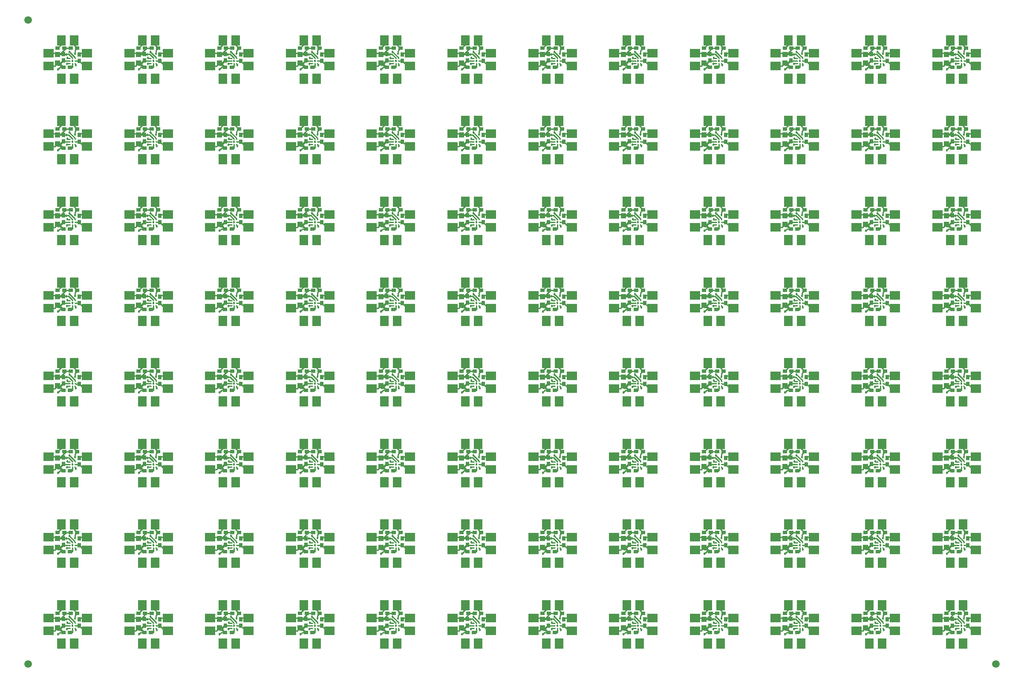
<source format=gtl>
G04 DipTrace 2.4.0.2*
%INDRV2605panel2.gtl*%
%MOIN*%
%ADD14C,0.01*%
%ADD18R,0.0276X0.0354*%
%ADD19R,0.0354X0.0276*%
%ADD20R,0.0394X0.0433*%
%ADD21R,0.08X0.0669*%
%ADD23R,0.0669X0.08*%
%ADD26C,0.0098*%
%ADD28C,0.0591*%
%ADD30C,0.018*%
%FSLAX44Y44*%
G04*
G70*
G90*
G75*
G01*
%LNTop*%
%LPD*%
X7097Y6097D2*
D14*
X6592D1*
X6488Y5993D1*
X5775Y5486D2*
X5293D1*
X5274Y5506D1*
X5199D1*
X4991Y5298D1*
Y5248D1*
X5267Y4973D1*
X5075Y5123D2*
X4991D1*
Y5248D1*
X5267Y4973D2*
X4988D1*
X4832Y4817D1*
X5274Y5506D2*
X4921Y5152D1*
X4813D1*
Y5323D1*
Y5324D1*
X4097Y5097D2*
X4587D1*
X4813Y5324D1*
X5775Y5289D2*
X5578D1*
X5533Y5245D1*
X5775Y5683D2*
X5558D1*
Y5721D1*
X6488Y5481D2*
X6195D1*
X6190Y5486D1*
X6168D1*
X7097Y5097D2*
X6872D1*
X6488Y5481D1*
X5727Y6198D2*
X6168Y5757D1*
Y5683D1*
X5097Y7097D2*
Y6759D1*
X4811Y6473D1*
X5971Y5486D2*
D3*
X6097Y7097D2*
Y6724D1*
X6343Y6478D1*
X6164Y6047D2*
Y6298D1*
X6343Y6478D1*
X6168Y5289D2*
Y5215D1*
X6233Y5150D1*
X5971Y5683D2*
Y5709D1*
X5666Y6014D1*
X5277D1*
X5274Y6017D1*
X5323Y6473D2*
X5826D1*
X5831Y6478D1*
X5451D1*
X4990Y6017D1*
X5274D1*
X4097Y6097D2*
X4709D1*
X4813Y5993D1*
X5250D1*
X5274Y6017D1*
X5502Y6003D2*
X5288D1*
X5779Y4973D2*
X5971D1*
Y5289D1*
D30*
Y5486D3*
X5558Y5721D3*
X5533Y5245D3*
X6233Y5150D3*
X5502Y6003D3*
X5075Y5123D3*
X4832Y4817D3*
X5727Y6198D3*
X6164Y6047D3*
D18*
X5274Y6017D3*
Y5506D3*
D19*
X5779Y4973D3*
X5267D3*
D18*
X6488Y5481D3*
Y5993D3*
D20*
X4813D3*
Y5324D3*
D21*
X7097Y5097D3*
Y6097D3*
D23*
X6097Y7097D3*
X5097D3*
X6097Y4097D3*
X5097D3*
D21*
X4097Y5097D3*
Y6097D3*
D19*
X4811Y6473D3*
X5323D3*
X6343Y6478D3*
X5831D3*
D26*
X6168Y5289D3*
X5971D3*
X5775D3*
X6168Y5486D3*
X5971D3*
X5775D3*
X6168Y5683D3*
X5971D3*
X5775D3*
D28*
X2500Y2500D3*
X78210D3*
X2500Y52930D3*
X13417Y6097D2*
D14*
X12912D1*
X12808Y5993D1*
X12095Y5486D2*
X11613D1*
X11594Y5506D1*
X11519D1*
X11311Y5298D1*
Y5248D1*
X11587Y4973D1*
X11395Y5123D2*
X11311D1*
Y5248D1*
X11587Y4973D2*
X11308D1*
X11152Y4817D1*
X11594Y5506D2*
X11241Y5152D1*
X11133D1*
Y5323D1*
Y5324D1*
X10417Y5097D2*
X10907D1*
X11133Y5324D1*
X12095Y5289D2*
X11898D1*
X11853Y5245D1*
X12095Y5683D2*
X11878D1*
Y5721D1*
X12808Y5481D2*
X12515D1*
X12510Y5486D1*
X12488D1*
X13417Y5097D2*
X13192D1*
X12808Y5481D1*
X12047Y6198D2*
X12488Y5757D1*
Y5683D1*
X11417Y7097D2*
Y6759D1*
X11131Y6473D1*
X12291Y5486D2*
D3*
X12417Y7097D2*
Y6724D1*
X12663Y6478D1*
X12484Y6047D2*
Y6298D1*
X12663Y6478D1*
X12488Y5289D2*
Y5215D1*
X12553Y5150D1*
X12291Y5683D2*
Y5709D1*
X11986Y6014D1*
X11597D1*
X11594Y6017D1*
X11643Y6473D2*
X12146D1*
X12151Y6478D1*
X11771D1*
X11310Y6017D1*
X11594D1*
X10417Y6097D2*
X11029D1*
X11133Y5993D1*
X11570D1*
X11594Y6017D1*
X11822Y6003D2*
X11608D1*
X12099Y4973D2*
X12291D1*
Y5289D1*
D30*
Y5486D3*
X11878Y5721D3*
X11853Y5245D3*
X12553Y5150D3*
X11822Y6003D3*
X11395Y5123D3*
X11152Y4817D3*
X12047Y6198D3*
X12484Y6047D3*
D18*
X11594Y6017D3*
Y5506D3*
D19*
X12099Y4973D3*
X11587D3*
D18*
X12808Y5481D3*
Y5993D3*
D20*
X11133D3*
Y5324D3*
D21*
X13417Y5097D3*
Y6097D3*
D23*
X12417Y7097D3*
X11417D3*
X12417Y4097D3*
X11417D3*
D21*
X10417Y5097D3*
Y6097D3*
D19*
X11131Y6473D3*
X11643D3*
X12663Y6478D3*
X12151D3*
D26*
X12488Y5289D3*
X12291D3*
X12095D3*
X12488Y5486D3*
X12291D3*
X12095D3*
X12488Y5683D3*
X12291D3*
X12095D3*
X19737Y6097D2*
D14*
X19232D1*
X19128Y5993D1*
X18415Y5486D2*
X17933D1*
X17914Y5506D1*
X17839D1*
X17631Y5298D1*
Y5248D1*
X17907Y4973D1*
X17715Y5123D2*
X17631D1*
Y5248D1*
X17907Y4973D2*
X17628D1*
X17472Y4817D1*
X17914Y5506D2*
X17561Y5152D1*
X17453D1*
Y5323D1*
Y5324D1*
X16737Y5097D2*
X17227D1*
X17453Y5324D1*
X18415Y5289D2*
X18218D1*
X18173Y5245D1*
X18415Y5683D2*
X18198D1*
Y5721D1*
X19128Y5481D2*
X18835D1*
X18830Y5486D1*
X18808D1*
X19737Y5097D2*
X19512D1*
X19128Y5481D1*
X18367Y6198D2*
X18808Y5757D1*
Y5683D1*
X17737Y7097D2*
Y6759D1*
X17451Y6473D1*
X18611Y5486D2*
D3*
X18737Y7097D2*
Y6724D1*
X18983Y6478D1*
X18804Y6047D2*
Y6298D1*
X18983Y6478D1*
X18808Y5289D2*
Y5215D1*
X18873Y5150D1*
X18611Y5683D2*
Y5709D1*
X18306Y6014D1*
X17917D1*
X17914Y6017D1*
X17963Y6473D2*
X18466D1*
X18471Y6478D1*
X18091D1*
X17630Y6017D1*
X17914D1*
X16737Y6097D2*
X17349D1*
X17453Y5993D1*
X17890D1*
X17914Y6017D1*
X18142Y6003D2*
X17928D1*
X18419Y4973D2*
X18611D1*
Y5289D1*
D30*
Y5486D3*
X18198Y5721D3*
X18173Y5245D3*
X18873Y5150D3*
X18142Y6003D3*
X17715Y5123D3*
X17472Y4817D3*
X18367Y6198D3*
X18804Y6047D3*
D18*
X17914Y6017D3*
Y5506D3*
D19*
X18419Y4973D3*
X17907D3*
D18*
X19128Y5481D3*
Y5993D3*
D20*
X17453D3*
Y5324D3*
D21*
X19737Y5097D3*
Y6097D3*
D23*
X18737Y7097D3*
X17737D3*
X18737Y4097D3*
X17737D3*
D21*
X16737Y5097D3*
Y6097D3*
D19*
X17451Y6473D3*
X17963D3*
X18983Y6478D3*
X18471D3*
D26*
X18808Y5289D3*
X18611D3*
X18415D3*
X18808Y5486D3*
X18611D3*
X18415D3*
X18808Y5683D3*
X18611D3*
X18415D3*
X26057Y6097D2*
D14*
X25552D1*
X25448Y5993D1*
X24735Y5486D2*
X24253D1*
X24234Y5506D1*
X24159D1*
X23951Y5298D1*
Y5248D1*
X24227Y4973D1*
X24035Y5123D2*
X23951D1*
Y5248D1*
X24227Y4973D2*
X23948D1*
X23792Y4817D1*
X24234Y5506D2*
X23881Y5152D1*
X23773D1*
Y5323D1*
Y5324D1*
X23057Y5097D2*
X23547D1*
X23773Y5324D1*
X24735Y5289D2*
X24538D1*
X24493Y5245D1*
X24735Y5683D2*
X24518D1*
Y5721D1*
X25448Y5481D2*
X25155D1*
X25150Y5486D1*
X25128D1*
X26057Y5097D2*
X25832D1*
X25448Y5481D1*
X24687Y6198D2*
X25128Y5757D1*
Y5683D1*
X24057Y7097D2*
Y6759D1*
X23771Y6473D1*
X24931Y5486D2*
D3*
X25057Y7097D2*
Y6724D1*
X25303Y6478D1*
X25124Y6047D2*
Y6298D1*
X25303Y6478D1*
X25128Y5289D2*
Y5215D1*
X25193Y5150D1*
X24931Y5683D2*
Y5709D1*
X24626Y6014D1*
X24237D1*
X24234Y6017D1*
X24283Y6473D2*
X24786D1*
X24791Y6478D1*
X24411D1*
X23950Y6017D1*
X24234D1*
X23057Y6097D2*
X23669D1*
X23773Y5993D1*
X24210D1*
X24234Y6017D1*
X24462Y6003D2*
X24248D1*
X24739Y4973D2*
X24931D1*
Y5289D1*
D30*
Y5486D3*
X24518Y5721D3*
X24493Y5245D3*
X25193Y5150D3*
X24462Y6003D3*
X24035Y5123D3*
X23792Y4817D3*
X24687Y6198D3*
X25124Y6047D3*
D18*
X24234Y6017D3*
Y5506D3*
D19*
X24739Y4973D3*
X24227D3*
D18*
X25448Y5481D3*
Y5993D3*
D20*
X23773D3*
Y5324D3*
D21*
X26057Y5097D3*
Y6097D3*
D23*
X25057Y7097D3*
X24057D3*
X25057Y4097D3*
X24057D3*
D21*
X23057Y5097D3*
Y6097D3*
D19*
X23771Y6473D3*
X24283D3*
X25303Y6478D3*
X24791D3*
D26*
X25128Y5289D3*
X24931D3*
X24735D3*
X25128Y5486D3*
X24931D3*
X24735D3*
X25128Y5683D3*
X24931D3*
X24735D3*
X32377Y6097D2*
D14*
X31872D1*
X31768Y5993D1*
X31055Y5486D2*
X30573D1*
X30554Y5506D1*
X30479D1*
X30271Y5298D1*
Y5248D1*
X30547Y4973D1*
X30355Y5123D2*
X30271D1*
Y5248D1*
X30547Y4973D2*
X30268D1*
X30112Y4817D1*
X30554Y5506D2*
X30201Y5152D1*
X30093D1*
Y5323D1*
Y5324D1*
X29377Y5097D2*
X29867D1*
X30093Y5324D1*
X31055Y5289D2*
X30858D1*
X30813Y5245D1*
X31055Y5683D2*
X30838D1*
Y5721D1*
X31768Y5481D2*
X31475D1*
X31470Y5486D1*
X31448D1*
X32377Y5097D2*
X32152D1*
X31768Y5481D1*
X31007Y6198D2*
X31448Y5757D1*
Y5683D1*
X30377Y7097D2*
Y6759D1*
X30091Y6473D1*
X31251Y5486D2*
D3*
X31377Y7097D2*
Y6724D1*
X31623Y6478D1*
X31444Y6047D2*
Y6298D1*
X31623Y6478D1*
X31448Y5289D2*
Y5215D1*
X31513Y5150D1*
X31251Y5683D2*
Y5709D1*
X30946Y6014D1*
X30557D1*
X30554Y6017D1*
X30603Y6473D2*
X31106D1*
X31111Y6478D1*
X30731D1*
X30270Y6017D1*
X30554D1*
X29377Y6097D2*
X29989D1*
X30093Y5993D1*
X30530D1*
X30554Y6017D1*
X30782Y6003D2*
X30568D1*
X31059Y4973D2*
X31251D1*
Y5289D1*
D30*
Y5486D3*
X30838Y5721D3*
X30813Y5245D3*
X31513Y5150D3*
X30782Y6003D3*
X30355Y5123D3*
X30112Y4817D3*
X31007Y6198D3*
X31444Y6047D3*
D18*
X30554Y6017D3*
Y5506D3*
D19*
X31059Y4973D3*
X30547D3*
D18*
X31768Y5481D3*
Y5993D3*
D20*
X30093D3*
Y5324D3*
D21*
X32377Y5097D3*
Y6097D3*
D23*
X31377Y7097D3*
X30377D3*
X31377Y4097D3*
X30377D3*
D21*
X29377Y5097D3*
Y6097D3*
D19*
X30091Y6473D3*
X30603D3*
X31623Y6478D3*
X31111D3*
D26*
X31448Y5289D3*
X31251D3*
X31055D3*
X31448Y5486D3*
X31251D3*
X31055D3*
X31448Y5683D3*
X31251D3*
X31055D3*
X38697Y6097D2*
D14*
X38192D1*
X38088Y5993D1*
X37375Y5486D2*
X36893D1*
X36874Y5506D1*
X36799D1*
X36591Y5298D1*
Y5248D1*
X36867Y4973D1*
X36675Y5123D2*
X36591D1*
Y5248D1*
X36867Y4973D2*
X36588D1*
X36432Y4817D1*
X36874Y5506D2*
X36521Y5152D1*
X36413D1*
Y5323D1*
Y5324D1*
X35697Y5097D2*
X36187D1*
X36413Y5324D1*
X37375Y5289D2*
X37178D1*
X37133Y5245D1*
X37375Y5683D2*
X37158D1*
Y5721D1*
X38088Y5481D2*
X37795D1*
X37790Y5486D1*
X37768D1*
X38697Y5097D2*
X38472D1*
X38088Y5481D1*
X37327Y6198D2*
X37768Y5757D1*
Y5683D1*
X36697Y7097D2*
Y6759D1*
X36411Y6473D1*
X37571Y5486D2*
D3*
X37697Y7097D2*
Y6724D1*
X37943Y6478D1*
X37764Y6047D2*
Y6298D1*
X37943Y6478D1*
X37768Y5289D2*
Y5215D1*
X37833Y5150D1*
X37571Y5683D2*
Y5709D1*
X37266Y6014D1*
X36877D1*
X36874Y6017D1*
X36923Y6473D2*
X37426D1*
X37431Y6478D1*
X37051D1*
X36590Y6017D1*
X36874D1*
X35697Y6097D2*
X36309D1*
X36413Y5993D1*
X36850D1*
X36874Y6017D1*
X37102Y6003D2*
X36888D1*
X37379Y4973D2*
X37571D1*
Y5289D1*
D30*
Y5486D3*
X37158Y5721D3*
X37133Y5245D3*
X37833Y5150D3*
X37102Y6003D3*
X36675Y5123D3*
X36432Y4817D3*
X37327Y6198D3*
X37764Y6047D3*
D18*
X36874Y6017D3*
Y5506D3*
D19*
X37379Y4973D3*
X36867D3*
D18*
X38088Y5481D3*
Y5993D3*
D20*
X36413D3*
Y5324D3*
D21*
X38697Y5097D3*
Y6097D3*
D23*
X37697Y7097D3*
X36697D3*
X37697Y4097D3*
X36697D3*
D21*
X35697Y5097D3*
Y6097D3*
D19*
X36411Y6473D3*
X36923D3*
X37943Y6478D3*
X37431D3*
D26*
X37768Y5289D3*
X37571D3*
X37375D3*
X37768Y5486D3*
X37571D3*
X37375D3*
X37768Y5683D3*
X37571D3*
X37375D3*
X45017Y6097D2*
D14*
X44512D1*
X44408Y5993D1*
X43695Y5486D2*
X43213D1*
X43194Y5506D1*
X43119D1*
X42911Y5298D1*
Y5248D1*
X43187Y4973D1*
X42995Y5123D2*
X42911D1*
Y5248D1*
X43187Y4973D2*
X42908D1*
X42752Y4817D1*
X43194Y5506D2*
X42841Y5152D1*
X42733D1*
Y5323D1*
Y5324D1*
X42017Y5097D2*
X42507D1*
X42733Y5324D1*
X43695Y5289D2*
X43498D1*
X43453Y5245D1*
X43695Y5683D2*
X43478D1*
Y5721D1*
X44408Y5481D2*
X44115D1*
X44110Y5486D1*
X44088D1*
X45017Y5097D2*
X44792D1*
X44408Y5481D1*
X43647Y6198D2*
X44088Y5757D1*
Y5683D1*
X43017Y7097D2*
Y6759D1*
X42731Y6473D1*
X43891Y5486D2*
D3*
X44017Y7097D2*
Y6724D1*
X44263Y6478D1*
X44084Y6047D2*
Y6298D1*
X44263Y6478D1*
X44088Y5289D2*
Y5215D1*
X44153Y5150D1*
X43891Y5683D2*
Y5709D1*
X43586Y6014D1*
X43197D1*
X43194Y6017D1*
X43243Y6473D2*
X43746D1*
X43751Y6478D1*
X43371D1*
X42910Y6017D1*
X43194D1*
X42017Y6097D2*
X42629D1*
X42733Y5993D1*
X43170D1*
X43194Y6017D1*
X43422Y6003D2*
X43208D1*
X43699Y4973D2*
X43891D1*
Y5289D1*
D30*
Y5486D3*
X43478Y5721D3*
X43453Y5245D3*
X44153Y5150D3*
X43422Y6003D3*
X42995Y5123D3*
X42752Y4817D3*
X43647Y6198D3*
X44084Y6047D3*
D18*
X43194Y6017D3*
Y5506D3*
D19*
X43699Y4973D3*
X43187D3*
D18*
X44408Y5481D3*
Y5993D3*
D20*
X42733D3*
Y5324D3*
D21*
X45017Y5097D3*
Y6097D3*
D23*
X44017Y7097D3*
X43017D3*
X44017Y4097D3*
X43017D3*
D21*
X42017Y5097D3*
Y6097D3*
D19*
X42731Y6473D3*
X43243D3*
X44263Y6478D3*
X43751D3*
D26*
X44088Y5289D3*
X43891D3*
X43695D3*
X44088Y5486D3*
X43891D3*
X43695D3*
X44088Y5683D3*
X43891D3*
X43695D3*
X51337Y6097D2*
D14*
X50832D1*
X50728Y5993D1*
X50015Y5486D2*
X49533D1*
X49514Y5506D1*
X49439D1*
X49231Y5298D1*
Y5248D1*
X49507Y4973D1*
X49315Y5123D2*
X49231D1*
Y5248D1*
X49507Y4973D2*
X49228D1*
X49072Y4817D1*
X49514Y5506D2*
X49161Y5152D1*
X49053D1*
Y5323D1*
Y5324D1*
X48337Y5097D2*
X48827D1*
X49053Y5324D1*
X50015Y5289D2*
X49818D1*
X49773Y5245D1*
X50015Y5683D2*
X49798D1*
Y5721D1*
X50728Y5481D2*
X50435D1*
X50430Y5486D1*
X50408D1*
X51337Y5097D2*
X51112D1*
X50728Y5481D1*
X49967Y6198D2*
X50408Y5757D1*
Y5683D1*
X49337Y7097D2*
Y6759D1*
X49051Y6473D1*
X50211Y5486D2*
D3*
X50337Y7097D2*
Y6724D1*
X50583Y6478D1*
X50404Y6047D2*
Y6298D1*
X50583Y6478D1*
X50408Y5289D2*
Y5215D1*
X50473Y5150D1*
X50211Y5683D2*
Y5709D1*
X49906Y6014D1*
X49517D1*
X49514Y6017D1*
X49563Y6473D2*
X50066D1*
X50071Y6478D1*
X49691D1*
X49230Y6017D1*
X49514D1*
X48337Y6097D2*
X48949D1*
X49053Y5993D1*
X49490D1*
X49514Y6017D1*
X49742Y6003D2*
X49528D1*
X50019Y4973D2*
X50211D1*
Y5289D1*
D30*
Y5486D3*
X49798Y5721D3*
X49773Y5245D3*
X50473Y5150D3*
X49742Y6003D3*
X49315Y5123D3*
X49072Y4817D3*
X49967Y6198D3*
X50404Y6047D3*
D18*
X49514Y6017D3*
Y5506D3*
D19*
X50019Y4973D3*
X49507D3*
D18*
X50728Y5481D3*
Y5993D3*
D20*
X49053D3*
Y5324D3*
D21*
X51337Y5097D3*
Y6097D3*
D23*
X50337Y7097D3*
X49337D3*
X50337Y4097D3*
X49337D3*
D21*
X48337Y5097D3*
Y6097D3*
D19*
X49051Y6473D3*
X49563D3*
X50583Y6478D3*
X50071D3*
D26*
X50408Y5289D3*
X50211D3*
X50015D3*
X50408Y5486D3*
X50211D3*
X50015D3*
X50408Y5683D3*
X50211D3*
X50015D3*
X57657Y6097D2*
D14*
X57152D1*
X57048Y5993D1*
X56335Y5486D2*
X55853D1*
X55834Y5506D1*
X55759D1*
X55551Y5298D1*
Y5248D1*
X55827Y4973D1*
X55635Y5123D2*
X55551D1*
Y5248D1*
X55827Y4973D2*
X55548D1*
X55392Y4817D1*
X55834Y5506D2*
X55481Y5152D1*
X55373D1*
Y5323D1*
Y5324D1*
X54657Y5097D2*
X55147D1*
X55373Y5324D1*
X56335Y5289D2*
X56138D1*
X56093Y5245D1*
X56335Y5683D2*
X56118D1*
Y5721D1*
X57048Y5481D2*
X56755D1*
X56750Y5486D1*
X56728D1*
X57657Y5097D2*
X57432D1*
X57048Y5481D1*
X56287Y6198D2*
X56728Y5757D1*
Y5683D1*
X55657Y7097D2*
Y6759D1*
X55371Y6473D1*
X56531Y5486D2*
D3*
X56657Y7097D2*
Y6724D1*
X56903Y6478D1*
X56724Y6047D2*
Y6298D1*
X56903Y6478D1*
X56728Y5289D2*
Y5215D1*
X56793Y5150D1*
X56531Y5683D2*
Y5709D1*
X56226Y6014D1*
X55837D1*
X55834Y6017D1*
X55883Y6473D2*
X56386D1*
X56391Y6478D1*
X56011D1*
X55550Y6017D1*
X55834D1*
X54657Y6097D2*
X55269D1*
X55373Y5993D1*
X55810D1*
X55834Y6017D1*
X56062Y6003D2*
X55848D1*
X56339Y4973D2*
X56531D1*
Y5289D1*
D30*
Y5486D3*
X56118Y5721D3*
X56093Y5245D3*
X56793Y5150D3*
X56062Y6003D3*
X55635Y5123D3*
X55392Y4817D3*
X56287Y6198D3*
X56724Y6047D3*
D18*
X55834Y6017D3*
Y5506D3*
D19*
X56339Y4973D3*
X55827D3*
D18*
X57048Y5481D3*
Y5993D3*
D20*
X55373D3*
Y5324D3*
D21*
X57657Y5097D3*
Y6097D3*
D23*
X56657Y7097D3*
X55657D3*
X56657Y4097D3*
X55657D3*
D21*
X54657Y5097D3*
Y6097D3*
D19*
X55371Y6473D3*
X55883D3*
X56903Y6478D3*
X56391D3*
D26*
X56728Y5289D3*
X56531D3*
X56335D3*
X56728Y5486D3*
X56531D3*
X56335D3*
X56728Y5683D3*
X56531D3*
X56335D3*
X63977Y6097D2*
D14*
X63472D1*
X63368Y5993D1*
X62655Y5486D2*
X62173D1*
X62154Y5506D1*
X62079D1*
X61871Y5298D1*
Y5248D1*
X62147Y4973D1*
X61955Y5123D2*
X61871D1*
Y5248D1*
X62147Y4973D2*
X61868D1*
X61712Y4817D1*
X62154Y5506D2*
X61801Y5152D1*
X61693D1*
Y5323D1*
Y5324D1*
X60977Y5097D2*
X61467D1*
X61693Y5324D1*
X62655Y5289D2*
X62458D1*
X62413Y5245D1*
X62655Y5683D2*
X62438D1*
Y5721D1*
X63368Y5481D2*
X63075D1*
X63070Y5486D1*
X63048D1*
X63977Y5097D2*
X63752D1*
X63368Y5481D1*
X62607Y6198D2*
X63048Y5757D1*
Y5683D1*
X61977Y7097D2*
Y6759D1*
X61691Y6473D1*
X62851Y5486D2*
D3*
X62977Y7097D2*
Y6724D1*
X63223Y6478D1*
X63044Y6047D2*
Y6298D1*
X63223Y6478D1*
X63048Y5289D2*
Y5215D1*
X63113Y5150D1*
X62851Y5683D2*
Y5709D1*
X62546Y6014D1*
X62157D1*
X62154Y6017D1*
X62203Y6473D2*
X62706D1*
X62711Y6478D1*
X62331D1*
X61870Y6017D1*
X62154D1*
X60977Y6097D2*
X61589D1*
X61693Y5993D1*
X62130D1*
X62154Y6017D1*
X62382Y6003D2*
X62168D1*
X62659Y4973D2*
X62851D1*
Y5289D1*
D30*
Y5486D3*
X62438Y5721D3*
X62413Y5245D3*
X63113Y5150D3*
X62382Y6003D3*
X61955Y5123D3*
X61712Y4817D3*
X62607Y6198D3*
X63044Y6047D3*
D18*
X62154Y6017D3*
Y5506D3*
D19*
X62659Y4973D3*
X62147D3*
D18*
X63368Y5481D3*
Y5993D3*
D20*
X61693D3*
Y5324D3*
D21*
X63977Y5097D3*
Y6097D3*
D23*
X62977Y7097D3*
X61977D3*
X62977Y4097D3*
X61977D3*
D21*
X60977Y5097D3*
Y6097D3*
D19*
X61691Y6473D3*
X62203D3*
X63223Y6478D3*
X62711D3*
D26*
X63048Y5289D3*
X62851D3*
X62655D3*
X63048Y5486D3*
X62851D3*
X62655D3*
X63048Y5683D3*
X62851D3*
X62655D3*
X70297Y6097D2*
D14*
X69792D1*
X69688Y5993D1*
X68975Y5486D2*
X68493D1*
X68474Y5506D1*
X68399D1*
X68191Y5298D1*
Y5248D1*
X68467Y4973D1*
X68275Y5123D2*
X68191D1*
Y5248D1*
X68467Y4973D2*
X68188D1*
X68032Y4817D1*
X68474Y5506D2*
X68121Y5152D1*
X68013D1*
Y5323D1*
Y5324D1*
X67297Y5097D2*
X67787D1*
X68013Y5324D1*
X68975Y5289D2*
X68778D1*
X68733Y5245D1*
X68975Y5683D2*
X68758D1*
Y5721D1*
X69688Y5481D2*
X69395D1*
X69390Y5486D1*
X69368D1*
X70297Y5097D2*
X70072D1*
X69688Y5481D1*
X68927Y6198D2*
X69368Y5757D1*
Y5683D1*
X68297Y7097D2*
Y6759D1*
X68011Y6473D1*
X69171Y5486D2*
D3*
X69297Y7097D2*
Y6724D1*
X69543Y6478D1*
X69364Y6047D2*
Y6298D1*
X69543Y6478D1*
X69368Y5289D2*
Y5215D1*
X69433Y5150D1*
X69171Y5683D2*
Y5709D1*
X68866Y6014D1*
X68477D1*
X68474Y6017D1*
X68523Y6473D2*
X69026D1*
X69031Y6478D1*
X68651D1*
X68190Y6017D1*
X68474D1*
X67297Y6097D2*
X67909D1*
X68013Y5993D1*
X68450D1*
X68474Y6017D1*
X68702Y6003D2*
X68488D1*
X68979Y4973D2*
X69171D1*
Y5289D1*
D30*
Y5486D3*
X68758Y5721D3*
X68733Y5245D3*
X69433Y5150D3*
X68702Y6003D3*
X68275Y5123D3*
X68032Y4817D3*
X68927Y6198D3*
X69364Y6047D3*
D18*
X68474Y6017D3*
Y5506D3*
D19*
X68979Y4973D3*
X68467D3*
D18*
X69688Y5481D3*
Y5993D3*
D20*
X68013D3*
Y5324D3*
D21*
X70297Y5097D3*
Y6097D3*
D23*
X69297Y7097D3*
X68297D3*
X69297Y4097D3*
X68297D3*
D21*
X67297Y5097D3*
Y6097D3*
D19*
X68011Y6473D3*
X68523D3*
X69543Y6478D3*
X69031D3*
D26*
X69368Y5289D3*
X69171D3*
X68975D3*
X69368Y5486D3*
X69171D3*
X68975D3*
X69368Y5683D3*
X69171D3*
X68975D3*
X76617Y6097D2*
D14*
X76112D1*
X76008Y5993D1*
X75295Y5486D2*
X74813D1*
X74794Y5506D1*
X74719D1*
X74511Y5298D1*
Y5248D1*
X74787Y4973D1*
X74595Y5123D2*
X74511D1*
Y5248D1*
X74787Y4973D2*
X74508D1*
X74352Y4817D1*
X74794Y5506D2*
X74441Y5152D1*
X74333D1*
Y5323D1*
Y5324D1*
X73617Y5097D2*
X74107D1*
X74333Y5324D1*
X75295Y5289D2*
X75098D1*
X75053Y5245D1*
X75295Y5683D2*
X75078D1*
Y5721D1*
X76008Y5481D2*
X75715D1*
X75710Y5486D1*
X75688D1*
X76617Y5097D2*
X76392D1*
X76008Y5481D1*
X75247Y6198D2*
X75688Y5757D1*
Y5683D1*
X74617Y7097D2*
Y6759D1*
X74331Y6473D1*
X75491Y5486D2*
D3*
X75617Y7097D2*
Y6724D1*
X75863Y6478D1*
X75684Y6047D2*
Y6298D1*
X75863Y6478D1*
X75688Y5289D2*
Y5215D1*
X75753Y5150D1*
X75491Y5683D2*
Y5709D1*
X75186Y6014D1*
X74797D1*
X74794Y6017D1*
X74843Y6473D2*
X75346D1*
X75351Y6478D1*
X74971D1*
X74510Y6017D1*
X74794D1*
X73617Y6097D2*
X74229D1*
X74333Y5993D1*
X74770D1*
X74794Y6017D1*
X75022Y6003D2*
X74808D1*
X75299Y4973D2*
X75491D1*
Y5289D1*
D30*
Y5486D3*
X75078Y5721D3*
X75053Y5245D3*
X75753Y5150D3*
X75022Y6003D3*
X74595Y5123D3*
X74352Y4817D3*
X75247Y6198D3*
X75684Y6047D3*
D18*
X74794Y6017D3*
Y5506D3*
D19*
X75299Y4973D3*
X74787D3*
D18*
X76008Y5481D3*
Y5993D3*
D20*
X74333D3*
Y5324D3*
D21*
X76617Y5097D3*
Y6097D3*
D23*
X75617Y7097D3*
X74617D3*
X75617Y4097D3*
X74617D3*
D21*
X73617Y5097D3*
Y6097D3*
D19*
X74331Y6473D3*
X74843D3*
X75863Y6478D3*
X75351D3*
D26*
X75688Y5289D3*
X75491D3*
X75295D3*
X75688Y5486D3*
X75491D3*
X75295D3*
X75688Y5683D3*
X75491D3*
X75295D3*
X7097Y12417D2*
D14*
X6592D1*
X6488Y12313D1*
X5775Y11806D2*
X5293D1*
X5274Y11826D1*
X5199D1*
X4991Y11618D1*
Y11568D1*
X5267Y11293D1*
X5075Y11443D2*
X4991D1*
Y11568D1*
X5267Y11293D2*
X4988D1*
X4832Y11137D1*
X5274Y11826D2*
X4921Y11472D1*
X4813D1*
Y11643D1*
Y11644D1*
X4097Y11417D2*
X4587D1*
X4813Y11644D1*
X5775Y11609D2*
X5578D1*
X5533Y11565D1*
X5775Y12003D2*
X5558D1*
Y12041D1*
X6488Y11801D2*
X6195D1*
X6190Y11806D1*
X6168D1*
X7097Y11417D2*
X6872D1*
X6488Y11801D1*
X5727Y12518D2*
X6168Y12077D1*
Y12003D1*
X5097Y13417D2*
Y13079D1*
X4811Y12793D1*
X5971Y11806D2*
D3*
X6097Y13417D2*
Y13044D1*
X6343Y12798D1*
X6164Y12367D2*
Y12618D1*
X6343Y12798D1*
X6168Y11609D2*
Y11535D1*
X6233Y11470D1*
X5971Y12003D2*
Y12029D1*
X5666Y12334D1*
X5277D1*
X5274Y12337D1*
X5323Y12793D2*
X5826D1*
X5831Y12798D1*
X5451D1*
X4990Y12337D1*
X5274D1*
X4097Y12417D2*
X4709D1*
X4813Y12313D1*
X5250D1*
X5274Y12337D1*
X5502Y12323D2*
X5288D1*
X5779Y11293D2*
X5971D1*
Y11609D1*
D30*
Y11806D3*
X5558Y12041D3*
X5533Y11565D3*
X6233Y11470D3*
X5502Y12323D3*
X5075Y11443D3*
X4832Y11137D3*
X5727Y12518D3*
X6164Y12367D3*
D18*
X5274Y12337D3*
Y11826D3*
D19*
X5779Y11293D3*
X5267D3*
D18*
X6488Y11801D3*
Y12313D3*
D20*
X4813D3*
Y11644D3*
D21*
X7097Y11417D3*
Y12417D3*
D23*
X6097Y13417D3*
X5097D3*
X6097Y10417D3*
X5097D3*
D21*
X4097Y11417D3*
Y12417D3*
D19*
X4811Y12793D3*
X5323D3*
X6343Y12798D3*
X5831D3*
D26*
X6168Y11609D3*
X5971D3*
X5775D3*
X6168Y11806D3*
X5971D3*
X5775D3*
X6168Y12003D3*
X5971D3*
X5775D3*
X13417Y12417D2*
D14*
X12912D1*
X12808Y12313D1*
X12095Y11806D2*
X11613D1*
X11594Y11826D1*
X11519D1*
X11311Y11618D1*
Y11568D1*
X11587Y11293D1*
X11395Y11443D2*
X11311D1*
Y11568D1*
X11587Y11293D2*
X11308D1*
X11152Y11137D1*
X11594Y11826D2*
X11241Y11472D1*
X11133D1*
Y11643D1*
Y11644D1*
X10417Y11417D2*
X10907D1*
X11133Y11644D1*
X12095Y11609D2*
X11898D1*
X11853Y11565D1*
X12095Y12003D2*
X11878D1*
Y12041D1*
X12808Y11801D2*
X12515D1*
X12510Y11806D1*
X12488D1*
X13417Y11417D2*
X13192D1*
X12808Y11801D1*
X12047Y12518D2*
X12488Y12077D1*
Y12003D1*
X11417Y13417D2*
Y13079D1*
X11131Y12793D1*
X12291Y11806D2*
D3*
X12417Y13417D2*
Y13044D1*
X12663Y12798D1*
X12484Y12367D2*
Y12618D1*
X12663Y12798D1*
X12488Y11609D2*
Y11535D1*
X12553Y11470D1*
X12291Y12003D2*
Y12029D1*
X11986Y12334D1*
X11597D1*
X11594Y12337D1*
X11643Y12793D2*
X12146D1*
X12151Y12798D1*
X11771D1*
X11310Y12337D1*
X11594D1*
X10417Y12417D2*
X11029D1*
X11133Y12313D1*
X11570D1*
X11594Y12337D1*
X11822Y12323D2*
X11608D1*
X12099Y11293D2*
X12291D1*
Y11609D1*
D30*
Y11806D3*
X11878Y12041D3*
X11853Y11565D3*
X12553Y11470D3*
X11822Y12323D3*
X11395Y11443D3*
X11152Y11137D3*
X12047Y12518D3*
X12484Y12367D3*
D18*
X11594Y12337D3*
Y11826D3*
D19*
X12099Y11293D3*
X11587D3*
D18*
X12808Y11801D3*
Y12313D3*
D20*
X11133D3*
Y11644D3*
D21*
X13417Y11417D3*
Y12417D3*
D23*
X12417Y13417D3*
X11417D3*
X12417Y10417D3*
X11417D3*
D21*
X10417Y11417D3*
Y12417D3*
D19*
X11131Y12793D3*
X11643D3*
X12663Y12798D3*
X12151D3*
D26*
X12488Y11609D3*
X12291D3*
X12095D3*
X12488Y11806D3*
X12291D3*
X12095D3*
X12488Y12003D3*
X12291D3*
X12095D3*
X19737Y12417D2*
D14*
X19232D1*
X19128Y12313D1*
X18415Y11806D2*
X17933D1*
X17914Y11826D1*
X17839D1*
X17631Y11618D1*
Y11568D1*
X17907Y11293D1*
X17715Y11443D2*
X17631D1*
Y11568D1*
X17907Y11293D2*
X17628D1*
X17472Y11137D1*
X17914Y11826D2*
X17561Y11472D1*
X17453D1*
Y11643D1*
Y11644D1*
X16737Y11417D2*
X17227D1*
X17453Y11644D1*
X18415Y11609D2*
X18218D1*
X18173Y11565D1*
X18415Y12003D2*
X18198D1*
Y12041D1*
X19128Y11801D2*
X18835D1*
X18830Y11806D1*
X18808D1*
X19737Y11417D2*
X19512D1*
X19128Y11801D1*
X18367Y12518D2*
X18808Y12077D1*
Y12003D1*
X17737Y13417D2*
Y13079D1*
X17451Y12793D1*
X18611Y11806D2*
D3*
X18737Y13417D2*
Y13044D1*
X18983Y12798D1*
X18804Y12367D2*
Y12618D1*
X18983Y12798D1*
X18808Y11609D2*
Y11535D1*
X18873Y11470D1*
X18611Y12003D2*
Y12029D1*
X18306Y12334D1*
X17917D1*
X17914Y12337D1*
X17963Y12793D2*
X18466D1*
X18471Y12798D1*
X18091D1*
X17630Y12337D1*
X17914D1*
X16737Y12417D2*
X17349D1*
X17453Y12313D1*
X17890D1*
X17914Y12337D1*
X18142Y12323D2*
X17928D1*
X18419Y11293D2*
X18611D1*
Y11609D1*
D30*
Y11806D3*
X18198Y12041D3*
X18173Y11565D3*
X18873Y11470D3*
X18142Y12323D3*
X17715Y11443D3*
X17472Y11137D3*
X18367Y12518D3*
X18804Y12367D3*
D18*
X17914Y12337D3*
Y11826D3*
D19*
X18419Y11293D3*
X17907D3*
D18*
X19128Y11801D3*
Y12313D3*
D20*
X17453D3*
Y11644D3*
D21*
X19737Y11417D3*
Y12417D3*
D23*
X18737Y13417D3*
X17737D3*
X18737Y10417D3*
X17737D3*
D21*
X16737Y11417D3*
Y12417D3*
D19*
X17451Y12793D3*
X17963D3*
X18983Y12798D3*
X18471D3*
D26*
X18808Y11609D3*
X18611D3*
X18415D3*
X18808Y11806D3*
X18611D3*
X18415D3*
X18808Y12003D3*
X18611D3*
X18415D3*
X26057Y12417D2*
D14*
X25552D1*
X25448Y12313D1*
X24735Y11806D2*
X24253D1*
X24234Y11826D1*
X24159D1*
X23951Y11618D1*
Y11568D1*
X24227Y11293D1*
X24035Y11443D2*
X23951D1*
Y11568D1*
X24227Y11293D2*
X23948D1*
X23792Y11137D1*
X24234Y11826D2*
X23881Y11472D1*
X23773D1*
Y11643D1*
Y11644D1*
X23057Y11417D2*
X23547D1*
X23773Y11644D1*
X24735Y11609D2*
X24538D1*
X24493Y11565D1*
X24735Y12003D2*
X24518D1*
Y12041D1*
X25448Y11801D2*
X25155D1*
X25150Y11806D1*
X25128D1*
X26057Y11417D2*
X25832D1*
X25448Y11801D1*
X24687Y12518D2*
X25128Y12077D1*
Y12003D1*
X24057Y13417D2*
Y13079D1*
X23771Y12793D1*
X24931Y11806D2*
D3*
X25057Y13417D2*
Y13044D1*
X25303Y12798D1*
X25124Y12367D2*
Y12618D1*
X25303Y12798D1*
X25128Y11609D2*
Y11535D1*
X25193Y11470D1*
X24931Y12003D2*
Y12029D1*
X24626Y12334D1*
X24237D1*
X24234Y12337D1*
X24283Y12793D2*
X24786D1*
X24791Y12798D1*
X24411D1*
X23950Y12337D1*
X24234D1*
X23057Y12417D2*
X23669D1*
X23773Y12313D1*
X24210D1*
X24234Y12337D1*
X24462Y12323D2*
X24248D1*
X24739Y11293D2*
X24931D1*
Y11609D1*
D30*
Y11806D3*
X24518Y12041D3*
X24493Y11565D3*
X25193Y11470D3*
X24462Y12323D3*
X24035Y11443D3*
X23792Y11137D3*
X24687Y12518D3*
X25124Y12367D3*
D18*
X24234Y12337D3*
Y11826D3*
D19*
X24739Y11293D3*
X24227D3*
D18*
X25448Y11801D3*
Y12313D3*
D20*
X23773D3*
Y11644D3*
D21*
X26057Y11417D3*
Y12417D3*
D23*
X25057Y13417D3*
X24057D3*
X25057Y10417D3*
X24057D3*
D21*
X23057Y11417D3*
Y12417D3*
D19*
X23771Y12793D3*
X24283D3*
X25303Y12798D3*
X24791D3*
D26*
X25128Y11609D3*
X24931D3*
X24735D3*
X25128Y11806D3*
X24931D3*
X24735D3*
X25128Y12003D3*
X24931D3*
X24735D3*
X32377Y12417D2*
D14*
X31872D1*
X31768Y12313D1*
X31055Y11806D2*
X30573D1*
X30554Y11826D1*
X30479D1*
X30271Y11618D1*
Y11568D1*
X30547Y11293D1*
X30355Y11443D2*
X30271D1*
Y11568D1*
X30547Y11293D2*
X30268D1*
X30112Y11137D1*
X30554Y11826D2*
X30201Y11472D1*
X30093D1*
Y11643D1*
Y11644D1*
X29377Y11417D2*
X29867D1*
X30093Y11644D1*
X31055Y11609D2*
X30858D1*
X30813Y11565D1*
X31055Y12003D2*
X30838D1*
Y12041D1*
X31768Y11801D2*
X31475D1*
X31470Y11806D1*
X31448D1*
X32377Y11417D2*
X32152D1*
X31768Y11801D1*
X31007Y12518D2*
X31448Y12077D1*
Y12003D1*
X30377Y13417D2*
Y13079D1*
X30091Y12793D1*
X31251Y11806D2*
D3*
X31377Y13417D2*
Y13044D1*
X31623Y12798D1*
X31444Y12367D2*
Y12618D1*
X31623Y12798D1*
X31448Y11609D2*
Y11535D1*
X31513Y11470D1*
X31251Y12003D2*
Y12029D1*
X30946Y12334D1*
X30557D1*
X30554Y12337D1*
X30603Y12793D2*
X31106D1*
X31111Y12798D1*
X30731D1*
X30270Y12337D1*
X30554D1*
X29377Y12417D2*
X29989D1*
X30093Y12313D1*
X30530D1*
X30554Y12337D1*
X30782Y12323D2*
X30568D1*
X31059Y11293D2*
X31251D1*
Y11609D1*
D30*
Y11806D3*
X30838Y12041D3*
X30813Y11565D3*
X31513Y11470D3*
X30782Y12323D3*
X30355Y11443D3*
X30112Y11137D3*
X31007Y12518D3*
X31444Y12367D3*
D18*
X30554Y12337D3*
Y11826D3*
D19*
X31059Y11293D3*
X30547D3*
D18*
X31768Y11801D3*
Y12313D3*
D20*
X30093D3*
Y11644D3*
D21*
X32377Y11417D3*
Y12417D3*
D23*
X31377Y13417D3*
X30377D3*
X31377Y10417D3*
X30377D3*
D21*
X29377Y11417D3*
Y12417D3*
D19*
X30091Y12793D3*
X30603D3*
X31623Y12798D3*
X31111D3*
D26*
X31448Y11609D3*
X31251D3*
X31055D3*
X31448Y11806D3*
X31251D3*
X31055D3*
X31448Y12003D3*
X31251D3*
X31055D3*
X38697Y12417D2*
D14*
X38192D1*
X38088Y12313D1*
X37375Y11806D2*
X36893D1*
X36874Y11826D1*
X36799D1*
X36591Y11618D1*
Y11568D1*
X36867Y11293D1*
X36675Y11443D2*
X36591D1*
Y11568D1*
X36867Y11293D2*
X36588D1*
X36432Y11137D1*
X36874Y11826D2*
X36521Y11472D1*
X36413D1*
Y11643D1*
Y11644D1*
X35697Y11417D2*
X36187D1*
X36413Y11644D1*
X37375Y11609D2*
X37178D1*
X37133Y11565D1*
X37375Y12003D2*
X37158D1*
Y12041D1*
X38088Y11801D2*
X37795D1*
X37790Y11806D1*
X37768D1*
X38697Y11417D2*
X38472D1*
X38088Y11801D1*
X37327Y12518D2*
X37768Y12077D1*
Y12003D1*
X36697Y13417D2*
Y13079D1*
X36411Y12793D1*
X37571Y11806D2*
D3*
X37697Y13417D2*
Y13044D1*
X37943Y12798D1*
X37764Y12367D2*
Y12618D1*
X37943Y12798D1*
X37768Y11609D2*
Y11535D1*
X37833Y11470D1*
X37571Y12003D2*
Y12029D1*
X37266Y12334D1*
X36877D1*
X36874Y12337D1*
X36923Y12793D2*
X37426D1*
X37431Y12798D1*
X37051D1*
X36590Y12337D1*
X36874D1*
X35697Y12417D2*
X36309D1*
X36413Y12313D1*
X36850D1*
X36874Y12337D1*
X37102Y12323D2*
X36888D1*
X37379Y11293D2*
X37571D1*
Y11609D1*
D30*
Y11806D3*
X37158Y12041D3*
X37133Y11565D3*
X37833Y11470D3*
X37102Y12323D3*
X36675Y11443D3*
X36432Y11137D3*
X37327Y12518D3*
X37764Y12367D3*
D18*
X36874Y12337D3*
Y11826D3*
D19*
X37379Y11293D3*
X36867D3*
D18*
X38088Y11801D3*
Y12313D3*
D20*
X36413D3*
Y11644D3*
D21*
X38697Y11417D3*
Y12417D3*
D23*
X37697Y13417D3*
X36697D3*
X37697Y10417D3*
X36697D3*
D21*
X35697Y11417D3*
Y12417D3*
D19*
X36411Y12793D3*
X36923D3*
X37943Y12798D3*
X37431D3*
D26*
X37768Y11609D3*
X37571D3*
X37375D3*
X37768Y11806D3*
X37571D3*
X37375D3*
X37768Y12003D3*
X37571D3*
X37375D3*
X45017Y12417D2*
D14*
X44512D1*
X44408Y12313D1*
X43695Y11806D2*
X43213D1*
X43194Y11826D1*
X43119D1*
X42911Y11618D1*
Y11568D1*
X43187Y11293D1*
X42995Y11443D2*
X42911D1*
Y11568D1*
X43187Y11293D2*
X42908D1*
X42752Y11137D1*
X43194Y11826D2*
X42841Y11472D1*
X42733D1*
Y11643D1*
Y11644D1*
X42017Y11417D2*
X42507D1*
X42733Y11644D1*
X43695Y11609D2*
X43498D1*
X43453Y11565D1*
X43695Y12003D2*
X43478D1*
Y12041D1*
X44408Y11801D2*
X44115D1*
X44110Y11806D1*
X44088D1*
X45017Y11417D2*
X44792D1*
X44408Y11801D1*
X43647Y12518D2*
X44088Y12077D1*
Y12003D1*
X43017Y13417D2*
Y13079D1*
X42731Y12793D1*
X43891Y11806D2*
D3*
X44017Y13417D2*
Y13044D1*
X44263Y12798D1*
X44084Y12367D2*
Y12618D1*
X44263Y12798D1*
X44088Y11609D2*
Y11535D1*
X44153Y11470D1*
X43891Y12003D2*
Y12029D1*
X43586Y12334D1*
X43197D1*
X43194Y12337D1*
X43243Y12793D2*
X43746D1*
X43751Y12798D1*
X43371D1*
X42910Y12337D1*
X43194D1*
X42017Y12417D2*
X42629D1*
X42733Y12313D1*
X43170D1*
X43194Y12337D1*
X43422Y12323D2*
X43208D1*
X43699Y11293D2*
X43891D1*
Y11609D1*
D30*
Y11806D3*
X43478Y12041D3*
X43453Y11565D3*
X44153Y11470D3*
X43422Y12323D3*
X42995Y11443D3*
X42752Y11137D3*
X43647Y12518D3*
X44084Y12367D3*
D18*
X43194Y12337D3*
Y11826D3*
D19*
X43699Y11293D3*
X43187D3*
D18*
X44408Y11801D3*
Y12313D3*
D20*
X42733D3*
Y11644D3*
D21*
X45017Y11417D3*
Y12417D3*
D23*
X44017Y13417D3*
X43017D3*
X44017Y10417D3*
X43017D3*
D21*
X42017Y11417D3*
Y12417D3*
D19*
X42731Y12793D3*
X43243D3*
X44263Y12798D3*
X43751D3*
D26*
X44088Y11609D3*
X43891D3*
X43695D3*
X44088Y11806D3*
X43891D3*
X43695D3*
X44088Y12003D3*
X43891D3*
X43695D3*
X51337Y12417D2*
D14*
X50832D1*
X50728Y12313D1*
X50015Y11806D2*
X49533D1*
X49514Y11826D1*
X49439D1*
X49231Y11618D1*
Y11568D1*
X49507Y11293D1*
X49315Y11443D2*
X49231D1*
Y11568D1*
X49507Y11293D2*
X49228D1*
X49072Y11137D1*
X49514Y11826D2*
X49161Y11472D1*
X49053D1*
Y11643D1*
Y11644D1*
X48337Y11417D2*
X48827D1*
X49053Y11644D1*
X50015Y11609D2*
X49818D1*
X49773Y11565D1*
X50015Y12003D2*
X49798D1*
Y12041D1*
X50728Y11801D2*
X50435D1*
X50430Y11806D1*
X50408D1*
X51337Y11417D2*
X51112D1*
X50728Y11801D1*
X49967Y12518D2*
X50408Y12077D1*
Y12003D1*
X49337Y13417D2*
Y13079D1*
X49051Y12793D1*
X50211Y11806D2*
D3*
X50337Y13417D2*
Y13044D1*
X50583Y12798D1*
X50404Y12367D2*
Y12618D1*
X50583Y12798D1*
X50408Y11609D2*
Y11535D1*
X50473Y11470D1*
X50211Y12003D2*
Y12029D1*
X49906Y12334D1*
X49517D1*
X49514Y12337D1*
X49563Y12793D2*
X50066D1*
X50071Y12798D1*
X49691D1*
X49230Y12337D1*
X49514D1*
X48337Y12417D2*
X48949D1*
X49053Y12313D1*
X49490D1*
X49514Y12337D1*
X49742Y12323D2*
X49528D1*
X50019Y11293D2*
X50211D1*
Y11609D1*
D30*
Y11806D3*
X49798Y12041D3*
X49773Y11565D3*
X50473Y11470D3*
X49742Y12323D3*
X49315Y11443D3*
X49072Y11137D3*
X49967Y12518D3*
X50404Y12367D3*
D18*
X49514Y12337D3*
Y11826D3*
D19*
X50019Y11293D3*
X49507D3*
D18*
X50728Y11801D3*
Y12313D3*
D20*
X49053D3*
Y11644D3*
D21*
X51337Y11417D3*
Y12417D3*
D23*
X50337Y13417D3*
X49337D3*
X50337Y10417D3*
X49337D3*
D21*
X48337Y11417D3*
Y12417D3*
D19*
X49051Y12793D3*
X49563D3*
X50583Y12798D3*
X50071D3*
D26*
X50408Y11609D3*
X50211D3*
X50015D3*
X50408Y11806D3*
X50211D3*
X50015D3*
X50408Y12003D3*
X50211D3*
X50015D3*
X57657Y12417D2*
D14*
X57152D1*
X57048Y12313D1*
X56335Y11806D2*
X55853D1*
X55834Y11826D1*
X55759D1*
X55551Y11618D1*
Y11568D1*
X55827Y11293D1*
X55635Y11443D2*
X55551D1*
Y11568D1*
X55827Y11293D2*
X55548D1*
X55392Y11137D1*
X55834Y11826D2*
X55481Y11472D1*
X55373D1*
Y11643D1*
Y11644D1*
X54657Y11417D2*
X55147D1*
X55373Y11644D1*
X56335Y11609D2*
X56138D1*
X56093Y11565D1*
X56335Y12003D2*
X56118D1*
Y12041D1*
X57048Y11801D2*
X56755D1*
X56750Y11806D1*
X56728D1*
X57657Y11417D2*
X57432D1*
X57048Y11801D1*
X56287Y12518D2*
X56728Y12077D1*
Y12003D1*
X55657Y13417D2*
Y13079D1*
X55371Y12793D1*
X56531Y11806D2*
D3*
X56657Y13417D2*
Y13044D1*
X56903Y12798D1*
X56724Y12367D2*
Y12618D1*
X56903Y12798D1*
X56728Y11609D2*
Y11535D1*
X56793Y11470D1*
X56531Y12003D2*
Y12029D1*
X56226Y12334D1*
X55837D1*
X55834Y12337D1*
X55883Y12793D2*
X56386D1*
X56391Y12798D1*
X56011D1*
X55550Y12337D1*
X55834D1*
X54657Y12417D2*
X55269D1*
X55373Y12313D1*
X55810D1*
X55834Y12337D1*
X56062Y12323D2*
X55848D1*
X56339Y11293D2*
X56531D1*
Y11609D1*
D30*
Y11806D3*
X56118Y12041D3*
X56093Y11565D3*
X56793Y11470D3*
X56062Y12323D3*
X55635Y11443D3*
X55392Y11137D3*
X56287Y12518D3*
X56724Y12367D3*
D18*
X55834Y12337D3*
Y11826D3*
D19*
X56339Y11293D3*
X55827D3*
D18*
X57048Y11801D3*
Y12313D3*
D20*
X55373D3*
Y11644D3*
D21*
X57657Y11417D3*
Y12417D3*
D23*
X56657Y13417D3*
X55657D3*
X56657Y10417D3*
X55657D3*
D21*
X54657Y11417D3*
Y12417D3*
D19*
X55371Y12793D3*
X55883D3*
X56903Y12798D3*
X56391D3*
D26*
X56728Y11609D3*
X56531D3*
X56335D3*
X56728Y11806D3*
X56531D3*
X56335D3*
X56728Y12003D3*
X56531D3*
X56335D3*
X63977Y12417D2*
D14*
X63472D1*
X63368Y12313D1*
X62655Y11806D2*
X62173D1*
X62154Y11826D1*
X62079D1*
X61871Y11618D1*
Y11568D1*
X62147Y11293D1*
X61955Y11443D2*
X61871D1*
Y11568D1*
X62147Y11293D2*
X61868D1*
X61712Y11137D1*
X62154Y11826D2*
X61801Y11472D1*
X61693D1*
Y11643D1*
Y11644D1*
X60977Y11417D2*
X61467D1*
X61693Y11644D1*
X62655Y11609D2*
X62458D1*
X62413Y11565D1*
X62655Y12003D2*
X62438D1*
Y12041D1*
X63368Y11801D2*
X63075D1*
X63070Y11806D1*
X63048D1*
X63977Y11417D2*
X63752D1*
X63368Y11801D1*
X62607Y12518D2*
X63048Y12077D1*
Y12003D1*
X61977Y13417D2*
Y13079D1*
X61691Y12793D1*
X62851Y11806D2*
D3*
X62977Y13417D2*
Y13044D1*
X63223Y12798D1*
X63044Y12367D2*
Y12618D1*
X63223Y12798D1*
X63048Y11609D2*
Y11535D1*
X63113Y11470D1*
X62851Y12003D2*
Y12029D1*
X62546Y12334D1*
X62157D1*
X62154Y12337D1*
X62203Y12793D2*
X62706D1*
X62711Y12798D1*
X62331D1*
X61870Y12337D1*
X62154D1*
X60977Y12417D2*
X61589D1*
X61693Y12313D1*
X62130D1*
X62154Y12337D1*
X62382Y12323D2*
X62168D1*
X62659Y11293D2*
X62851D1*
Y11609D1*
D30*
Y11806D3*
X62438Y12041D3*
X62413Y11565D3*
X63113Y11470D3*
X62382Y12323D3*
X61955Y11443D3*
X61712Y11137D3*
X62607Y12518D3*
X63044Y12367D3*
D18*
X62154Y12337D3*
Y11826D3*
D19*
X62659Y11293D3*
X62147D3*
D18*
X63368Y11801D3*
Y12313D3*
D20*
X61693D3*
Y11644D3*
D21*
X63977Y11417D3*
Y12417D3*
D23*
X62977Y13417D3*
X61977D3*
X62977Y10417D3*
X61977D3*
D21*
X60977Y11417D3*
Y12417D3*
D19*
X61691Y12793D3*
X62203D3*
X63223Y12798D3*
X62711D3*
D26*
X63048Y11609D3*
X62851D3*
X62655D3*
X63048Y11806D3*
X62851D3*
X62655D3*
X63048Y12003D3*
X62851D3*
X62655D3*
X70297Y12417D2*
D14*
X69792D1*
X69688Y12313D1*
X68975Y11806D2*
X68493D1*
X68474Y11826D1*
X68399D1*
X68191Y11618D1*
Y11568D1*
X68467Y11293D1*
X68275Y11443D2*
X68191D1*
Y11568D1*
X68467Y11293D2*
X68188D1*
X68032Y11137D1*
X68474Y11826D2*
X68121Y11472D1*
X68013D1*
Y11643D1*
Y11644D1*
X67297Y11417D2*
X67787D1*
X68013Y11644D1*
X68975Y11609D2*
X68778D1*
X68733Y11565D1*
X68975Y12003D2*
X68758D1*
Y12041D1*
X69688Y11801D2*
X69395D1*
X69390Y11806D1*
X69368D1*
X70297Y11417D2*
X70072D1*
X69688Y11801D1*
X68927Y12518D2*
X69368Y12077D1*
Y12003D1*
X68297Y13417D2*
Y13079D1*
X68011Y12793D1*
X69171Y11806D2*
D3*
X69297Y13417D2*
Y13044D1*
X69543Y12798D1*
X69364Y12367D2*
Y12618D1*
X69543Y12798D1*
X69368Y11609D2*
Y11535D1*
X69433Y11470D1*
X69171Y12003D2*
Y12029D1*
X68866Y12334D1*
X68477D1*
X68474Y12337D1*
X68523Y12793D2*
X69026D1*
X69031Y12798D1*
X68651D1*
X68190Y12337D1*
X68474D1*
X67297Y12417D2*
X67909D1*
X68013Y12313D1*
X68450D1*
X68474Y12337D1*
X68702Y12323D2*
X68488D1*
X68979Y11293D2*
X69171D1*
Y11609D1*
D30*
Y11806D3*
X68758Y12041D3*
X68733Y11565D3*
X69433Y11470D3*
X68702Y12323D3*
X68275Y11443D3*
X68032Y11137D3*
X68927Y12518D3*
X69364Y12367D3*
D18*
X68474Y12337D3*
Y11826D3*
D19*
X68979Y11293D3*
X68467D3*
D18*
X69688Y11801D3*
Y12313D3*
D20*
X68013D3*
Y11644D3*
D21*
X70297Y11417D3*
Y12417D3*
D23*
X69297Y13417D3*
X68297D3*
X69297Y10417D3*
X68297D3*
D21*
X67297Y11417D3*
Y12417D3*
D19*
X68011Y12793D3*
X68523D3*
X69543Y12798D3*
X69031D3*
D26*
X69368Y11609D3*
X69171D3*
X68975D3*
X69368Y11806D3*
X69171D3*
X68975D3*
X69368Y12003D3*
X69171D3*
X68975D3*
X76617Y12417D2*
D14*
X76112D1*
X76008Y12313D1*
X75295Y11806D2*
X74813D1*
X74794Y11826D1*
X74719D1*
X74511Y11618D1*
Y11568D1*
X74787Y11293D1*
X74595Y11443D2*
X74511D1*
Y11568D1*
X74787Y11293D2*
X74508D1*
X74352Y11137D1*
X74794Y11826D2*
X74441Y11472D1*
X74333D1*
Y11643D1*
Y11644D1*
X73617Y11417D2*
X74107D1*
X74333Y11644D1*
X75295Y11609D2*
X75098D1*
X75053Y11565D1*
X75295Y12003D2*
X75078D1*
Y12041D1*
X76008Y11801D2*
X75715D1*
X75710Y11806D1*
X75688D1*
X76617Y11417D2*
X76392D1*
X76008Y11801D1*
X75247Y12518D2*
X75688Y12077D1*
Y12003D1*
X74617Y13417D2*
Y13079D1*
X74331Y12793D1*
X75491Y11806D2*
D3*
X75617Y13417D2*
Y13044D1*
X75863Y12798D1*
X75684Y12367D2*
Y12618D1*
X75863Y12798D1*
X75688Y11609D2*
Y11535D1*
X75753Y11470D1*
X75491Y12003D2*
Y12029D1*
X75186Y12334D1*
X74797D1*
X74794Y12337D1*
X74843Y12793D2*
X75346D1*
X75351Y12798D1*
X74971D1*
X74510Y12337D1*
X74794D1*
X73617Y12417D2*
X74229D1*
X74333Y12313D1*
X74770D1*
X74794Y12337D1*
X75022Y12323D2*
X74808D1*
X75299Y11293D2*
X75491D1*
Y11609D1*
D30*
Y11806D3*
X75078Y12041D3*
X75053Y11565D3*
X75753Y11470D3*
X75022Y12323D3*
X74595Y11443D3*
X74352Y11137D3*
X75247Y12518D3*
X75684Y12367D3*
D18*
X74794Y12337D3*
Y11826D3*
D19*
X75299Y11293D3*
X74787D3*
D18*
X76008Y11801D3*
Y12313D3*
D20*
X74333D3*
Y11644D3*
D21*
X76617Y11417D3*
Y12417D3*
D23*
X75617Y13417D3*
X74617D3*
X75617Y10417D3*
X74617D3*
D21*
X73617Y11417D3*
Y12417D3*
D19*
X74331Y12793D3*
X74843D3*
X75863Y12798D3*
X75351D3*
D26*
X75688Y11609D3*
X75491D3*
X75295D3*
X75688Y11806D3*
X75491D3*
X75295D3*
X75688Y12003D3*
X75491D3*
X75295D3*
X7097Y18737D2*
D14*
X6592D1*
X6488Y18633D1*
X5775Y18126D2*
X5293D1*
X5274Y18146D1*
X5199D1*
X4991Y17938D1*
Y17888D1*
X5267Y17613D1*
X5075Y17763D2*
X4991D1*
Y17888D1*
X5267Y17613D2*
X4988D1*
X4832Y17457D1*
X5274Y18146D2*
X4921Y17792D1*
X4813D1*
Y17963D1*
Y17964D1*
X4097Y17737D2*
X4587D1*
X4813Y17964D1*
X5775Y17929D2*
X5578D1*
X5533Y17885D1*
X5775Y18323D2*
X5558D1*
Y18361D1*
X6488Y18121D2*
X6195D1*
X6190Y18126D1*
X6168D1*
X7097Y17737D2*
X6872D1*
X6488Y18121D1*
X5727Y18838D2*
X6168Y18397D1*
Y18323D1*
X5097Y19737D2*
Y19399D1*
X4811Y19113D1*
X5971Y18126D2*
D3*
X6097Y19737D2*
Y19364D1*
X6343Y19118D1*
X6164Y18687D2*
Y18938D1*
X6343Y19118D1*
X6168Y17929D2*
Y17855D1*
X6233Y17790D1*
X5971Y18323D2*
Y18349D1*
X5666Y18654D1*
X5277D1*
X5274Y18657D1*
X5323Y19113D2*
X5826D1*
X5831Y19118D1*
X5451D1*
X4990Y18657D1*
X5274D1*
X4097Y18737D2*
X4709D1*
X4813Y18633D1*
X5250D1*
X5274Y18657D1*
X5502Y18643D2*
X5288D1*
X5779Y17613D2*
X5971D1*
Y17929D1*
D30*
Y18126D3*
X5558Y18361D3*
X5533Y17885D3*
X6233Y17790D3*
X5502Y18643D3*
X5075Y17763D3*
X4832Y17457D3*
X5727Y18838D3*
X6164Y18687D3*
D18*
X5274Y18657D3*
Y18146D3*
D19*
X5779Y17613D3*
X5267D3*
D18*
X6488Y18121D3*
Y18633D3*
D20*
X4813D3*
Y17964D3*
D21*
X7097Y17737D3*
Y18737D3*
D23*
X6097Y19737D3*
X5097D3*
X6097Y16737D3*
X5097D3*
D21*
X4097Y17737D3*
Y18737D3*
D19*
X4811Y19113D3*
X5323D3*
X6343Y19118D3*
X5831D3*
D26*
X6168Y17929D3*
X5971D3*
X5775D3*
X6168Y18126D3*
X5971D3*
X5775D3*
X6168Y18323D3*
X5971D3*
X5775D3*
X13417Y18737D2*
D14*
X12912D1*
X12808Y18633D1*
X12095Y18126D2*
X11613D1*
X11594Y18146D1*
X11519D1*
X11311Y17938D1*
Y17888D1*
X11587Y17613D1*
X11395Y17763D2*
X11311D1*
Y17888D1*
X11587Y17613D2*
X11308D1*
X11152Y17457D1*
X11594Y18146D2*
X11241Y17792D1*
X11133D1*
Y17963D1*
Y17964D1*
X10417Y17737D2*
X10907D1*
X11133Y17964D1*
X12095Y17929D2*
X11898D1*
X11853Y17885D1*
X12095Y18323D2*
X11878D1*
Y18361D1*
X12808Y18121D2*
X12515D1*
X12510Y18126D1*
X12488D1*
X13417Y17737D2*
X13192D1*
X12808Y18121D1*
X12047Y18838D2*
X12488Y18397D1*
Y18323D1*
X11417Y19737D2*
Y19399D1*
X11131Y19113D1*
X12291Y18126D2*
D3*
X12417Y19737D2*
Y19364D1*
X12663Y19118D1*
X12484Y18687D2*
Y18938D1*
X12663Y19118D1*
X12488Y17929D2*
Y17855D1*
X12553Y17790D1*
X12291Y18323D2*
Y18349D1*
X11986Y18654D1*
X11597D1*
X11594Y18657D1*
X11643Y19113D2*
X12146D1*
X12151Y19118D1*
X11771D1*
X11310Y18657D1*
X11594D1*
X10417Y18737D2*
X11029D1*
X11133Y18633D1*
X11570D1*
X11594Y18657D1*
X11822Y18643D2*
X11608D1*
X12099Y17613D2*
X12291D1*
Y17929D1*
D30*
Y18126D3*
X11878Y18361D3*
X11853Y17885D3*
X12553Y17790D3*
X11822Y18643D3*
X11395Y17763D3*
X11152Y17457D3*
X12047Y18838D3*
X12484Y18687D3*
D18*
X11594Y18657D3*
Y18146D3*
D19*
X12099Y17613D3*
X11587D3*
D18*
X12808Y18121D3*
Y18633D3*
D20*
X11133D3*
Y17964D3*
D21*
X13417Y17737D3*
Y18737D3*
D23*
X12417Y19737D3*
X11417D3*
X12417Y16737D3*
X11417D3*
D21*
X10417Y17737D3*
Y18737D3*
D19*
X11131Y19113D3*
X11643D3*
X12663Y19118D3*
X12151D3*
D26*
X12488Y17929D3*
X12291D3*
X12095D3*
X12488Y18126D3*
X12291D3*
X12095D3*
X12488Y18323D3*
X12291D3*
X12095D3*
X19737Y18737D2*
D14*
X19232D1*
X19128Y18633D1*
X18415Y18126D2*
X17933D1*
X17914Y18146D1*
X17839D1*
X17631Y17938D1*
Y17888D1*
X17907Y17613D1*
X17715Y17763D2*
X17631D1*
Y17888D1*
X17907Y17613D2*
X17628D1*
X17472Y17457D1*
X17914Y18146D2*
X17561Y17792D1*
X17453D1*
Y17963D1*
Y17964D1*
X16737Y17737D2*
X17227D1*
X17453Y17964D1*
X18415Y17929D2*
X18218D1*
X18173Y17885D1*
X18415Y18323D2*
X18198D1*
Y18361D1*
X19128Y18121D2*
X18835D1*
X18830Y18126D1*
X18808D1*
X19737Y17737D2*
X19512D1*
X19128Y18121D1*
X18367Y18838D2*
X18808Y18397D1*
Y18323D1*
X17737Y19737D2*
Y19399D1*
X17451Y19113D1*
X18611Y18126D2*
D3*
X18737Y19737D2*
Y19364D1*
X18983Y19118D1*
X18804Y18687D2*
Y18938D1*
X18983Y19118D1*
X18808Y17929D2*
Y17855D1*
X18873Y17790D1*
X18611Y18323D2*
Y18349D1*
X18306Y18654D1*
X17917D1*
X17914Y18657D1*
X17963Y19113D2*
X18466D1*
X18471Y19118D1*
X18091D1*
X17630Y18657D1*
X17914D1*
X16737Y18737D2*
X17349D1*
X17453Y18633D1*
X17890D1*
X17914Y18657D1*
X18142Y18643D2*
X17928D1*
X18419Y17613D2*
X18611D1*
Y17929D1*
D30*
Y18126D3*
X18198Y18361D3*
X18173Y17885D3*
X18873Y17790D3*
X18142Y18643D3*
X17715Y17763D3*
X17472Y17457D3*
X18367Y18838D3*
X18804Y18687D3*
D18*
X17914Y18657D3*
Y18146D3*
D19*
X18419Y17613D3*
X17907D3*
D18*
X19128Y18121D3*
Y18633D3*
D20*
X17453D3*
Y17964D3*
D21*
X19737Y17737D3*
Y18737D3*
D23*
X18737Y19737D3*
X17737D3*
X18737Y16737D3*
X17737D3*
D21*
X16737Y17737D3*
Y18737D3*
D19*
X17451Y19113D3*
X17963D3*
X18983Y19118D3*
X18471D3*
D26*
X18808Y17929D3*
X18611D3*
X18415D3*
X18808Y18126D3*
X18611D3*
X18415D3*
X18808Y18323D3*
X18611D3*
X18415D3*
X26057Y18737D2*
D14*
X25552D1*
X25448Y18633D1*
X24735Y18126D2*
X24253D1*
X24234Y18146D1*
X24159D1*
X23951Y17938D1*
Y17888D1*
X24227Y17613D1*
X24035Y17763D2*
X23951D1*
Y17888D1*
X24227Y17613D2*
X23948D1*
X23792Y17457D1*
X24234Y18146D2*
X23881Y17792D1*
X23773D1*
Y17963D1*
Y17964D1*
X23057Y17737D2*
X23547D1*
X23773Y17964D1*
X24735Y17929D2*
X24538D1*
X24493Y17885D1*
X24735Y18323D2*
X24518D1*
Y18361D1*
X25448Y18121D2*
X25155D1*
X25150Y18126D1*
X25128D1*
X26057Y17737D2*
X25832D1*
X25448Y18121D1*
X24687Y18838D2*
X25128Y18397D1*
Y18323D1*
X24057Y19737D2*
Y19399D1*
X23771Y19113D1*
X24931Y18126D2*
D3*
X25057Y19737D2*
Y19364D1*
X25303Y19118D1*
X25124Y18687D2*
Y18938D1*
X25303Y19118D1*
X25128Y17929D2*
Y17855D1*
X25193Y17790D1*
X24931Y18323D2*
Y18349D1*
X24626Y18654D1*
X24237D1*
X24234Y18657D1*
X24283Y19113D2*
X24786D1*
X24791Y19118D1*
X24411D1*
X23950Y18657D1*
X24234D1*
X23057Y18737D2*
X23669D1*
X23773Y18633D1*
X24210D1*
X24234Y18657D1*
X24462Y18643D2*
X24248D1*
X24739Y17613D2*
X24931D1*
Y17929D1*
D30*
Y18126D3*
X24518Y18361D3*
X24493Y17885D3*
X25193Y17790D3*
X24462Y18643D3*
X24035Y17763D3*
X23792Y17457D3*
X24687Y18838D3*
X25124Y18687D3*
D18*
X24234Y18657D3*
Y18146D3*
D19*
X24739Y17613D3*
X24227D3*
D18*
X25448Y18121D3*
Y18633D3*
D20*
X23773D3*
Y17964D3*
D21*
X26057Y17737D3*
Y18737D3*
D23*
X25057Y19737D3*
X24057D3*
X25057Y16737D3*
X24057D3*
D21*
X23057Y17737D3*
Y18737D3*
D19*
X23771Y19113D3*
X24283D3*
X25303Y19118D3*
X24791D3*
D26*
X25128Y17929D3*
X24931D3*
X24735D3*
X25128Y18126D3*
X24931D3*
X24735D3*
X25128Y18323D3*
X24931D3*
X24735D3*
X32377Y18737D2*
D14*
X31872D1*
X31768Y18633D1*
X31055Y18126D2*
X30573D1*
X30554Y18146D1*
X30479D1*
X30271Y17938D1*
Y17888D1*
X30547Y17613D1*
X30355Y17763D2*
X30271D1*
Y17888D1*
X30547Y17613D2*
X30268D1*
X30112Y17457D1*
X30554Y18146D2*
X30201Y17792D1*
X30093D1*
Y17963D1*
Y17964D1*
X29377Y17737D2*
X29867D1*
X30093Y17964D1*
X31055Y17929D2*
X30858D1*
X30813Y17885D1*
X31055Y18323D2*
X30838D1*
Y18361D1*
X31768Y18121D2*
X31475D1*
X31470Y18126D1*
X31448D1*
X32377Y17737D2*
X32152D1*
X31768Y18121D1*
X31007Y18838D2*
X31448Y18397D1*
Y18323D1*
X30377Y19737D2*
Y19399D1*
X30091Y19113D1*
X31251Y18126D2*
D3*
X31377Y19737D2*
Y19364D1*
X31623Y19118D1*
X31444Y18687D2*
Y18938D1*
X31623Y19118D1*
X31448Y17929D2*
Y17855D1*
X31513Y17790D1*
X31251Y18323D2*
Y18349D1*
X30946Y18654D1*
X30557D1*
X30554Y18657D1*
X30603Y19113D2*
X31106D1*
X31111Y19118D1*
X30731D1*
X30270Y18657D1*
X30554D1*
X29377Y18737D2*
X29989D1*
X30093Y18633D1*
X30530D1*
X30554Y18657D1*
X30782Y18643D2*
X30568D1*
X31059Y17613D2*
X31251D1*
Y17929D1*
D30*
Y18126D3*
X30838Y18361D3*
X30813Y17885D3*
X31513Y17790D3*
X30782Y18643D3*
X30355Y17763D3*
X30112Y17457D3*
X31007Y18838D3*
X31444Y18687D3*
D18*
X30554Y18657D3*
Y18146D3*
D19*
X31059Y17613D3*
X30547D3*
D18*
X31768Y18121D3*
Y18633D3*
D20*
X30093D3*
Y17964D3*
D21*
X32377Y17737D3*
Y18737D3*
D23*
X31377Y19737D3*
X30377D3*
X31377Y16737D3*
X30377D3*
D21*
X29377Y17737D3*
Y18737D3*
D19*
X30091Y19113D3*
X30603D3*
X31623Y19118D3*
X31111D3*
D26*
X31448Y17929D3*
X31251D3*
X31055D3*
X31448Y18126D3*
X31251D3*
X31055D3*
X31448Y18323D3*
X31251D3*
X31055D3*
X38697Y18737D2*
D14*
X38192D1*
X38088Y18633D1*
X37375Y18126D2*
X36893D1*
X36874Y18146D1*
X36799D1*
X36591Y17938D1*
Y17888D1*
X36867Y17613D1*
X36675Y17763D2*
X36591D1*
Y17888D1*
X36867Y17613D2*
X36588D1*
X36432Y17457D1*
X36874Y18146D2*
X36521Y17792D1*
X36413D1*
Y17963D1*
Y17964D1*
X35697Y17737D2*
X36187D1*
X36413Y17964D1*
X37375Y17929D2*
X37178D1*
X37133Y17885D1*
X37375Y18323D2*
X37158D1*
Y18361D1*
X38088Y18121D2*
X37795D1*
X37790Y18126D1*
X37768D1*
X38697Y17737D2*
X38472D1*
X38088Y18121D1*
X37327Y18838D2*
X37768Y18397D1*
Y18323D1*
X36697Y19737D2*
Y19399D1*
X36411Y19113D1*
X37571Y18126D2*
D3*
X37697Y19737D2*
Y19364D1*
X37943Y19118D1*
X37764Y18687D2*
Y18938D1*
X37943Y19118D1*
X37768Y17929D2*
Y17855D1*
X37833Y17790D1*
X37571Y18323D2*
Y18349D1*
X37266Y18654D1*
X36877D1*
X36874Y18657D1*
X36923Y19113D2*
X37426D1*
X37431Y19118D1*
X37051D1*
X36590Y18657D1*
X36874D1*
X35697Y18737D2*
X36309D1*
X36413Y18633D1*
X36850D1*
X36874Y18657D1*
X37102Y18643D2*
X36888D1*
X37379Y17613D2*
X37571D1*
Y17929D1*
D30*
Y18126D3*
X37158Y18361D3*
X37133Y17885D3*
X37833Y17790D3*
X37102Y18643D3*
X36675Y17763D3*
X36432Y17457D3*
X37327Y18838D3*
X37764Y18687D3*
D18*
X36874Y18657D3*
Y18146D3*
D19*
X37379Y17613D3*
X36867D3*
D18*
X38088Y18121D3*
Y18633D3*
D20*
X36413D3*
Y17964D3*
D21*
X38697Y17737D3*
Y18737D3*
D23*
X37697Y19737D3*
X36697D3*
X37697Y16737D3*
X36697D3*
D21*
X35697Y17737D3*
Y18737D3*
D19*
X36411Y19113D3*
X36923D3*
X37943Y19118D3*
X37431D3*
D26*
X37768Y17929D3*
X37571D3*
X37375D3*
X37768Y18126D3*
X37571D3*
X37375D3*
X37768Y18323D3*
X37571D3*
X37375D3*
X45017Y18737D2*
D14*
X44512D1*
X44408Y18633D1*
X43695Y18126D2*
X43213D1*
X43194Y18146D1*
X43119D1*
X42911Y17938D1*
Y17888D1*
X43187Y17613D1*
X42995Y17763D2*
X42911D1*
Y17888D1*
X43187Y17613D2*
X42908D1*
X42752Y17457D1*
X43194Y18146D2*
X42841Y17792D1*
X42733D1*
Y17963D1*
Y17964D1*
X42017Y17737D2*
X42507D1*
X42733Y17964D1*
X43695Y17929D2*
X43498D1*
X43453Y17885D1*
X43695Y18323D2*
X43478D1*
Y18361D1*
X44408Y18121D2*
X44115D1*
X44110Y18126D1*
X44088D1*
X45017Y17737D2*
X44792D1*
X44408Y18121D1*
X43647Y18838D2*
X44088Y18397D1*
Y18323D1*
X43017Y19737D2*
Y19399D1*
X42731Y19113D1*
X43891Y18126D2*
D3*
X44017Y19737D2*
Y19364D1*
X44263Y19118D1*
X44084Y18687D2*
Y18938D1*
X44263Y19118D1*
X44088Y17929D2*
Y17855D1*
X44153Y17790D1*
X43891Y18323D2*
Y18349D1*
X43586Y18654D1*
X43197D1*
X43194Y18657D1*
X43243Y19113D2*
X43746D1*
X43751Y19118D1*
X43371D1*
X42910Y18657D1*
X43194D1*
X42017Y18737D2*
X42629D1*
X42733Y18633D1*
X43170D1*
X43194Y18657D1*
X43422Y18643D2*
X43208D1*
X43699Y17613D2*
X43891D1*
Y17929D1*
D30*
Y18126D3*
X43478Y18361D3*
X43453Y17885D3*
X44153Y17790D3*
X43422Y18643D3*
X42995Y17763D3*
X42752Y17457D3*
X43647Y18838D3*
X44084Y18687D3*
D18*
X43194Y18657D3*
Y18146D3*
D19*
X43699Y17613D3*
X43187D3*
D18*
X44408Y18121D3*
Y18633D3*
D20*
X42733D3*
Y17964D3*
D21*
X45017Y17737D3*
Y18737D3*
D23*
X44017Y19737D3*
X43017D3*
X44017Y16737D3*
X43017D3*
D21*
X42017Y17737D3*
Y18737D3*
D19*
X42731Y19113D3*
X43243D3*
X44263Y19118D3*
X43751D3*
D26*
X44088Y17929D3*
X43891D3*
X43695D3*
X44088Y18126D3*
X43891D3*
X43695D3*
X44088Y18323D3*
X43891D3*
X43695D3*
X51337Y18737D2*
D14*
X50832D1*
X50728Y18633D1*
X50015Y18126D2*
X49533D1*
X49514Y18146D1*
X49439D1*
X49231Y17938D1*
Y17888D1*
X49507Y17613D1*
X49315Y17763D2*
X49231D1*
Y17888D1*
X49507Y17613D2*
X49228D1*
X49072Y17457D1*
X49514Y18146D2*
X49161Y17792D1*
X49053D1*
Y17963D1*
Y17964D1*
X48337Y17737D2*
X48827D1*
X49053Y17964D1*
X50015Y17929D2*
X49818D1*
X49773Y17885D1*
X50015Y18323D2*
X49798D1*
Y18361D1*
X50728Y18121D2*
X50435D1*
X50430Y18126D1*
X50408D1*
X51337Y17737D2*
X51112D1*
X50728Y18121D1*
X49967Y18838D2*
X50408Y18397D1*
Y18323D1*
X49337Y19737D2*
Y19399D1*
X49051Y19113D1*
X50211Y18126D2*
D3*
X50337Y19737D2*
Y19364D1*
X50583Y19118D1*
X50404Y18687D2*
Y18938D1*
X50583Y19118D1*
X50408Y17929D2*
Y17855D1*
X50473Y17790D1*
X50211Y18323D2*
Y18349D1*
X49906Y18654D1*
X49517D1*
X49514Y18657D1*
X49563Y19113D2*
X50066D1*
X50071Y19118D1*
X49691D1*
X49230Y18657D1*
X49514D1*
X48337Y18737D2*
X48949D1*
X49053Y18633D1*
X49490D1*
X49514Y18657D1*
X49742Y18643D2*
X49528D1*
X50019Y17613D2*
X50211D1*
Y17929D1*
D30*
Y18126D3*
X49798Y18361D3*
X49773Y17885D3*
X50473Y17790D3*
X49742Y18643D3*
X49315Y17763D3*
X49072Y17457D3*
X49967Y18838D3*
X50404Y18687D3*
D18*
X49514Y18657D3*
Y18146D3*
D19*
X50019Y17613D3*
X49507D3*
D18*
X50728Y18121D3*
Y18633D3*
D20*
X49053D3*
Y17964D3*
D21*
X51337Y17737D3*
Y18737D3*
D23*
X50337Y19737D3*
X49337D3*
X50337Y16737D3*
X49337D3*
D21*
X48337Y17737D3*
Y18737D3*
D19*
X49051Y19113D3*
X49563D3*
X50583Y19118D3*
X50071D3*
D26*
X50408Y17929D3*
X50211D3*
X50015D3*
X50408Y18126D3*
X50211D3*
X50015D3*
X50408Y18323D3*
X50211D3*
X50015D3*
X57657Y18737D2*
D14*
X57152D1*
X57048Y18633D1*
X56335Y18126D2*
X55853D1*
X55834Y18146D1*
X55759D1*
X55551Y17938D1*
Y17888D1*
X55827Y17613D1*
X55635Y17763D2*
X55551D1*
Y17888D1*
X55827Y17613D2*
X55548D1*
X55392Y17457D1*
X55834Y18146D2*
X55481Y17792D1*
X55373D1*
Y17963D1*
Y17964D1*
X54657Y17737D2*
X55147D1*
X55373Y17964D1*
X56335Y17929D2*
X56138D1*
X56093Y17885D1*
X56335Y18323D2*
X56118D1*
Y18361D1*
X57048Y18121D2*
X56755D1*
X56750Y18126D1*
X56728D1*
X57657Y17737D2*
X57432D1*
X57048Y18121D1*
X56287Y18838D2*
X56728Y18397D1*
Y18323D1*
X55657Y19737D2*
Y19399D1*
X55371Y19113D1*
X56531Y18126D2*
D3*
X56657Y19737D2*
Y19364D1*
X56903Y19118D1*
X56724Y18687D2*
Y18938D1*
X56903Y19118D1*
X56728Y17929D2*
Y17855D1*
X56793Y17790D1*
X56531Y18323D2*
Y18349D1*
X56226Y18654D1*
X55837D1*
X55834Y18657D1*
X55883Y19113D2*
X56386D1*
X56391Y19118D1*
X56011D1*
X55550Y18657D1*
X55834D1*
X54657Y18737D2*
X55269D1*
X55373Y18633D1*
X55810D1*
X55834Y18657D1*
X56062Y18643D2*
X55848D1*
X56339Y17613D2*
X56531D1*
Y17929D1*
D30*
Y18126D3*
X56118Y18361D3*
X56093Y17885D3*
X56793Y17790D3*
X56062Y18643D3*
X55635Y17763D3*
X55392Y17457D3*
X56287Y18838D3*
X56724Y18687D3*
D18*
X55834Y18657D3*
Y18146D3*
D19*
X56339Y17613D3*
X55827D3*
D18*
X57048Y18121D3*
Y18633D3*
D20*
X55373D3*
Y17964D3*
D21*
X57657Y17737D3*
Y18737D3*
D23*
X56657Y19737D3*
X55657D3*
X56657Y16737D3*
X55657D3*
D21*
X54657Y17737D3*
Y18737D3*
D19*
X55371Y19113D3*
X55883D3*
X56903Y19118D3*
X56391D3*
D26*
X56728Y17929D3*
X56531D3*
X56335D3*
X56728Y18126D3*
X56531D3*
X56335D3*
X56728Y18323D3*
X56531D3*
X56335D3*
X63977Y18737D2*
D14*
X63472D1*
X63368Y18633D1*
X62655Y18126D2*
X62173D1*
X62154Y18146D1*
X62079D1*
X61871Y17938D1*
Y17888D1*
X62147Y17613D1*
X61955Y17763D2*
X61871D1*
Y17888D1*
X62147Y17613D2*
X61868D1*
X61712Y17457D1*
X62154Y18146D2*
X61801Y17792D1*
X61693D1*
Y17963D1*
Y17964D1*
X60977Y17737D2*
X61467D1*
X61693Y17964D1*
X62655Y17929D2*
X62458D1*
X62413Y17885D1*
X62655Y18323D2*
X62438D1*
Y18361D1*
X63368Y18121D2*
X63075D1*
X63070Y18126D1*
X63048D1*
X63977Y17737D2*
X63752D1*
X63368Y18121D1*
X62607Y18838D2*
X63048Y18397D1*
Y18323D1*
X61977Y19737D2*
Y19399D1*
X61691Y19113D1*
X62851Y18126D2*
D3*
X62977Y19737D2*
Y19364D1*
X63223Y19118D1*
X63044Y18687D2*
Y18938D1*
X63223Y19118D1*
X63048Y17929D2*
Y17855D1*
X63113Y17790D1*
X62851Y18323D2*
Y18349D1*
X62546Y18654D1*
X62157D1*
X62154Y18657D1*
X62203Y19113D2*
X62706D1*
X62711Y19118D1*
X62331D1*
X61870Y18657D1*
X62154D1*
X60977Y18737D2*
X61589D1*
X61693Y18633D1*
X62130D1*
X62154Y18657D1*
X62382Y18643D2*
X62168D1*
X62659Y17613D2*
X62851D1*
Y17929D1*
D30*
Y18126D3*
X62438Y18361D3*
X62413Y17885D3*
X63113Y17790D3*
X62382Y18643D3*
X61955Y17763D3*
X61712Y17457D3*
X62607Y18838D3*
X63044Y18687D3*
D18*
X62154Y18657D3*
Y18146D3*
D19*
X62659Y17613D3*
X62147D3*
D18*
X63368Y18121D3*
Y18633D3*
D20*
X61693D3*
Y17964D3*
D21*
X63977Y17737D3*
Y18737D3*
D23*
X62977Y19737D3*
X61977D3*
X62977Y16737D3*
X61977D3*
D21*
X60977Y17737D3*
Y18737D3*
D19*
X61691Y19113D3*
X62203D3*
X63223Y19118D3*
X62711D3*
D26*
X63048Y17929D3*
X62851D3*
X62655D3*
X63048Y18126D3*
X62851D3*
X62655D3*
X63048Y18323D3*
X62851D3*
X62655D3*
X70297Y18737D2*
D14*
X69792D1*
X69688Y18633D1*
X68975Y18126D2*
X68493D1*
X68474Y18146D1*
X68399D1*
X68191Y17938D1*
Y17888D1*
X68467Y17613D1*
X68275Y17763D2*
X68191D1*
Y17888D1*
X68467Y17613D2*
X68188D1*
X68032Y17457D1*
X68474Y18146D2*
X68121Y17792D1*
X68013D1*
Y17963D1*
Y17964D1*
X67297Y17737D2*
X67787D1*
X68013Y17964D1*
X68975Y17929D2*
X68778D1*
X68733Y17885D1*
X68975Y18323D2*
X68758D1*
Y18361D1*
X69688Y18121D2*
X69395D1*
X69390Y18126D1*
X69368D1*
X70297Y17737D2*
X70072D1*
X69688Y18121D1*
X68927Y18838D2*
X69368Y18397D1*
Y18323D1*
X68297Y19737D2*
Y19399D1*
X68011Y19113D1*
X69171Y18126D2*
D3*
X69297Y19737D2*
Y19364D1*
X69543Y19118D1*
X69364Y18687D2*
Y18938D1*
X69543Y19118D1*
X69368Y17929D2*
Y17855D1*
X69433Y17790D1*
X69171Y18323D2*
Y18349D1*
X68866Y18654D1*
X68477D1*
X68474Y18657D1*
X68523Y19113D2*
X69026D1*
X69031Y19118D1*
X68651D1*
X68190Y18657D1*
X68474D1*
X67297Y18737D2*
X67909D1*
X68013Y18633D1*
X68450D1*
X68474Y18657D1*
X68702Y18643D2*
X68488D1*
X68979Y17613D2*
X69171D1*
Y17929D1*
D30*
Y18126D3*
X68758Y18361D3*
X68733Y17885D3*
X69433Y17790D3*
X68702Y18643D3*
X68275Y17763D3*
X68032Y17457D3*
X68927Y18838D3*
X69364Y18687D3*
D18*
X68474Y18657D3*
Y18146D3*
D19*
X68979Y17613D3*
X68467D3*
D18*
X69688Y18121D3*
Y18633D3*
D20*
X68013D3*
Y17964D3*
D21*
X70297Y17737D3*
Y18737D3*
D23*
X69297Y19737D3*
X68297D3*
X69297Y16737D3*
X68297D3*
D21*
X67297Y17737D3*
Y18737D3*
D19*
X68011Y19113D3*
X68523D3*
X69543Y19118D3*
X69031D3*
D26*
X69368Y17929D3*
X69171D3*
X68975D3*
X69368Y18126D3*
X69171D3*
X68975D3*
X69368Y18323D3*
X69171D3*
X68975D3*
X76617Y18737D2*
D14*
X76112D1*
X76008Y18633D1*
X75295Y18126D2*
X74813D1*
X74794Y18146D1*
X74719D1*
X74511Y17938D1*
Y17888D1*
X74787Y17613D1*
X74595Y17763D2*
X74511D1*
Y17888D1*
X74787Y17613D2*
X74508D1*
X74352Y17457D1*
X74794Y18146D2*
X74441Y17792D1*
X74333D1*
Y17963D1*
Y17964D1*
X73617Y17737D2*
X74107D1*
X74333Y17964D1*
X75295Y17929D2*
X75098D1*
X75053Y17885D1*
X75295Y18323D2*
X75078D1*
Y18361D1*
X76008Y18121D2*
X75715D1*
X75710Y18126D1*
X75688D1*
X76617Y17737D2*
X76392D1*
X76008Y18121D1*
X75247Y18838D2*
X75688Y18397D1*
Y18323D1*
X74617Y19737D2*
Y19399D1*
X74331Y19113D1*
X75491Y18126D2*
D3*
X75617Y19737D2*
Y19364D1*
X75863Y19118D1*
X75684Y18687D2*
Y18938D1*
X75863Y19118D1*
X75688Y17929D2*
Y17855D1*
X75753Y17790D1*
X75491Y18323D2*
Y18349D1*
X75186Y18654D1*
X74797D1*
X74794Y18657D1*
X74843Y19113D2*
X75346D1*
X75351Y19118D1*
X74971D1*
X74510Y18657D1*
X74794D1*
X73617Y18737D2*
X74229D1*
X74333Y18633D1*
X74770D1*
X74794Y18657D1*
X75022Y18643D2*
X74808D1*
X75299Y17613D2*
X75491D1*
Y17929D1*
D30*
Y18126D3*
X75078Y18361D3*
X75053Y17885D3*
X75753Y17790D3*
X75022Y18643D3*
X74595Y17763D3*
X74352Y17457D3*
X75247Y18838D3*
X75684Y18687D3*
D18*
X74794Y18657D3*
Y18146D3*
D19*
X75299Y17613D3*
X74787D3*
D18*
X76008Y18121D3*
Y18633D3*
D20*
X74333D3*
Y17964D3*
D21*
X76617Y17737D3*
Y18737D3*
D23*
X75617Y19737D3*
X74617D3*
X75617Y16737D3*
X74617D3*
D21*
X73617Y17737D3*
Y18737D3*
D19*
X74331Y19113D3*
X74843D3*
X75863Y19118D3*
X75351D3*
D26*
X75688Y17929D3*
X75491D3*
X75295D3*
X75688Y18126D3*
X75491D3*
X75295D3*
X75688Y18323D3*
X75491D3*
X75295D3*
X7097Y25057D2*
D14*
X6592D1*
X6488Y24953D1*
X5775Y24446D2*
X5293D1*
X5274Y24466D1*
X5199D1*
X4991Y24258D1*
Y24208D1*
X5267Y23933D1*
X5075Y24083D2*
X4991D1*
Y24208D1*
X5267Y23933D2*
X4988D1*
X4832Y23777D1*
X5274Y24466D2*
X4921Y24112D1*
X4813D1*
Y24283D1*
Y24284D1*
X4097Y24057D2*
X4587D1*
X4813Y24284D1*
X5775Y24249D2*
X5578D1*
X5533Y24205D1*
X5775Y24643D2*
X5558D1*
Y24681D1*
X6488Y24441D2*
X6195D1*
X6190Y24446D1*
X6168D1*
X7097Y24057D2*
X6872D1*
X6488Y24441D1*
X5727Y25158D2*
X6168Y24717D1*
Y24643D1*
X5097Y26057D2*
Y25719D1*
X4811Y25433D1*
X5971Y24446D2*
D3*
X6097Y26057D2*
Y25684D1*
X6343Y25438D1*
X6164Y25007D2*
Y25258D1*
X6343Y25438D1*
X6168Y24249D2*
Y24175D1*
X6233Y24110D1*
X5971Y24643D2*
Y24669D1*
X5666Y24974D1*
X5277D1*
X5274Y24977D1*
X5323Y25433D2*
X5826D1*
X5831Y25438D1*
X5451D1*
X4990Y24977D1*
X5274D1*
X4097Y25057D2*
X4709D1*
X4813Y24953D1*
X5250D1*
X5274Y24977D1*
X5502Y24963D2*
X5288D1*
X5779Y23933D2*
X5971D1*
Y24249D1*
D30*
Y24446D3*
X5558Y24681D3*
X5533Y24205D3*
X6233Y24110D3*
X5502Y24963D3*
X5075Y24083D3*
X4832Y23777D3*
X5727Y25158D3*
X6164Y25007D3*
D18*
X5274Y24977D3*
Y24466D3*
D19*
X5779Y23933D3*
X5267D3*
D18*
X6488Y24441D3*
Y24953D3*
D20*
X4813D3*
Y24284D3*
D21*
X7097Y24057D3*
Y25057D3*
D23*
X6097Y26057D3*
X5097D3*
X6097Y23057D3*
X5097D3*
D21*
X4097Y24057D3*
Y25057D3*
D19*
X4811Y25433D3*
X5323D3*
X6343Y25438D3*
X5831D3*
D26*
X6168Y24249D3*
X5971D3*
X5775D3*
X6168Y24446D3*
X5971D3*
X5775D3*
X6168Y24643D3*
X5971D3*
X5775D3*
X13417Y25057D2*
D14*
X12912D1*
X12808Y24953D1*
X12095Y24446D2*
X11613D1*
X11594Y24466D1*
X11519D1*
X11311Y24258D1*
Y24208D1*
X11587Y23933D1*
X11395Y24083D2*
X11311D1*
Y24208D1*
X11587Y23933D2*
X11308D1*
X11152Y23777D1*
X11594Y24466D2*
X11241Y24112D1*
X11133D1*
Y24283D1*
Y24284D1*
X10417Y24057D2*
X10907D1*
X11133Y24284D1*
X12095Y24249D2*
X11898D1*
X11853Y24205D1*
X12095Y24643D2*
X11878D1*
Y24681D1*
X12808Y24441D2*
X12515D1*
X12510Y24446D1*
X12488D1*
X13417Y24057D2*
X13192D1*
X12808Y24441D1*
X12047Y25158D2*
X12488Y24717D1*
Y24643D1*
X11417Y26057D2*
Y25719D1*
X11131Y25433D1*
X12291Y24446D2*
D3*
X12417Y26057D2*
Y25684D1*
X12663Y25438D1*
X12484Y25007D2*
Y25258D1*
X12663Y25438D1*
X12488Y24249D2*
Y24175D1*
X12553Y24110D1*
X12291Y24643D2*
Y24669D1*
X11986Y24974D1*
X11597D1*
X11594Y24977D1*
X11643Y25433D2*
X12146D1*
X12151Y25438D1*
X11771D1*
X11310Y24977D1*
X11594D1*
X10417Y25057D2*
X11029D1*
X11133Y24953D1*
X11570D1*
X11594Y24977D1*
X11822Y24963D2*
X11608D1*
X12099Y23933D2*
X12291D1*
Y24249D1*
D30*
Y24446D3*
X11878Y24681D3*
X11853Y24205D3*
X12553Y24110D3*
X11822Y24963D3*
X11395Y24083D3*
X11152Y23777D3*
X12047Y25158D3*
X12484Y25007D3*
D18*
X11594Y24977D3*
Y24466D3*
D19*
X12099Y23933D3*
X11587D3*
D18*
X12808Y24441D3*
Y24953D3*
D20*
X11133D3*
Y24284D3*
D21*
X13417Y24057D3*
Y25057D3*
D23*
X12417Y26057D3*
X11417D3*
X12417Y23057D3*
X11417D3*
D21*
X10417Y24057D3*
Y25057D3*
D19*
X11131Y25433D3*
X11643D3*
X12663Y25438D3*
X12151D3*
D26*
X12488Y24249D3*
X12291D3*
X12095D3*
X12488Y24446D3*
X12291D3*
X12095D3*
X12488Y24643D3*
X12291D3*
X12095D3*
X19737Y25057D2*
D14*
X19232D1*
X19128Y24953D1*
X18415Y24446D2*
X17933D1*
X17914Y24466D1*
X17839D1*
X17631Y24258D1*
Y24208D1*
X17907Y23933D1*
X17715Y24083D2*
X17631D1*
Y24208D1*
X17907Y23933D2*
X17628D1*
X17472Y23777D1*
X17914Y24466D2*
X17561Y24112D1*
X17453D1*
Y24283D1*
Y24284D1*
X16737Y24057D2*
X17227D1*
X17453Y24284D1*
X18415Y24249D2*
X18218D1*
X18173Y24205D1*
X18415Y24643D2*
X18198D1*
Y24681D1*
X19128Y24441D2*
X18835D1*
X18830Y24446D1*
X18808D1*
X19737Y24057D2*
X19512D1*
X19128Y24441D1*
X18367Y25158D2*
X18808Y24717D1*
Y24643D1*
X17737Y26057D2*
Y25719D1*
X17451Y25433D1*
X18611Y24446D2*
D3*
X18737Y26057D2*
Y25684D1*
X18983Y25438D1*
X18804Y25007D2*
Y25258D1*
X18983Y25438D1*
X18808Y24249D2*
Y24175D1*
X18873Y24110D1*
X18611Y24643D2*
Y24669D1*
X18306Y24974D1*
X17917D1*
X17914Y24977D1*
X17963Y25433D2*
X18466D1*
X18471Y25438D1*
X18091D1*
X17630Y24977D1*
X17914D1*
X16737Y25057D2*
X17349D1*
X17453Y24953D1*
X17890D1*
X17914Y24977D1*
X18142Y24963D2*
X17928D1*
X18419Y23933D2*
X18611D1*
Y24249D1*
D30*
Y24446D3*
X18198Y24681D3*
X18173Y24205D3*
X18873Y24110D3*
X18142Y24963D3*
X17715Y24083D3*
X17472Y23777D3*
X18367Y25158D3*
X18804Y25007D3*
D18*
X17914Y24977D3*
Y24466D3*
D19*
X18419Y23933D3*
X17907D3*
D18*
X19128Y24441D3*
Y24953D3*
D20*
X17453D3*
Y24284D3*
D21*
X19737Y24057D3*
Y25057D3*
D23*
X18737Y26057D3*
X17737D3*
X18737Y23057D3*
X17737D3*
D21*
X16737Y24057D3*
Y25057D3*
D19*
X17451Y25433D3*
X17963D3*
X18983Y25438D3*
X18471D3*
D26*
X18808Y24249D3*
X18611D3*
X18415D3*
X18808Y24446D3*
X18611D3*
X18415D3*
X18808Y24643D3*
X18611D3*
X18415D3*
X26057Y25057D2*
D14*
X25552D1*
X25448Y24953D1*
X24735Y24446D2*
X24253D1*
X24234Y24466D1*
X24159D1*
X23951Y24258D1*
Y24208D1*
X24227Y23933D1*
X24035Y24083D2*
X23951D1*
Y24208D1*
X24227Y23933D2*
X23948D1*
X23792Y23777D1*
X24234Y24466D2*
X23881Y24112D1*
X23773D1*
Y24283D1*
Y24284D1*
X23057Y24057D2*
X23547D1*
X23773Y24284D1*
X24735Y24249D2*
X24538D1*
X24493Y24205D1*
X24735Y24643D2*
X24518D1*
Y24681D1*
X25448Y24441D2*
X25155D1*
X25150Y24446D1*
X25128D1*
X26057Y24057D2*
X25832D1*
X25448Y24441D1*
X24687Y25158D2*
X25128Y24717D1*
Y24643D1*
X24057Y26057D2*
Y25719D1*
X23771Y25433D1*
X24931Y24446D2*
D3*
X25057Y26057D2*
Y25684D1*
X25303Y25438D1*
X25124Y25007D2*
Y25258D1*
X25303Y25438D1*
X25128Y24249D2*
Y24175D1*
X25193Y24110D1*
X24931Y24643D2*
Y24669D1*
X24626Y24974D1*
X24237D1*
X24234Y24977D1*
X24283Y25433D2*
X24786D1*
X24791Y25438D1*
X24411D1*
X23950Y24977D1*
X24234D1*
X23057Y25057D2*
X23669D1*
X23773Y24953D1*
X24210D1*
X24234Y24977D1*
X24462Y24963D2*
X24248D1*
X24739Y23933D2*
X24931D1*
Y24249D1*
D30*
Y24446D3*
X24518Y24681D3*
X24493Y24205D3*
X25193Y24110D3*
X24462Y24963D3*
X24035Y24083D3*
X23792Y23777D3*
X24687Y25158D3*
X25124Y25007D3*
D18*
X24234Y24977D3*
Y24466D3*
D19*
X24739Y23933D3*
X24227D3*
D18*
X25448Y24441D3*
Y24953D3*
D20*
X23773D3*
Y24284D3*
D21*
X26057Y24057D3*
Y25057D3*
D23*
X25057Y26057D3*
X24057D3*
X25057Y23057D3*
X24057D3*
D21*
X23057Y24057D3*
Y25057D3*
D19*
X23771Y25433D3*
X24283D3*
X25303Y25438D3*
X24791D3*
D26*
X25128Y24249D3*
X24931D3*
X24735D3*
X25128Y24446D3*
X24931D3*
X24735D3*
X25128Y24643D3*
X24931D3*
X24735D3*
X32377Y25057D2*
D14*
X31872D1*
X31768Y24953D1*
X31055Y24446D2*
X30573D1*
X30554Y24466D1*
X30479D1*
X30271Y24258D1*
Y24208D1*
X30547Y23933D1*
X30355Y24083D2*
X30271D1*
Y24208D1*
X30547Y23933D2*
X30268D1*
X30112Y23777D1*
X30554Y24466D2*
X30201Y24112D1*
X30093D1*
Y24283D1*
Y24284D1*
X29377Y24057D2*
X29867D1*
X30093Y24284D1*
X31055Y24249D2*
X30858D1*
X30813Y24205D1*
X31055Y24643D2*
X30838D1*
Y24681D1*
X31768Y24441D2*
X31475D1*
X31470Y24446D1*
X31448D1*
X32377Y24057D2*
X32152D1*
X31768Y24441D1*
X31007Y25158D2*
X31448Y24717D1*
Y24643D1*
X30377Y26057D2*
Y25719D1*
X30091Y25433D1*
X31251Y24446D2*
D3*
X31377Y26057D2*
Y25684D1*
X31623Y25438D1*
X31444Y25007D2*
Y25258D1*
X31623Y25438D1*
X31448Y24249D2*
Y24175D1*
X31513Y24110D1*
X31251Y24643D2*
Y24669D1*
X30946Y24974D1*
X30557D1*
X30554Y24977D1*
X30603Y25433D2*
X31106D1*
X31111Y25438D1*
X30731D1*
X30270Y24977D1*
X30554D1*
X29377Y25057D2*
X29989D1*
X30093Y24953D1*
X30530D1*
X30554Y24977D1*
X30782Y24963D2*
X30568D1*
X31059Y23933D2*
X31251D1*
Y24249D1*
D30*
Y24446D3*
X30838Y24681D3*
X30813Y24205D3*
X31513Y24110D3*
X30782Y24963D3*
X30355Y24083D3*
X30112Y23777D3*
X31007Y25158D3*
X31444Y25007D3*
D18*
X30554Y24977D3*
Y24466D3*
D19*
X31059Y23933D3*
X30547D3*
D18*
X31768Y24441D3*
Y24953D3*
D20*
X30093D3*
Y24284D3*
D21*
X32377Y24057D3*
Y25057D3*
D23*
X31377Y26057D3*
X30377D3*
X31377Y23057D3*
X30377D3*
D21*
X29377Y24057D3*
Y25057D3*
D19*
X30091Y25433D3*
X30603D3*
X31623Y25438D3*
X31111D3*
D26*
X31448Y24249D3*
X31251D3*
X31055D3*
X31448Y24446D3*
X31251D3*
X31055D3*
X31448Y24643D3*
X31251D3*
X31055D3*
X38697Y25057D2*
D14*
X38192D1*
X38088Y24953D1*
X37375Y24446D2*
X36893D1*
X36874Y24466D1*
X36799D1*
X36591Y24258D1*
Y24208D1*
X36867Y23933D1*
X36675Y24083D2*
X36591D1*
Y24208D1*
X36867Y23933D2*
X36588D1*
X36432Y23777D1*
X36874Y24466D2*
X36521Y24112D1*
X36413D1*
Y24283D1*
Y24284D1*
X35697Y24057D2*
X36187D1*
X36413Y24284D1*
X37375Y24249D2*
X37178D1*
X37133Y24205D1*
X37375Y24643D2*
X37158D1*
Y24681D1*
X38088Y24441D2*
X37795D1*
X37790Y24446D1*
X37768D1*
X38697Y24057D2*
X38472D1*
X38088Y24441D1*
X37327Y25158D2*
X37768Y24717D1*
Y24643D1*
X36697Y26057D2*
Y25719D1*
X36411Y25433D1*
X37571Y24446D2*
D3*
X37697Y26057D2*
Y25684D1*
X37943Y25438D1*
X37764Y25007D2*
Y25258D1*
X37943Y25438D1*
X37768Y24249D2*
Y24175D1*
X37833Y24110D1*
X37571Y24643D2*
Y24669D1*
X37266Y24974D1*
X36877D1*
X36874Y24977D1*
X36923Y25433D2*
X37426D1*
X37431Y25438D1*
X37051D1*
X36590Y24977D1*
X36874D1*
X35697Y25057D2*
X36309D1*
X36413Y24953D1*
X36850D1*
X36874Y24977D1*
X37102Y24963D2*
X36888D1*
X37379Y23933D2*
X37571D1*
Y24249D1*
D30*
Y24446D3*
X37158Y24681D3*
X37133Y24205D3*
X37833Y24110D3*
X37102Y24963D3*
X36675Y24083D3*
X36432Y23777D3*
X37327Y25158D3*
X37764Y25007D3*
D18*
X36874Y24977D3*
Y24466D3*
D19*
X37379Y23933D3*
X36867D3*
D18*
X38088Y24441D3*
Y24953D3*
D20*
X36413D3*
Y24284D3*
D21*
X38697Y24057D3*
Y25057D3*
D23*
X37697Y26057D3*
X36697D3*
X37697Y23057D3*
X36697D3*
D21*
X35697Y24057D3*
Y25057D3*
D19*
X36411Y25433D3*
X36923D3*
X37943Y25438D3*
X37431D3*
D26*
X37768Y24249D3*
X37571D3*
X37375D3*
X37768Y24446D3*
X37571D3*
X37375D3*
X37768Y24643D3*
X37571D3*
X37375D3*
X45017Y25057D2*
D14*
X44512D1*
X44408Y24953D1*
X43695Y24446D2*
X43213D1*
X43194Y24466D1*
X43119D1*
X42911Y24258D1*
Y24208D1*
X43187Y23933D1*
X42995Y24083D2*
X42911D1*
Y24208D1*
X43187Y23933D2*
X42908D1*
X42752Y23777D1*
X43194Y24466D2*
X42841Y24112D1*
X42733D1*
Y24283D1*
Y24284D1*
X42017Y24057D2*
X42507D1*
X42733Y24284D1*
X43695Y24249D2*
X43498D1*
X43453Y24205D1*
X43695Y24643D2*
X43478D1*
Y24681D1*
X44408Y24441D2*
X44115D1*
X44110Y24446D1*
X44088D1*
X45017Y24057D2*
X44792D1*
X44408Y24441D1*
X43647Y25158D2*
X44088Y24717D1*
Y24643D1*
X43017Y26057D2*
Y25719D1*
X42731Y25433D1*
X43891Y24446D2*
D3*
X44017Y26057D2*
Y25684D1*
X44263Y25438D1*
X44084Y25007D2*
Y25258D1*
X44263Y25438D1*
X44088Y24249D2*
Y24175D1*
X44153Y24110D1*
X43891Y24643D2*
Y24669D1*
X43586Y24974D1*
X43197D1*
X43194Y24977D1*
X43243Y25433D2*
X43746D1*
X43751Y25438D1*
X43371D1*
X42910Y24977D1*
X43194D1*
X42017Y25057D2*
X42629D1*
X42733Y24953D1*
X43170D1*
X43194Y24977D1*
X43422Y24963D2*
X43208D1*
X43699Y23933D2*
X43891D1*
Y24249D1*
D30*
Y24446D3*
X43478Y24681D3*
X43453Y24205D3*
X44153Y24110D3*
X43422Y24963D3*
X42995Y24083D3*
X42752Y23777D3*
X43647Y25158D3*
X44084Y25007D3*
D18*
X43194Y24977D3*
Y24466D3*
D19*
X43699Y23933D3*
X43187D3*
D18*
X44408Y24441D3*
Y24953D3*
D20*
X42733D3*
Y24284D3*
D21*
X45017Y24057D3*
Y25057D3*
D23*
X44017Y26057D3*
X43017D3*
X44017Y23057D3*
X43017D3*
D21*
X42017Y24057D3*
Y25057D3*
D19*
X42731Y25433D3*
X43243D3*
X44263Y25438D3*
X43751D3*
D26*
X44088Y24249D3*
X43891D3*
X43695D3*
X44088Y24446D3*
X43891D3*
X43695D3*
X44088Y24643D3*
X43891D3*
X43695D3*
X51337Y25057D2*
D14*
X50832D1*
X50728Y24953D1*
X50015Y24446D2*
X49533D1*
X49514Y24466D1*
X49439D1*
X49231Y24258D1*
Y24208D1*
X49507Y23933D1*
X49315Y24083D2*
X49231D1*
Y24208D1*
X49507Y23933D2*
X49228D1*
X49072Y23777D1*
X49514Y24466D2*
X49161Y24112D1*
X49053D1*
Y24283D1*
Y24284D1*
X48337Y24057D2*
X48827D1*
X49053Y24284D1*
X50015Y24249D2*
X49818D1*
X49773Y24205D1*
X50015Y24643D2*
X49798D1*
Y24681D1*
X50728Y24441D2*
X50435D1*
X50430Y24446D1*
X50408D1*
X51337Y24057D2*
X51112D1*
X50728Y24441D1*
X49967Y25158D2*
X50408Y24717D1*
Y24643D1*
X49337Y26057D2*
Y25719D1*
X49051Y25433D1*
X50211Y24446D2*
D3*
X50337Y26057D2*
Y25684D1*
X50583Y25438D1*
X50404Y25007D2*
Y25258D1*
X50583Y25438D1*
X50408Y24249D2*
Y24175D1*
X50473Y24110D1*
X50211Y24643D2*
Y24669D1*
X49906Y24974D1*
X49517D1*
X49514Y24977D1*
X49563Y25433D2*
X50066D1*
X50071Y25438D1*
X49691D1*
X49230Y24977D1*
X49514D1*
X48337Y25057D2*
X48949D1*
X49053Y24953D1*
X49490D1*
X49514Y24977D1*
X49742Y24963D2*
X49528D1*
X50019Y23933D2*
X50211D1*
Y24249D1*
D30*
Y24446D3*
X49798Y24681D3*
X49773Y24205D3*
X50473Y24110D3*
X49742Y24963D3*
X49315Y24083D3*
X49072Y23777D3*
X49967Y25158D3*
X50404Y25007D3*
D18*
X49514Y24977D3*
Y24466D3*
D19*
X50019Y23933D3*
X49507D3*
D18*
X50728Y24441D3*
Y24953D3*
D20*
X49053D3*
Y24284D3*
D21*
X51337Y24057D3*
Y25057D3*
D23*
X50337Y26057D3*
X49337D3*
X50337Y23057D3*
X49337D3*
D21*
X48337Y24057D3*
Y25057D3*
D19*
X49051Y25433D3*
X49563D3*
X50583Y25438D3*
X50071D3*
D26*
X50408Y24249D3*
X50211D3*
X50015D3*
X50408Y24446D3*
X50211D3*
X50015D3*
X50408Y24643D3*
X50211D3*
X50015D3*
X57657Y25057D2*
D14*
X57152D1*
X57048Y24953D1*
X56335Y24446D2*
X55853D1*
X55834Y24466D1*
X55759D1*
X55551Y24258D1*
Y24208D1*
X55827Y23933D1*
X55635Y24083D2*
X55551D1*
Y24208D1*
X55827Y23933D2*
X55548D1*
X55392Y23777D1*
X55834Y24466D2*
X55481Y24112D1*
X55373D1*
Y24283D1*
Y24284D1*
X54657Y24057D2*
X55147D1*
X55373Y24284D1*
X56335Y24249D2*
X56138D1*
X56093Y24205D1*
X56335Y24643D2*
X56118D1*
Y24681D1*
X57048Y24441D2*
X56755D1*
X56750Y24446D1*
X56728D1*
X57657Y24057D2*
X57432D1*
X57048Y24441D1*
X56287Y25158D2*
X56728Y24717D1*
Y24643D1*
X55657Y26057D2*
Y25719D1*
X55371Y25433D1*
X56531Y24446D2*
D3*
X56657Y26057D2*
Y25684D1*
X56903Y25438D1*
X56724Y25007D2*
Y25258D1*
X56903Y25438D1*
X56728Y24249D2*
Y24175D1*
X56793Y24110D1*
X56531Y24643D2*
Y24669D1*
X56226Y24974D1*
X55837D1*
X55834Y24977D1*
X55883Y25433D2*
X56386D1*
X56391Y25438D1*
X56011D1*
X55550Y24977D1*
X55834D1*
X54657Y25057D2*
X55269D1*
X55373Y24953D1*
X55810D1*
X55834Y24977D1*
X56062Y24963D2*
X55848D1*
X56339Y23933D2*
X56531D1*
Y24249D1*
D30*
Y24446D3*
X56118Y24681D3*
X56093Y24205D3*
X56793Y24110D3*
X56062Y24963D3*
X55635Y24083D3*
X55392Y23777D3*
X56287Y25158D3*
X56724Y25007D3*
D18*
X55834Y24977D3*
Y24466D3*
D19*
X56339Y23933D3*
X55827D3*
D18*
X57048Y24441D3*
Y24953D3*
D20*
X55373D3*
Y24284D3*
D21*
X57657Y24057D3*
Y25057D3*
D23*
X56657Y26057D3*
X55657D3*
X56657Y23057D3*
X55657D3*
D21*
X54657Y24057D3*
Y25057D3*
D19*
X55371Y25433D3*
X55883D3*
X56903Y25438D3*
X56391D3*
D26*
X56728Y24249D3*
X56531D3*
X56335D3*
X56728Y24446D3*
X56531D3*
X56335D3*
X56728Y24643D3*
X56531D3*
X56335D3*
X63977Y25057D2*
D14*
X63472D1*
X63368Y24953D1*
X62655Y24446D2*
X62173D1*
X62154Y24466D1*
X62079D1*
X61871Y24258D1*
Y24208D1*
X62147Y23933D1*
X61955Y24083D2*
X61871D1*
Y24208D1*
X62147Y23933D2*
X61868D1*
X61712Y23777D1*
X62154Y24466D2*
X61801Y24112D1*
X61693D1*
Y24283D1*
Y24284D1*
X60977Y24057D2*
X61467D1*
X61693Y24284D1*
X62655Y24249D2*
X62458D1*
X62413Y24205D1*
X62655Y24643D2*
X62438D1*
Y24681D1*
X63368Y24441D2*
X63075D1*
X63070Y24446D1*
X63048D1*
X63977Y24057D2*
X63752D1*
X63368Y24441D1*
X62607Y25158D2*
X63048Y24717D1*
Y24643D1*
X61977Y26057D2*
Y25719D1*
X61691Y25433D1*
X62851Y24446D2*
D3*
X62977Y26057D2*
Y25684D1*
X63223Y25438D1*
X63044Y25007D2*
Y25258D1*
X63223Y25438D1*
X63048Y24249D2*
Y24175D1*
X63113Y24110D1*
X62851Y24643D2*
Y24669D1*
X62546Y24974D1*
X62157D1*
X62154Y24977D1*
X62203Y25433D2*
X62706D1*
X62711Y25438D1*
X62331D1*
X61870Y24977D1*
X62154D1*
X60977Y25057D2*
X61589D1*
X61693Y24953D1*
X62130D1*
X62154Y24977D1*
X62382Y24963D2*
X62168D1*
X62659Y23933D2*
X62851D1*
Y24249D1*
D30*
Y24446D3*
X62438Y24681D3*
X62413Y24205D3*
X63113Y24110D3*
X62382Y24963D3*
X61955Y24083D3*
X61712Y23777D3*
X62607Y25158D3*
X63044Y25007D3*
D18*
X62154Y24977D3*
Y24466D3*
D19*
X62659Y23933D3*
X62147D3*
D18*
X63368Y24441D3*
Y24953D3*
D20*
X61693D3*
Y24284D3*
D21*
X63977Y24057D3*
Y25057D3*
D23*
X62977Y26057D3*
X61977D3*
X62977Y23057D3*
X61977D3*
D21*
X60977Y24057D3*
Y25057D3*
D19*
X61691Y25433D3*
X62203D3*
X63223Y25438D3*
X62711D3*
D26*
X63048Y24249D3*
X62851D3*
X62655D3*
X63048Y24446D3*
X62851D3*
X62655D3*
X63048Y24643D3*
X62851D3*
X62655D3*
X70297Y25057D2*
D14*
X69792D1*
X69688Y24953D1*
X68975Y24446D2*
X68493D1*
X68474Y24466D1*
X68399D1*
X68191Y24258D1*
Y24208D1*
X68467Y23933D1*
X68275Y24083D2*
X68191D1*
Y24208D1*
X68467Y23933D2*
X68188D1*
X68032Y23777D1*
X68474Y24466D2*
X68121Y24112D1*
X68013D1*
Y24283D1*
Y24284D1*
X67297Y24057D2*
X67787D1*
X68013Y24284D1*
X68975Y24249D2*
X68778D1*
X68733Y24205D1*
X68975Y24643D2*
X68758D1*
Y24681D1*
X69688Y24441D2*
X69395D1*
X69390Y24446D1*
X69368D1*
X70297Y24057D2*
X70072D1*
X69688Y24441D1*
X68927Y25158D2*
X69368Y24717D1*
Y24643D1*
X68297Y26057D2*
Y25719D1*
X68011Y25433D1*
X69171Y24446D2*
D3*
X69297Y26057D2*
Y25684D1*
X69543Y25438D1*
X69364Y25007D2*
Y25258D1*
X69543Y25438D1*
X69368Y24249D2*
Y24175D1*
X69433Y24110D1*
X69171Y24643D2*
Y24669D1*
X68866Y24974D1*
X68477D1*
X68474Y24977D1*
X68523Y25433D2*
X69026D1*
X69031Y25438D1*
X68651D1*
X68190Y24977D1*
X68474D1*
X67297Y25057D2*
X67909D1*
X68013Y24953D1*
X68450D1*
X68474Y24977D1*
X68702Y24963D2*
X68488D1*
X68979Y23933D2*
X69171D1*
Y24249D1*
D30*
Y24446D3*
X68758Y24681D3*
X68733Y24205D3*
X69433Y24110D3*
X68702Y24963D3*
X68275Y24083D3*
X68032Y23777D3*
X68927Y25158D3*
X69364Y25007D3*
D18*
X68474Y24977D3*
Y24466D3*
D19*
X68979Y23933D3*
X68467D3*
D18*
X69688Y24441D3*
Y24953D3*
D20*
X68013D3*
Y24284D3*
D21*
X70297Y24057D3*
Y25057D3*
D23*
X69297Y26057D3*
X68297D3*
X69297Y23057D3*
X68297D3*
D21*
X67297Y24057D3*
Y25057D3*
D19*
X68011Y25433D3*
X68523D3*
X69543Y25438D3*
X69031D3*
D26*
X69368Y24249D3*
X69171D3*
X68975D3*
X69368Y24446D3*
X69171D3*
X68975D3*
X69368Y24643D3*
X69171D3*
X68975D3*
X76617Y25057D2*
D14*
X76112D1*
X76008Y24953D1*
X75295Y24446D2*
X74813D1*
X74794Y24466D1*
X74719D1*
X74511Y24258D1*
Y24208D1*
X74787Y23933D1*
X74595Y24083D2*
X74511D1*
Y24208D1*
X74787Y23933D2*
X74508D1*
X74352Y23777D1*
X74794Y24466D2*
X74441Y24112D1*
X74333D1*
Y24283D1*
Y24284D1*
X73617Y24057D2*
X74107D1*
X74333Y24284D1*
X75295Y24249D2*
X75098D1*
X75053Y24205D1*
X75295Y24643D2*
X75078D1*
Y24681D1*
X76008Y24441D2*
X75715D1*
X75710Y24446D1*
X75688D1*
X76617Y24057D2*
X76392D1*
X76008Y24441D1*
X75247Y25158D2*
X75688Y24717D1*
Y24643D1*
X74617Y26057D2*
Y25719D1*
X74331Y25433D1*
X75491Y24446D2*
D3*
X75617Y26057D2*
Y25684D1*
X75863Y25438D1*
X75684Y25007D2*
Y25258D1*
X75863Y25438D1*
X75688Y24249D2*
Y24175D1*
X75753Y24110D1*
X75491Y24643D2*
Y24669D1*
X75186Y24974D1*
X74797D1*
X74794Y24977D1*
X74843Y25433D2*
X75346D1*
X75351Y25438D1*
X74971D1*
X74510Y24977D1*
X74794D1*
X73617Y25057D2*
X74229D1*
X74333Y24953D1*
X74770D1*
X74794Y24977D1*
X75022Y24963D2*
X74808D1*
X75299Y23933D2*
X75491D1*
Y24249D1*
D30*
Y24446D3*
X75078Y24681D3*
X75053Y24205D3*
X75753Y24110D3*
X75022Y24963D3*
X74595Y24083D3*
X74352Y23777D3*
X75247Y25158D3*
X75684Y25007D3*
D18*
X74794Y24977D3*
Y24466D3*
D19*
X75299Y23933D3*
X74787D3*
D18*
X76008Y24441D3*
Y24953D3*
D20*
X74333D3*
Y24284D3*
D21*
X76617Y24057D3*
Y25057D3*
D23*
X75617Y26057D3*
X74617D3*
X75617Y23057D3*
X74617D3*
D21*
X73617Y24057D3*
Y25057D3*
D19*
X74331Y25433D3*
X74843D3*
X75863Y25438D3*
X75351D3*
D26*
X75688Y24249D3*
X75491D3*
X75295D3*
X75688Y24446D3*
X75491D3*
X75295D3*
X75688Y24643D3*
X75491D3*
X75295D3*
X7097Y31377D2*
D14*
X6592D1*
X6488Y31273D1*
X5775Y30766D2*
X5293D1*
X5274Y30786D1*
X5199D1*
X4991Y30578D1*
Y30528D1*
X5267Y30253D1*
X5075Y30403D2*
X4991D1*
Y30528D1*
X5267Y30253D2*
X4988D1*
X4832Y30097D1*
X5274Y30786D2*
X4921Y30432D1*
X4813D1*
Y30603D1*
Y30604D1*
X4097Y30377D2*
X4587D1*
X4813Y30604D1*
X5775Y30569D2*
X5578D1*
X5533Y30525D1*
X5775Y30963D2*
X5558D1*
Y31001D1*
X6488Y30761D2*
X6195D1*
X6190Y30766D1*
X6168D1*
X7097Y30377D2*
X6872D1*
X6488Y30761D1*
X5727Y31478D2*
X6168Y31037D1*
Y30963D1*
X5097Y32377D2*
Y32039D1*
X4811Y31753D1*
X5971Y30766D2*
D3*
X6097Y32377D2*
Y32004D1*
X6343Y31758D1*
X6164Y31327D2*
Y31578D1*
X6343Y31758D1*
X6168Y30569D2*
Y30495D1*
X6233Y30430D1*
X5971Y30963D2*
Y30989D1*
X5666Y31294D1*
X5277D1*
X5274Y31297D1*
X5323Y31753D2*
X5826D1*
X5831Y31758D1*
X5451D1*
X4990Y31297D1*
X5274D1*
X4097Y31377D2*
X4709D1*
X4813Y31273D1*
X5250D1*
X5274Y31297D1*
X5502Y31283D2*
X5288D1*
X5779Y30253D2*
X5971D1*
Y30569D1*
D30*
Y30766D3*
X5558Y31001D3*
X5533Y30525D3*
X6233Y30430D3*
X5502Y31283D3*
X5075Y30403D3*
X4832Y30097D3*
X5727Y31478D3*
X6164Y31327D3*
D18*
X5274Y31297D3*
Y30786D3*
D19*
X5779Y30253D3*
X5267D3*
D18*
X6488Y30761D3*
Y31273D3*
D20*
X4813D3*
Y30604D3*
D21*
X7097Y30377D3*
Y31377D3*
D23*
X6097Y32377D3*
X5097D3*
X6097Y29377D3*
X5097D3*
D21*
X4097Y30377D3*
Y31377D3*
D19*
X4811Y31753D3*
X5323D3*
X6343Y31758D3*
X5831D3*
D26*
X6168Y30569D3*
X5971D3*
X5775D3*
X6168Y30766D3*
X5971D3*
X5775D3*
X6168Y30963D3*
X5971D3*
X5775D3*
X13417Y31377D2*
D14*
X12912D1*
X12808Y31273D1*
X12095Y30766D2*
X11613D1*
X11594Y30786D1*
X11519D1*
X11311Y30578D1*
Y30528D1*
X11587Y30253D1*
X11395Y30403D2*
X11311D1*
Y30528D1*
X11587Y30253D2*
X11308D1*
X11152Y30097D1*
X11594Y30786D2*
X11241Y30432D1*
X11133D1*
Y30603D1*
Y30604D1*
X10417Y30377D2*
X10907D1*
X11133Y30604D1*
X12095Y30569D2*
X11898D1*
X11853Y30525D1*
X12095Y30963D2*
X11878D1*
Y31001D1*
X12808Y30761D2*
X12515D1*
X12510Y30766D1*
X12488D1*
X13417Y30377D2*
X13192D1*
X12808Y30761D1*
X12047Y31478D2*
X12488Y31037D1*
Y30963D1*
X11417Y32377D2*
Y32039D1*
X11131Y31753D1*
X12291Y30766D2*
D3*
X12417Y32377D2*
Y32004D1*
X12663Y31758D1*
X12484Y31327D2*
Y31578D1*
X12663Y31758D1*
X12488Y30569D2*
Y30495D1*
X12553Y30430D1*
X12291Y30963D2*
Y30989D1*
X11986Y31294D1*
X11597D1*
X11594Y31297D1*
X11643Y31753D2*
X12146D1*
X12151Y31758D1*
X11771D1*
X11310Y31297D1*
X11594D1*
X10417Y31377D2*
X11029D1*
X11133Y31273D1*
X11570D1*
X11594Y31297D1*
X11822Y31283D2*
X11608D1*
X12099Y30253D2*
X12291D1*
Y30569D1*
D30*
Y30766D3*
X11878Y31001D3*
X11853Y30525D3*
X12553Y30430D3*
X11822Y31283D3*
X11395Y30403D3*
X11152Y30097D3*
X12047Y31478D3*
X12484Y31327D3*
D18*
X11594Y31297D3*
Y30786D3*
D19*
X12099Y30253D3*
X11587D3*
D18*
X12808Y30761D3*
Y31273D3*
D20*
X11133D3*
Y30604D3*
D21*
X13417Y30377D3*
Y31377D3*
D23*
X12417Y32377D3*
X11417D3*
X12417Y29377D3*
X11417D3*
D21*
X10417Y30377D3*
Y31377D3*
D19*
X11131Y31753D3*
X11643D3*
X12663Y31758D3*
X12151D3*
D26*
X12488Y30569D3*
X12291D3*
X12095D3*
X12488Y30766D3*
X12291D3*
X12095D3*
X12488Y30963D3*
X12291D3*
X12095D3*
X19737Y31377D2*
D14*
X19232D1*
X19128Y31273D1*
X18415Y30766D2*
X17933D1*
X17914Y30786D1*
X17839D1*
X17631Y30578D1*
Y30528D1*
X17907Y30253D1*
X17715Y30403D2*
X17631D1*
Y30528D1*
X17907Y30253D2*
X17628D1*
X17472Y30097D1*
X17914Y30786D2*
X17561Y30432D1*
X17453D1*
Y30603D1*
Y30604D1*
X16737Y30377D2*
X17227D1*
X17453Y30604D1*
X18415Y30569D2*
X18218D1*
X18173Y30525D1*
X18415Y30963D2*
X18198D1*
Y31001D1*
X19128Y30761D2*
X18835D1*
X18830Y30766D1*
X18808D1*
X19737Y30377D2*
X19512D1*
X19128Y30761D1*
X18367Y31478D2*
X18808Y31037D1*
Y30963D1*
X17737Y32377D2*
Y32039D1*
X17451Y31753D1*
X18611Y30766D2*
D3*
X18737Y32377D2*
Y32004D1*
X18983Y31758D1*
X18804Y31327D2*
Y31578D1*
X18983Y31758D1*
X18808Y30569D2*
Y30495D1*
X18873Y30430D1*
X18611Y30963D2*
Y30989D1*
X18306Y31294D1*
X17917D1*
X17914Y31297D1*
X17963Y31753D2*
X18466D1*
X18471Y31758D1*
X18091D1*
X17630Y31297D1*
X17914D1*
X16737Y31377D2*
X17349D1*
X17453Y31273D1*
X17890D1*
X17914Y31297D1*
X18142Y31283D2*
X17928D1*
X18419Y30253D2*
X18611D1*
Y30569D1*
D30*
Y30766D3*
X18198Y31001D3*
X18173Y30525D3*
X18873Y30430D3*
X18142Y31283D3*
X17715Y30403D3*
X17472Y30097D3*
X18367Y31478D3*
X18804Y31327D3*
D18*
X17914Y31297D3*
Y30786D3*
D19*
X18419Y30253D3*
X17907D3*
D18*
X19128Y30761D3*
Y31273D3*
D20*
X17453D3*
Y30604D3*
D21*
X19737Y30377D3*
Y31377D3*
D23*
X18737Y32377D3*
X17737D3*
X18737Y29377D3*
X17737D3*
D21*
X16737Y30377D3*
Y31377D3*
D19*
X17451Y31753D3*
X17963D3*
X18983Y31758D3*
X18471D3*
D26*
X18808Y30569D3*
X18611D3*
X18415D3*
X18808Y30766D3*
X18611D3*
X18415D3*
X18808Y30963D3*
X18611D3*
X18415D3*
X26057Y31377D2*
D14*
X25552D1*
X25448Y31273D1*
X24735Y30766D2*
X24253D1*
X24234Y30786D1*
X24159D1*
X23951Y30578D1*
Y30528D1*
X24227Y30253D1*
X24035Y30403D2*
X23951D1*
Y30528D1*
X24227Y30253D2*
X23948D1*
X23792Y30097D1*
X24234Y30786D2*
X23881Y30432D1*
X23773D1*
Y30603D1*
Y30604D1*
X23057Y30377D2*
X23547D1*
X23773Y30604D1*
X24735Y30569D2*
X24538D1*
X24493Y30525D1*
X24735Y30963D2*
X24518D1*
Y31001D1*
X25448Y30761D2*
X25155D1*
X25150Y30766D1*
X25128D1*
X26057Y30377D2*
X25832D1*
X25448Y30761D1*
X24687Y31478D2*
X25128Y31037D1*
Y30963D1*
X24057Y32377D2*
Y32039D1*
X23771Y31753D1*
X24931Y30766D2*
D3*
X25057Y32377D2*
Y32004D1*
X25303Y31758D1*
X25124Y31327D2*
Y31578D1*
X25303Y31758D1*
X25128Y30569D2*
Y30495D1*
X25193Y30430D1*
X24931Y30963D2*
Y30989D1*
X24626Y31294D1*
X24237D1*
X24234Y31297D1*
X24283Y31753D2*
X24786D1*
X24791Y31758D1*
X24411D1*
X23950Y31297D1*
X24234D1*
X23057Y31377D2*
X23669D1*
X23773Y31273D1*
X24210D1*
X24234Y31297D1*
X24462Y31283D2*
X24248D1*
X24739Y30253D2*
X24931D1*
Y30569D1*
D30*
Y30766D3*
X24518Y31001D3*
X24493Y30525D3*
X25193Y30430D3*
X24462Y31283D3*
X24035Y30403D3*
X23792Y30097D3*
X24687Y31478D3*
X25124Y31327D3*
D18*
X24234Y31297D3*
Y30786D3*
D19*
X24739Y30253D3*
X24227D3*
D18*
X25448Y30761D3*
Y31273D3*
D20*
X23773D3*
Y30604D3*
D21*
X26057Y30377D3*
Y31377D3*
D23*
X25057Y32377D3*
X24057D3*
X25057Y29377D3*
X24057D3*
D21*
X23057Y30377D3*
Y31377D3*
D19*
X23771Y31753D3*
X24283D3*
X25303Y31758D3*
X24791D3*
D26*
X25128Y30569D3*
X24931D3*
X24735D3*
X25128Y30766D3*
X24931D3*
X24735D3*
X25128Y30963D3*
X24931D3*
X24735D3*
X32377Y31377D2*
D14*
X31872D1*
X31768Y31273D1*
X31055Y30766D2*
X30573D1*
X30554Y30786D1*
X30479D1*
X30271Y30578D1*
Y30528D1*
X30547Y30253D1*
X30355Y30403D2*
X30271D1*
Y30528D1*
X30547Y30253D2*
X30268D1*
X30112Y30097D1*
X30554Y30786D2*
X30201Y30432D1*
X30093D1*
Y30603D1*
Y30604D1*
X29377Y30377D2*
X29867D1*
X30093Y30604D1*
X31055Y30569D2*
X30858D1*
X30813Y30525D1*
X31055Y30963D2*
X30838D1*
Y31001D1*
X31768Y30761D2*
X31475D1*
X31470Y30766D1*
X31448D1*
X32377Y30377D2*
X32152D1*
X31768Y30761D1*
X31007Y31478D2*
X31448Y31037D1*
Y30963D1*
X30377Y32377D2*
Y32039D1*
X30091Y31753D1*
X31251Y30766D2*
D3*
X31377Y32377D2*
Y32004D1*
X31623Y31758D1*
X31444Y31327D2*
Y31578D1*
X31623Y31758D1*
X31448Y30569D2*
Y30495D1*
X31513Y30430D1*
X31251Y30963D2*
Y30989D1*
X30946Y31294D1*
X30557D1*
X30554Y31297D1*
X30603Y31753D2*
X31106D1*
X31111Y31758D1*
X30731D1*
X30270Y31297D1*
X30554D1*
X29377Y31377D2*
X29989D1*
X30093Y31273D1*
X30530D1*
X30554Y31297D1*
X30782Y31283D2*
X30568D1*
X31059Y30253D2*
X31251D1*
Y30569D1*
D30*
Y30766D3*
X30838Y31001D3*
X30813Y30525D3*
X31513Y30430D3*
X30782Y31283D3*
X30355Y30403D3*
X30112Y30097D3*
X31007Y31478D3*
X31444Y31327D3*
D18*
X30554Y31297D3*
Y30786D3*
D19*
X31059Y30253D3*
X30547D3*
D18*
X31768Y30761D3*
Y31273D3*
D20*
X30093D3*
Y30604D3*
D21*
X32377Y30377D3*
Y31377D3*
D23*
X31377Y32377D3*
X30377D3*
X31377Y29377D3*
X30377D3*
D21*
X29377Y30377D3*
Y31377D3*
D19*
X30091Y31753D3*
X30603D3*
X31623Y31758D3*
X31111D3*
D26*
X31448Y30569D3*
X31251D3*
X31055D3*
X31448Y30766D3*
X31251D3*
X31055D3*
X31448Y30963D3*
X31251D3*
X31055D3*
X38697Y31377D2*
D14*
X38192D1*
X38088Y31273D1*
X37375Y30766D2*
X36893D1*
X36874Y30786D1*
X36799D1*
X36591Y30578D1*
Y30528D1*
X36867Y30253D1*
X36675Y30403D2*
X36591D1*
Y30528D1*
X36867Y30253D2*
X36588D1*
X36432Y30097D1*
X36874Y30786D2*
X36521Y30432D1*
X36413D1*
Y30603D1*
Y30604D1*
X35697Y30377D2*
X36187D1*
X36413Y30604D1*
X37375Y30569D2*
X37178D1*
X37133Y30525D1*
X37375Y30963D2*
X37158D1*
Y31001D1*
X38088Y30761D2*
X37795D1*
X37790Y30766D1*
X37768D1*
X38697Y30377D2*
X38472D1*
X38088Y30761D1*
X37327Y31478D2*
X37768Y31037D1*
Y30963D1*
X36697Y32377D2*
Y32039D1*
X36411Y31753D1*
X37571Y30766D2*
D3*
X37697Y32377D2*
Y32004D1*
X37943Y31758D1*
X37764Y31327D2*
Y31578D1*
X37943Y31758D1*
X37768Y30569D2*
Y30495D1*
X37833Y30430D1*
X37571Y30963D2*
Y30989D1*
X37266Y31294D1*
X36877D1*
X36874Y31297D1*
X36923Y31753D2*
X37426D1*
X37431Y31758D1*
X37051D1*
X36590Y31297D1*
X36874D1*
X35697Y31377D2*
X36309D1*
X36413Y31273D1*
X36850D1*
X36874Y31297D1*
X37102Y31283D2*
X36888D1*
X37379Y30253D2*
X37571D1*
Y30569D1*
D30*
Y30766D3*
X37158Y31001D3*
X37133Y30525D3*
X37833Y30430D3*
X37102Y31283D3*
X36675Y30403D3*
X36432Y30097D3*
X37327Y31478D3*
X37764Y31327D3*
D18*
X36874Y31297D3*
Y30786D3*
D19*
X37379Y30253D3*
X36867D3*
D18*
X38088Y30761D3*
Y31273D3*
D20*
X36413D3*
Y30604D3*
D21*
X38697Y30377D3*
Y31377D3*
D23*
X37697Y32377D3*
X36697D3*
X37697Y29377D3*
X36697D3*
D21*
X35697Y30377D3*
Y31377D3*
D19*
X36411Y31753D3*
X36923D3*
X37943Y31758D3*
X37431D3*
D26*
X37768Y30569D3*
X37571D3*
X37375D3*
X37768Y30766D3*
X37571D3*
X37375D3*
X37768Y30963D3*
X37571D3*
X37375D3*
X45017Y31377D2*
D14*
X44512D1*
X44408Y31273D1*
X43695Y30766D2*
X43213D1*
X43194Y30786D1*
X43119D1*
X42911Y30578D1*
Y30528D1*
X43187Y30253D1*
X42995Y30403D2*
X42911D1*
Y30528D1*
X43187Y30253D2*
X42908D1*
X42752Y30097D1*
X43194Y30786D2*
X42841Y30432D1*
X42733D1*
Y30603D1*
Y30604D1*
X42017Y30377D2*
X42507D1*
X42733Y30604D1*
X43695Y30569D2*
X43498D1*
X43453Y30525D1*
X43695Y30963D2*
X43478D1*
Y31001D1*
X44408Y30761D2*
X44115D1*
X44110Y30766D1*
X44088D1*
X45017Y30377D2*
X44792D1*
X44408Y30761D1*
X43647Y31478D2*
X44088Y31037D1*
Y30963D1*
X43017Y32377D2*
Y32039D1*
X42731Y31753D1*
X43891Y30766D2*
D3*
X44017Y32377D2*
Y32004D1*
X44263Y31758D1*
X44084Y31327D2*
Y31578D1*
X44263Y31758D1*
X44088Y30569D2*
Y30495D1*
X44153Y30430D1*
X43891Y30963D2*
Y30989D1*
X43586Y31294D1*
X43197D1*
X43194Y31297D1*
X43243Y31753D2*
X43746D1*
X43751Y31758D1*
X43371D1*
X42910Y31297D1*
X43194D1*
X42017Y31377D2*
X42629D1*
X42733Y31273D1*
X43170D1*
X43194Y31297D1*
X43422Y31283D2*
X43208D1*
X43699Y30253D2*
X43891D1*
Y30569D1*
D30*
Y30766D3*
X43478Y31001D3*
X43453Y30525D3*
X44153Y30430D3*
X43422Y31283D3*
X42995Y30403D3*
X42752Y30097D3*
X43647Y31478D3*
X44084Y31327D3*
D18*
X43194Y31297D3*
Y30786D3*
D19*
X43699Y30253D3*
X43187D3*
D18*
X44408Y30761D3*
Y31273D3*
D20*
X42733D3*
Y30604D3*
D21*
X45017Y30377D3*
Y31377D3*
D23*
X44017Y32377D3*
X43017D3*
X44017Y29377D3*
X43017D3*
D21*
X42017Y30377D3*
Y31377D3*
D19*
X42731Y31753D3*
X43243D3*
X44263Y31758D3*
X43751D3*
D26*
X44088Y30569D3*
X43891D3*
X43695D3*
X44088Y30766D3*
X43891D3*
X43695D3*
X44088Y30963D3*
X43891D3*
X43695D3*
X51337Y31377D2*
D14*
X50832D1*
X50728Y31273D1*
X50015Y30766D2*
X49533D1*
X49514Y30786D1*
X49439D1*
X49231Y30578D1*
Y30528D1*
X49507Y30253D1*
X49315Y30403D2*
X49231D1*
Y30528D1*
X49507Y30253D2*
X49228D1*
X49072Y30097D1*
X49514Y30786D2*
X49161Y30432D1*
X49053D1*
Y30603D1*
Y30604D1*
X48337Y30377D2*
X48827D1*
X49053Y30604D1*
X50015Y30569D2*
X49818D1*
X49773Y30525D1*
X50015Y30963D2*
X49798D1*
Y31001D1*
X50728Y30761D2*
X50435D1*
X50430Y30766D1*
X50408D1*
X51337Y30377D2*
X51112D1*
X50728Y30761D1*
X49967Y31478D2*
X50408Y31037D1*
Y30963D1*
X49337Y32377D2*
Y32039D1*
X49051Y31753D1*
X50211Y30766D2*
D3*
X50337Y32377D2*
Y32004D1*
X50583Y31758D1*
X50404Y31327D2*
Y31578D1*
X50583Y31758D1*
X50408Y30569D2*
Y30495D1*
X50473Y30430D1*
X50211Y30963D2*
Y30989D1*
X49906Y31294D1*
X49517D1*
X49514Y31297D1*
X49563Y31753D2*
X50066D1*
X50071Y31758D1*
X49691D1*
X49230Y31297D1*
X49514D1*
X48337Y31377D2*
X48949D1*
X49053Y31273D1*
X49490D1*
X49514Y31297D1*
X49742Y31283D2*
X49528D1*
X50019Y30253D2*
X50211D1*
Y30569D1*
D30*
Y30766D3*
X49798Y31001D3*
X49773Y30525D3*
X50473Y30430D3*
X49742Y31283D3*
X49315Y30403D3*
X49072Y30097D3*
X49967Y31478D3*
X50404Y31327D3*
D18*
X49514Y31297D3*
Y30786D3*
D19*
X50019Y30253D3*
X49507D3*
D18*
X50728Y30761D3*
Y31273D3*
D20*
X49053D3*
Y30604D3*
D21*
X51337Y30377D3*
Y31377D3*
D23*
X50337Y32377D3*
X49337D3*
X50337Y29377D3*
X49337D3*
D21*
X48337Y30377D3*
Y31377D3*
D19*
X49051Y31753D3*
X49563D3*
X50583Y31758D3*
X50071D3*
D26*
X50408Y30569D3*
X50211D3*
X50015D3*
X50408Y30766D3*
X50211D3*
X50015D3*
X50408Y30963D3*
X50211D3*
X50015D3*
X57657Y31377D2*
D14*
X57152D1*
X57048Y31273D1*
X56335Y30766D2*
X55853D1*
X55834Y30786D1*
X55759D1*
X55551Y30578D1*
Y30528D1*
X55827Y30253D1*
X55635Y30403D2*
X55551D1*
Y30528D1*
X55827Y30253D2*
X55548D1*
X55392Y30097D1*
X55834Y30786D2*
X55481Y30432D1*
X55373D1*
Y30603D1*
Y30604D1*
X54657Y30377D2*
X55147D1*
X55373Y30604D1*
X56335Y30569D2*
X56138D1*
X56093Y30525D1*
X56335Y30963D2*
X56118D1*
Y31001D1*
X57048Y30761D2*
X56755D1*
X56750Y30766D1*
X56728D1*
X57657Y30377D2*
X57432D1*
X57048Y30761D1*
X56287Y31478D2*
X56728Y31037D1*
Y30963D1*
X55657Y32377D2*
Y32039D1*
X55371Y31753D1*
X56531Y30766D2*
D3*
X56657Y32377D2*
Y32004D1*
X56903Y31758D1*
X56724Y31327D2*
Y31578D1*
X56903Y31758D1*
X56728Y30569D2*
Y30495D1*
X56793Y30430D1*
X56531Y30963D2*
Y30989D1*
X56226Y31294D1*
X55837D1*
X55834Y31297D1*
X55883Y31753D2*
X56386D1*
X56391Y31758D1*
X56011D1*
X55550Y31297D1*
X55834D1*
X54657Y31377D2*
X55269D1*
X55373Y31273D1*
X55810D1*
X55834Y31297D1*
X56062Y31283D2*
X55848D1*
X56339Y30253D2*
X56531D1*
Y30569D1*
D30*
Y30766D3*
X56118Y31001D3*
X56093Y30525D3*
X56793Y30430D3*
X56062Y31283D3*
X55635Y30403D3*
X55392Y30097D3*
X56287Y31478D3*
X56724Y31327D3*
D18*
X55834Y31297D3*
Y30786D3*
D19*
X56339Y30253D3*
X55827D3*
D18*
X57048Y30761D3*
Y31273D3*
D20*
X55373D3*
Y30604D3*
D21*
X57657Y30377D3*
Y31377D3*
D23*
X56657Y32377D3*
X55657D3*
X56657Y29377D3*
X55657D3*
D21*
X54657Y30377D3*
Y31377D3*
D19*
X55371Y31753D3*
X55883D3*
X56903Y31758D3*
X56391D3*
D26*
X56728Y30569D3*
X56531D3*
X56335D3*
X56728Y30766D3*
X56531D3*
X56335D3*
X56728Y30963D3*
X56531D3*
X56335D3*
X63977Y31377D2*
D14*
X63472D1*
X63368Y31273D1*
X62655Y30766D2*
X62173D1*
X62154Y30786D1*
X62079D1*
X61871Y30578D1*
Y30528D1*
X62147Y30253D1*
X61955Y30403D2*
X61871D1*
Y30528D1*
X62147Y30253D2*
X61868D1*
X61712Y30097D1*
X62154Y30786D2*
X61801Y30432D1*
X61693D1*
Y30603D1*
Y30604D1*
X60977Y30377D2*
X61467D1*
X61693Y30604D1*
X62655Y30569D2*
X62458D1*
X62413Y30525D1*
X62655Y30963D2*
X62438D1*
Y31001D1*
X63368Y30761D2*
X63075D1*
X63070Y30766D1*
X63048D1*
X63977Y30377D2*
X63752D1*
X63368Y30761D1*
X62607Y31478D2*
X63048Y31037D1*
Y30963D1*
X61977Y32377D2*
Y32039D1*
X61691Y31753D1*
X62851Y30766D2*
D3*
X62977Y32377D2*
Y32004D1*
X63223Y31758D1*
X63044Y31327D2*
Y31578D1*
X63223Y31758D1*
X63048Y30569D2*
Y30495D1*
X63113Y30430D1*
X62851Y30963D2*
Y30989D1*
X62546Y31294D1*
X62157D1*
X62154Y31297D1*
X62203Y31753D2*
X62706D1*
X62711Y31758D1*
X62331D1*
X61870Y31297D1*
X62154D1*
X60977Y31377D2*
X61589D1*
X61693Y31273D1*
X62130D1*
X62154Y31297D1*
X62382Y31283D2*
X62168D1*
X62659Y30253D2*
X62851D1*
Y30569D1*
D30*
Y30766D3*
X62438Y31001D3*
X62413Y30525D3*
X63113Y30430D3*
X62382Y31283D3*
X61955Y30403D3*
X61712Y30097D3*
X62607Y31478D3*
X63044Y31327D3*
D18*
X62154Y31297D3*
Y30786D3*
D19*
X62659Y30253D3*
X62147D3*
D18*
X63368Y30761D3*
Y31273D3*
D20*
X61693D3*
Y30604D3*
D21*
X63977Y30377D3*
Y31377D3*
D23*
X62977Y32377D3*
X61977D3*
X62977Y29377D3*
X61977D3*
D21*
X60977Y30377D3*
Y31377D3*
D19*
X61691Y31753D3*
X62203D3*
X63223Y31758D3*
X62711D3*
D26*
X63048Y30569D3*
X62851D3*
X62655D3*
X63048Y30766D3*
X62851D3*
X62655D3*
X63048Y30963D3*
X62851D3*
X62655D3*
X70297Y31377D2*
D14*
X69792D1*
X69688Y31273D1*
X68975Y30766D2*
X68493D1*
X68474Y30786D1*
X68399D1*
X68191Y30578D1*
Y30528D1*
X68467Y30253D1*
X68275Y30403D2*
X68191D1*
Y30528D1*
X68467Y30253D2*
X68188D1*
X68032Y30097D1*
X68474Y30786D2*
X68121Y30432D1*
X68013D1*
Y30603D1*
Y30604D1*
X67297Y30377D2*
X67787D1*
X68013Y30604D1*
X68975Y30569D2*
X68778D1*
X68733Y30525D1*
X68975Y30963D2*
X68758D1*
Y31001D1*
X69688Y30761D2*
X69395D1*
X69390Y30766D1*
X69368D1*
X70297Y30377D2*
X70072D1*
X69688Y30761D1*
X68927Y31478D2*
X69368Y31037D1*
Y30963D1*
X68297Y32377D2*
Y32039D1*
X68011Y31753D1*
X69171Y30766D2*
D3*
X69297Y32377D2*
Y32004D1*
X69543Y31758D1*
X69364Y31327D2*
Y31578D1*
X69543Y31758D1*
X69368Y30569D2*
Y30495D1*
X69433Y30430D1*
X69171Y30963D2*
Y30989D1*
X68866Y31294D1*
X68477D1*
X68474Y31297D1*
X68523Y31753D2*
X69026D1*
X69031Y31758D1*
X68651D1*
X68190Y31297D1*
X68474D1*
X67297Y31377D2*
X67909D1*
X68013Y31273D1*
X68450D1*
X68474Y31297D1*
X68702Y31283D2*
X68488D1*
X68979Y30253D2*
X69171D1*
Y30569D1*
D30*
Y30766D3*
X68758Y31001D3*
X68733Y30525D3*
X69433Y30430D3*
X68702Y31283D3*
X68275Y30403D3*
X68032Y30097D3*
X68927Y31478D3*
X69364Y31327D3*
D18*
X68474Y31297D3*
Y30786D3*
D19*
X68979Y30253D3*
X68467D3*
D18*
X69688Y30761D3*
Y31273D3*
D20*
X68013D3*
Y30604D3*
D21*
X70297Y30377D3*
Y31377D3*
D23*
X69297Y32377D3*
X68297D3*
X69297Y29377D3*
X68297D3*
D21*
X67297Y30377D3*
Y31377D3*
D19*
X68011Y31753D3*
X68523D3*
X69543Y31758D3*
X69031D3*
D26*
X69368Y30569D3*
X69171D3*
X68975D3*
X69368Y30766D3*
X69171D3*
X68975D3*
X69368Y30963D3*
X69171D3*
X68975D3*
X76617Y31377D2*
D14*
X76112D1*
X76008Y31273D1*
X75295Y30766D2*
X74813D1*
X74794Y30786D1*
X74719D1*
X74511Y30578D1*
Y30528D1*
X74787Y30253D1*
X74595Y30403D2*
X74511D1*
Y30528D1*
X74787Y30253D2*
X74508D1*
X74352Y30097D1*
X74794Y30786D2*
X74441Y30432D1*
X74333D1*
Y30603D1*
Y30604D1*
X73617Y30377D2*
X74107D1*
X74333Y30604D1*
X75295Y30569D2*
X75098D1*
X75053Y30525D1*
X75295Y30963D2*
X75078D1*
Y31001D1*
X76008Y30761D2*
X75715D1*
X75710Y30766D1*
X75688D1*
X76617Y30377D2*
X76392D1*
X76008Y30761D1*
X75247Y31478D2*
X75688Y31037D1*
Y30963D1*
X74617Y32377D2*
Y32039D1*
X74331Y31753D1*
X75491Y30766D2*
D3*
X75617Y32377D2*
Y32004D1*
X75863Y31758D1*
X75684Y31327D2*
Y31578D1*
X75863Y31758D1*
X75688Y30569D2*
Y30495D1*
X75753Y30430D1*
X75491Y30963D2*
Y30989D1*
X75186Y31294D1*
X74797D1*
X74794Y31297D1*
X74843Y31753D2*
X75346D1*
X75351Y31758D1*
X74971D1*
X74510Y31297D1*
X74794D1*
X73617Y31377D2*
X74229D1*
X74333Y31273D1*
X74770D1*
X74794Y31297D1*
X75022Y31283D2*
X74808D1*
X75299Y30253D2*
X75491D1*
Y30569D1*
D30*
Y30766D3*
X75078Y31001D3*
X75053Y30525D3*
X75753Y30430D3*
X75022Y31283D3*
X74595Y30403D3*
X74352Y30097D3*
X75247Y31478D3*
X75684Y31327D3*
D18*
X74794Y31297D3*
Y30786D3*
D19*
X75299Y30253D3*
X74787D3*
D18*
X76008Y30761D3*
Y31273D3*
D20*
X74333D3*
Y30604D3*
D21*
X76617Y30377D3*
Y31377D3*
D23*
X75617Y32377D3*
X74617D3*
X75617Y29377D3*
X74617D3*
D21*
X73617Y30377D3*
Y31377D3*
D19*
X74331Y31753D3*
X74843D3*
X75863Y31758D3*
X75351D3*
D26*
X75688Y30569D3*
X75491D3*
X75295D3*
X75688Y30766D3*
X75491D3*
X75295D3*
X75688Y30963D3*
X75491D3*
X75295D3*
X7097Y37697D2*
D14*
X6592D1*
X6488Y37593D1*
X5775Y37086D2*
X5293D1*
X5274Y37106D1*
X5199D1*
X4991Y36898D1*
Y36848D1*
X5267Y36573D1*
X5075Y36723D2*
X4991D1*
Y36848D1*
X5267Y36573D2*
X4988D1*
X4832Y36417D1*
X5274Y37106D2*
X4921Y36752D1*
X4813D1*
Y36923D1*
Y36924D1*
X4097Y36697D2*
X4587D1*
X4813Y36924D1*
X5775Y36889D2*
X5578D1*
X5533Y36845D1*
X5775Y37283D2*
X5558D1*
Y37321D1*
X6488Y37081D2*
X6195D1*
X6190Y37086D1*
X6168D1*
X7097Y36697D2*
X6872D1*
X6488Y37081D1*
X5727Y37798D2*
X6168Y37357D1*
Y37283D1*
X5097Y38697D2*
Y38359D1*
X4811Y38073D1*
X5971Y37086D2*
D3*
X6097Y38697D2*
Y38324D1*
X6343Y38078D1*
X6164Y37647D2*
Y37898D1*
X6343Y38078D1*
X6168Y36889D2*
Y36815D1*
X6233Y36750D1*
X5971Y37283D2*
Y37309D1*
X5666Y37614D1*
X5277D1*
X5274Y37617D1*
X5323Y38073D2*
X5826D1*
X5831Y38078D1*
X5451D1*
X4990Y37617D1*
X5274D1*
X4097Y37697D2*
X4709D1*
X4813Y37593D1*
X5250D1*
X5274Y37617D1*
X5502Y37603D2*
X5288D1*
X5779Y36573D2*
X5971D1*
Y36889D1*
D30*
Y37086D3*
X5558Y37321D3*
X5533Y36845D3*
X6233Y36750D3*
X5502Y37603D3*
X5075Y36723D3*
X4832Y36417D3*
X5727Y37798D3*
X6164Y37647D3*
D18*
X5274Y37617D3*
Y37106D3*
D19*
X5779Y36573D3*
X5267D3*
D18*
X6488Y37081D3*
Y37593D3*
D20*
X4813D3*
Y36924D3*
D21*
X7097Y36697D3*
Y37697D3*
D23*
X6097Y38697D3*
X5097D3*
X6097Y35697D3*
X5097D3*
D21*
X4097Y36697D3*
Y37697D3*
D19*
X4811Y38073D3*
X5323D3*
X6343Y38078D3*
X5831D3*
D26*
X6168Y36889D3*
X5971D3*
X5775D3*
X6168Y37086D3*
X5971D3*
X5775D3*
X6168Y37283D3*
X5971D3*
X5775D3*
X13417Y37697D2*
D14*
X12912D1*
X12808Y37593D1*
X12095Y37086D2*
X11613D1*
X11594Y37106D1*
X11519D1*
X11311Y36898D1*
Y36848D1*
X11587Y36573D1*
X11395Y36723D2*
X11311D1*
Y36848D1*
X11587Y36573D2*
X11308D1*
X11152Y36417D1*
X11594Y37106D2*
X11241Y36752D1*
X11133D1*
Y36923D1*
Y36924D1*
X10417Y36697D2*
X10907D1*
X11133Y36924D1*
X12095Y36889D2*
X11898D1*
X11853Y36845D1*
X12095Y37283D2*
X11878D1*
Y37321D1*
X12808Y37081D2*
X12515D1*
X12510Y37086D1*
X12488D1*
X13417Y36697D2*
X13192D1*
X12808Y37081D1*
X12047Y37798D2*
X12488Y37357D1*
Y37283D1*
X11417Y38697D2*
Y38359D1*
X11131Y38073D1*
X12291Y37086D2*
D3*
X12417Y38697D2*
Y38324D1*
X12663Y38078D1*
X12484Y37647D2*
Y37898D1*
X12663Y38078D1*
X12488Y36889D2*
Y36815D1*
X12553Y36750D1*
X12291Y37283D2*
Y37309D1*
X11986Y37614D1*
X11597D1*
X11594Y37617D1*
X11643Y38073D2*
X12146D1*
X12151Y38078D1*
X11771D1*
X11310Y37617D1*
X11594D1*
X10417Y37697D2*
X11029D1*
X11133Y37593D1*
X11570D1*
X11594Y37617D1*
X11822Y37603D2*
X11608D1*
X12099Y36573D2*
X12291D1*
Y36889D1*
D30*
Y37086D3*
X11878Y37321D3*
X11853Y36845D3*
X12553Y36750D3*
X11822Y37603D3*
X11395Y36723D3*
X11152Y36417D3*
X12047Y37798D3*
X12484Y37647D3*
D18*
X11594Y37617D3*
Y37106D3*
D19*
X12099Y36573D3*
X11587D3*
D18*
X12808Y37081D3*
Y37593D3*
D20*
X11133D3*
Y36924D3*
D21*
X13417Y36697D3*
Y37697D3*
D23*
X12417Y38697D3*
X11417D3*
X12417Y35697D3*
X11417D3*
D21*
X10417Y36697D3*
Y37697D3*
D19*
X11131Y38073D3*
X11643D3*
X12663Y38078D3*
X12151D3*
D26*
X12488Y36889D3*
X12291D3*
X12095D3*
X12488Y37086D3*
X12291D3*
X12095D3*
X12488Y37283D3*
X12291D3*
X12095D3*
X19737Y37697D2*
D14*
X19232D1*
X19128Y37593D1*
X18415Y37086D2*
X17933D1*
X17914Y37106D1*
X17839D1*
X17631Y36898D1*
Y36848D1*
X17907Y36573D1*
X17715Y36723D2*
X17631D1*
Y36848D1*
X17907Y36573D2*
X17628D1*
X17472Y36417D1*
X17914Y37106D2*
X17561Y36752D1*
X17453D1*
Y36923D1*
Y36924D1*
X16737Y36697D2*
X17227D1*
X17453Y36924D1*
X18415Y36889D2*
X18218D1*
X18173Y36845D1*
X18415Y37283D2*
X18198D1*
Y37321D1*
X19128Y37081D2*
X18835D1*
X18830Y37086D1*
X18808D1*
X19737Y36697D2*
X19512D1*
X19128Y37081D1*
X18367Y37798D2*
X18808Y37357D1*
Y37283D1*
X17737Y38697D2*
Y38359D1*
X17451Y38073D1*
X18611Y37086D2*
D3*
X18737Y38697D2*
Y38324D1*
X18983Y38078D1*
X18804Y37647D2*
Y37898D1*
X18983Y38078D1*
X18808Y36889D2*
Y36815D1*
X18873Y36750D1*
X18611Y37283D2*
Y37309D1*
X18306Y37614D1*
X17917D1*
X17914Y37617D1*
X17963Y38073D2*
X18466D1*
X18471Y38078D1*
X18091D1*
X17630Y37617D1*
X17914D1*
X16737Y37697D2*
X17349D1*
X17453Y37593D1*
X17890D1*
X17914Y37617D1*
X18142Y37603D2*
X17928D1*
X18419Y36573D2*
X18611D1*
Y36889D1*
D30*
Y37086D3*
X18198Y37321D3*
X18173Y36845D3*
X18873Y36750D3*
X18142Y37603D3*
X17715Y36723D3*
X17472Y36417D3*
X18367Y37798D3*
X18804Y37647D3*
D18*
X17914Y37617D3*
Y37106D3*
D19*
X18419Y36573D3*
X17907D3*
D18*
X19128Y37081D3*
Y37593D3*
D20*
X17453D3*
Y36924D3*
D21*
X19737Y36697D3*
Y37697D3*
D23*
X18737Y38697D3*
X17737D3*
X18737Y35697D3*
X17737D3*
D21*
X16737Y36697D3*
Y37697D3*
D19*
X17451Y38073D3*
X17963D3*
X18983Y38078D3*
X18471D3*
D26*
X18808Y36889D3*
X18611D3*
X18415D3*
X18808Y37086D3*
X18611D3*
X18415D3*
X18808Y37283D3*
X18611D3*
X18415D3*
X26057Y37697D2*
D14*
X25552D1*
X25448Y37593D1*
X24735Y37086D2*
X24253D1*
X24234Y37106D1*
X24159D1*
X23951Y36898D1*
Y36848D1*
X24227Y36573D1*
X24035Y36723D2*
X23951D1*
Y36848D1*
X24227Y36573D2*
X23948D1*
X23792Y36417D1*
X24234Y37106D2*
X23881Y36752D1*
X23773D1*
Y36923D1*
Y36924D1*
X23057Y36697D2*
X23547D1*
X23773Y36924D1*
X24735Y36889D2*
X24538D1*
X24493Y36845D1*
X24735Y37283D2*
X24518D1*
Y37321D1*
X25448Y37081D2*
X25155D1*
X25150Y37086D1*
X25128D1*
X26057Y36697D2*
X25832D1*
X25448Y37081D1*
X24687Y37798D2*
X25128Y37357D1*
Y37283D1*
X24057Y38697D2*
Y38359D1*
X23771Y38073D1*
X24931Y37086D2*
D3*
X25057Y38697D2*
Y38324D1*
X25303Y38078D1*
X25124Y37647D2*
Y37898D1*
X25303Y38078D1*
X25128Y36889D2*
Y36815D1*
X25193Y36750D1*
X24931Y37283D2*
Y37309D1*
X24626Y37614D1*
X24237D1*
X24234Y37617D1*
X24283Y38073D2*
X24786D1*
X24791Y38078D1*
X24411D1*
X23950Y37617D1*
X24234D1*
X23057Y37697D2*
X23669D1*
X23773Y37593D1*
X24210D1*
X24234Y37617D1*
X24462Y37603D2*
X24248D1*
X24739Y36573D2*
X24931D1*
Y36889D1*
D30*
Y37086D3*
X24518Y37321D3*
X24493Y36845D3*
X25193Y36750D3*
X24462Y37603D3*
X24035Y36723D3*
X23792Y36417D3*
X24687Y37798D3*
X25124Y37647D3*
D18*
X24234Y37617D3*
Y37106D3*
D19*
X24739Y36573D3*
X24227D3*
D18*
X25448Y37081D3*
Y37593D3*
D20*
X23773D3*
Y36924D3*
D21*
X26057Y36697D3*
Y37697D3*
D23*
X25057Y38697D3*
X24057D3*
X25057Y35697D3*
X24057D3*
D21*
X23057Y36697D3*
Y37697D3*
D19*
X23771Y38073D3*
X24283D3*
X25303Y38078D3*
X24791D3*
D26*
X25128Y36889D3*
X24931D3*
X24735D3*
X25128Y37086D3*
X24931D3*
X24735D3*
X25128Y37283D3*
X24931D3*
X24735D3*
X32377Y37697D2*
D14*
X31872D1*
X31768Y37593D1*
X31055Y37086D2*
X30573D1*
X30554Y37106D1*
X30479D1*
X30271Y36898D1*
Y36848D1*
X30547Y36573D1*
X30355Y36723D2*
X30271D1*
Y36848D1*
X30547Y36573D2*
X30268D1*
X30112Y36417D1*
X30554Y37106D2*
X30201Y36752D1*
X30093D1*
Y36923D1*
Y36924D1*
X29377Y36697D2*
X29867D1*
X30093Y36924D1*
X31055Y36889D2*
X30858D1*
X30813Y36845D1*
X31055Y37283D2*
X30838D1*
Y37321D1*
X31768Y37081D2*
X31475D1*
X31470Y37086D1*
X31448D1*
X32377Y36697D2*
X32152D1*
X31768Y37081D1*
X31007Y37798D2*
X31448Y37357D1*
Y37283D1*
X30377Y38697D2*
Y38359D1*
X30091Y38073D1*
X31251Y37086D2*
D3*
X31377Y38697D2*
Y38324D1*
X31623Y38078D1*
X31444Y37647D2*
Y37898D1*
X31623Y38078D1*
X31448Y36889D2*
Y36815D1*
X31513Y36750D1*
X31251Y37283D2*
Y37309D1*
X30946Y37614D1*
X30557D1*
X30554Y37617D1*
X30603Y38073D2*
X31106D1*
X31111Y38078D1*
X30731D1*
X30270Y37617D1*
X30554D1*
X29377Y37697D2*
X29989D1*
X30093Y37593D1*
X30530D1*
X30554Y37617D1*
X30782Y37603D2*
X30568D1*
X31059Y36573D2*
X31251D1*
Y36889D1*
D30*
Y37086D3*
X30838Y37321D3*
X30813Y36845D3*
X31513Y36750D3*
X30782Y37603D3*
X30355Y36723D3*
X30112Y36417D3*
X31007Y37798D3*
X31444Y37647D3*
D18*
X30554Y37617D3*
Y37106D3*
D19*
X31059Y36573D3*
X30547D3*
D18*
X31768Y37081D3*
Y37593D3*
D20*
X30093D3*
Y36924D3*
D21*
X32377Y36697D3*
Y37697D3*
D23*
X31377Y38697D3*
X30377D3*
X31377Y35697D3*
X30377D3*
D21*
X29377Y36697D3*
Y37697D3*
D19*
X30091Y38073D3*
X30603D3*
X31623Y38078D3*
X31111D3*
D26*
X31448Y36889D3*
X31251D3*
X31055D3*
X31448Y37086D3*
X31251D3*
X31055D3*
X31448Y37283D3*
X31251D3*
X31055D3*
X38697Y37697D2*
D14*
X38192D1*
X38088Y37593D1*
X37375Y37086D2*
X36893D1*
X36874Y37106D1*
X36799D1*
X36591Y36898D1*
Y36848D1*
X36867Y36573D1*
X36675Y36723D2*
X36591D1*
Y36848D1*
X36867Y36573D2*
X36588D1*
X36432Y36417D1*
X36874Y37106D2*
X36521Y36752D1*
X36413D1*
Y36923D1*
Y36924D1*
X35697Y36697D2*
X36187D1*
X36413Y36924D1*
X37375Y36889D2*
X37178D1*
X37133Y36845D1*
X37375Y37283D2*
X37158D1*
Y37321D1*
X38088Y37081D2*
X37795D1*
X37790Y37086D1*
X37768D1*
X38697Y36697D2*
X38472D1*
X38088Y37081D1*
X37327Y37798D2*
X37768Y37357D1*
Y37283D1*
X36697Y38697D2*
Y38359D1*
X36411Y38073D1*
X37571Y37086D2*
D3*
X37697Y38697D2*
Y38324D1*
X37943Y38078D1*
X37764Y37647D2*
Y37898D1*
X37943Y38078D1*
X37768Y36889D2*
Y36815D1*
X37833Y36750D1*
X37571Y37283D2*
Y37309D1*
X37266Y37614D1*
X36877D1*
X36874Y37617D1*
X36923Y38073D2*
X37426D1*
X37431Y38078D1*
X37051D1*
X36590Y37617D1*
X36874D1*
X35697Y37697D2*
X36309D1*
X36413Y37593D1*
X36850D1*
X36874Y37617D1*
X37102Y37603D2*
X36888D1*
X37379Y36573D2*
X37571D1*
Y36889D1*
D30*
Y37086D3*
X37158Y37321D3*
X37133Y36845D3*
X37833Y36750D3*
X37102Y37603D3*
X36675Y36723D3*
X36432Y36417D3*
X37327Y37798D3*
X37764Y37647D3*
D18*
X36874Y37617D3*
Y37106D3*
D19*
X37379Y36573D3*
X36867D3*
D18*
X38088Y37081D3*
Y37593D3*
D20*
X36413D3*
Y36924D3*
D21*
X38697Y36697D3*
Y37697D3*
D23*
X37697Y38697D3*
X36697D3*
X37697Y35697D3*
X36697D3*
D21*
X35697Y36697D3*
Y37697D3*
D19*
X36411Y38073D3*
X36923D3*
X37943Y38078D3*
X37431D3*
D26*
X37768Y36889D3*
X37571D3*
X37375D3*
X37768Y37086D3*
X37571D3*
X37375D3*
X37768Y37283D3*
X37571D3*
X37375D3*
X45017Y37697D2*
D14*
X44512D1*
X44408Y37593D1*
X43695Y37086D2*
X43213D1*
X43194Y37106D1*
X43119D1*
X42911Y36898D1*
Y36848D1*
X43187Y36573D1*
X42995Y36723D2*
X42911D1*
Y36848D1*
X43187Y36573D2*
X42908D1*
X42752Y36417D1*
X43194Y37106D2*
X42841Y36752D1*
X42733D1*
Y36923D1*
Y36924D1*
X42017Y36697D2*
X42507D1*
X42733Y36924D1*
X43695Y36889D2*
X43498D1*
X43453Y36845D1*
X43695Y37283D2*
X43478D1*
Y37321D1*
X44408Y37081D2*
X44115D1*
X44110Y37086D1*
X44088D1*
X45017Y36697D2*
X44792D1*
X44408Y37081D1*
X43647Y37798D2*
X44088Y37357D1*
Y37283D1*
X43017Y38697D2*
Y38359D1*
X42731Y38073D1*
X43891Y37086D2*
D3*
X44017Y38697D2*
Y38324D1*
X44263Y38078D1*
X44084Y37647D2*
Y37898D1*
X44263Y38078D1*
X44088Y36889D2*
Y36815D1*
X44153Y36750D1*
X43891Y37283D2*
Y37309D1*
X43586Y37614D1*
X43197D1*
X43194Y37617D1*
X43243Y38073D2*
X43746D1*
X43751Y38078D1*
X43371D1*
X42910Y37617D1*
X43194D1*
X42017Y37697D2*
X42629D1*
X42733Y37593D1*
X43170D1*
X43194Y37617D1*
X43422Y37603D2*
X43208D1*
X43699Y36573D2*
X43891D1*
Y36889D1*
D30*
Y37086D3*
X43478Y37321D3*
X43453Y36845D3*
X44153Y36750D3*
X43422Y37603D3*
X42995Y36723D3*
X42752Y36417D3*
X43647Y37798D3*
X44084Y37647D3*
D18*
X43194Y37617D3*
Y37106D3*
D19*
X43699Y36573D3*
X43187D3*
D18*
X44408Y37081D3*
Y37593D3*
D20*
X42733D3*
Y36924D3*
D21*
X45017Y36697D3*
Y37697D3*
D23*
X44017Y38697D3*
X43017D3*
X44017Y35697D3*
X43017D3*
D21*
X42017Y36697D3*
Y37697D3*
D19*
X42731Y38073D3*
X43243D3*
X44263Y38078D3*
X43751D3*
D26*
X44088Y36889D3*
X43891D3*
X43695D3*
X44088Y37086D3*
X43891D3*
X43695D3*
X44088Y37283D3*
X43891D3*
X43695D3*
X51337Y37697D2*
D14*
X50832D1*
X50728Y37593D1*
X50015Y37086D2*
X49533D1*
X49514Y37106D1*
X49439D1*
X49231Y36898D1*
Y36848D1*
X49507Y36573D1*
X49315Y36723D2*
X49231D1*
Y36848D1*
X49507Y36573D2*
X49228D1*
X49072Y36417D1*
X49514Y37106D2*
X49161Y36752D1*
X49053D1*
Y36923D1*
Y36924D1*
X48337Y36697D2*
X48827D1*
X49053Y36924D1*
X50015Y36889D2*
X49818D1*
X49773Y36845D1*
X50015Y37283D2*
X49798D1*
Y37321D1*
X50728Y37081D2*
X50435D1*
X50430Y37086D1*
X50408D1*
X51337Y36697D2*
X51112D1*
X50728Y37081D1*
X49967Y37798D2*
X50408Y37357D1*
Y37283D1*
X49337Y38697D2*
Y38359D1*
X49051Y38073D1*
X50211Y37086D2*
D3*
X50337Y38697D2*
Y38324D1*
X50583Y38078D1*
X50404Y37647D2*
Y37898D1*
X50583Y38078D1*
X50408Y36889D2*
Y36815D1*
X50473Y36750D1*
X50211Y37283D2*
Y37309D1*
X49906Y37614D1*
X49517D1*
X49514Y37617D1*
X49563Y38073D2*
X50066D1*
X50071Y38078D1*
X49691D1*
X49230Y37617D1*
X49514D1*
X48337Y37697D2*
X48949D1*
X49053Y37593D1*
X49490D1*
X49514Y37617D1*
X49742Y37603D2*
X49528D1*
X50019Y36573D2*
X50211D1*
Y36889D1*
D30*
Y37086D3*
X49798Y37321D3*
X49773Y36845D3*
X50473Y36750D3*
X49742Y37603D3*
X49315Y36723D3*
X49072Y36417D3*
X49967Y37798D3*
X50404Y37647D3*
D18*
X49514Y37617D3*
Y37106D3*
D19*
X50019Y36573D3*
X49507D3*
D18*
X50728Y37081D3*
Y37593D3*
D20*
X49053D3*
Y36924D3*
D21*
X51337Y36697D3*
Y37697D3*
D23*
X50337Y38697D3*
X49337D3*
X50337Y35697D3*
X49337D3*
D21*
X48337Y36697D3*
Y37697D3*
D19*
X49051Y38073D3*
X49563D3*
X50583Y38078D3*
X50071D3*
D26*
X50408Y36889D3*
X50211D3*
X50015D3*
X50408Y37086D3*
X50211D3*
X50015D3*
X50408Y37283D3*
X50211D3*
X50015D3*
X57657Y37697D2*
D14*
X57152D1*
X57048Y37593D1*
X56335Y37086D2*
X55853D1*
X55834Y37106D1*
X55759D1*
X55551Y36898D1*
Y36848D1*
X55827Y36573D1*
X55635Y36723D2*
X55551D1*
Y36848D1*
X55827Y36573D2*
X55548D1*
X55392Y36417D1*
X55834Y37106D2*
X55481Y36752D1*
X55373D1*
Y36923D1*
Y36924D1*
X54657Y36697D2*
X55147D1*
X55373Y36924D1*
X56335Y36889D2*
X56138D1*
X56093Y36845D1*
X56335Y37283D2*
X56118D1*
Y37321D1*
X57048Y37081D2*
X56755D1*
X56750Y37086D1*
X56728D1*
X57657Y36697D2*
X57432D1*
X57048Y37081D1*
X56287Y37798D2*
X56728Y37357D1*
Y37283D1*
X55657Y38697D2*
Y38359D1*
X55371Y38073D1*
X56531Y37086D2*
D3*
X56657Y38697D2*
Y38324D1*
X56903Y38078D1*
X56724Y37647D2*
Y37898D1*
X56903Y38078D1*
X56728Y36889D2*
Y36815D1*
X56793Y36750D1*
X56531Y37283D2*
Y37309D1*
X56226Y37614D1*
X55837D1*
X55834Y37617D1*
X55883Y38073D2*
X56386D1*
X56391Y38078D1*
X56011D1*
X55550Y37617D1*
X55834D1*
X54657Y37697D2*
X55269D1*
X55373Y37593D1*
X55810D1*
X55834Y37617D1*
X56062Y37603D2*
X55848D1*
X56339Y36573D2*
X56531D1*
Y36889D1*
D30*
Y37086D3*
X56118Y37321D3*
X56093Y36845D3*
X56793Y36750D3*
X56062Y37603D3*
X55635Y36723D3*
X55392Y36417D3*
X56287Y37798D3*
X56724Y37647D3*
D18*
X55834Y37617D3*
Y37106D3*
D19*
X56339Y36573D3*
X55827D3*
D18*
X57048Y37081D3*
Y37593D3*
D20*
X55373D3*
Y36924D3*
D21*
X57657Y36697D3*
Y37697D3*
D23*
X56657Y38697D3*
X55657D3*
X56657Y35697D3*
X55657D3*
D21*
X54657Y36697D3*
Y37697D3*
D19*
X55371Y38073D3*
X55883D3*
X56903Y38078D3*
X56391D3*
D26*
X56728Y36889D3*
X56531D3*
X56335D3*
X56728Y37086D3*
X56531D3*
X56335D3*
X56728Y37283D3*
X56531D3*
X56335D3*
X63977Y37697D2*
D14*
X63472D1*
X63368Y37593D1*
X62655Y37086D2*
X62173D1*
X62154Y37106D1*
X62079D1*
X61871Y36898D1*
Y36848D1*
X62147Y36573D1*
X61955Y36723D2*
X61871D1*
Y36848D1*
X62147Y36573D2*
X61868D1*
X61712Y36417D1*
X62154Y37106D2*
X61801Y36752D1*
X61693D1*
Y36923D1*
Y36924D1*
X60977Y36697D2*
X61467D1*
X61693Y36924D1*
X62655Y36889D2*
X62458D1*
X62413Y36845D1*
X62655Y37283D2*
X62438D1*
Y37321D1*
X63368Y37081D2*
X63075D1*
X63070Y37086D1*
X63048D1*
X63977Y36697D2*
X63752D1*
X63368Y37081D1*
X62607Y37798D2*
X63048Y37357D1*
Y37283D1*
X61977Y38697D2*
Y38359D1*
X61691Y38073D1*
X62851Y37086D2*
D3*
X62977Y38697D2*
Y38324D1*
X63223Y38078D1*
X63044Y37647D2*
Y37898D1*
X63223Y38078D1*
X63048Y36889D2*
Y36815D1*
X63113Y36750D1*
X62851Y37283D2*
Y37309D1*
X62546Y37614D1*
X62157D1*
X62154Y37617D1*
X62203Y38073D2*
X62706D1*
X62711Y38078D1*
X62331D1*
X61870Y37617D1*
X62154D1*
X60977Y37697D2*
X61589D1*
X61693Y37593D1*
X62130D1*
X62154Y37617D1*
X62382Y37603D2*
X62168D1*
X62659Y36573D2*
X62851D1*
Y36889D1*
D30*
Y37086D3*
X62438Y37321D3*
X62413Y36845D3*
X63113Y36750D3*
X62382Y37603D3*
X61955Y36723D3*
X61712Y36417D3*
X62607Y37798D3*
X63044Y37647D3*
D18*
X62154Y37617D3*
Y37106D3*
D19*
X62659Y36573D3*
X62147D3*
D18*
X63368Y37081D3*
Y37593D3*
D20*
X61693D3*
Y36924D3*
D21*
X63977Y36697D3*
Y37697D3*
D23*
X62977Y38697D3*
X61977D3*
X62977Y35697D3*
X61977D3*
D21*
X60977Y36697D3*
Y37697D3*
D19*
X61691Y38073D3*
X62203D3*
X63223Y38078D3*
X62711D3*
D26*
X63048Y36889D3*
X62851D3*
X62655D3*
X63048Y37086D3*
X62851D3*
X62655D3*
X63048Y37283D3*
X62851D3*
X62655D3*
X70297Y37697D2*
D14*
X69792D1*
X69688Y37593D1*
X68975Y37086D2*
X68493D1*
X68474Y37106D1*
X68399D1*
X68191Y36898D1*
Y36848D1*
X68467Y36573D1*
X68275Y36723D2*
X68191D1*
Y36848D1*
X68467Y36573D2*
X68188D1*
X68032Y36417D1*
X68474Y37106D2*
X68121Y36752D1*
X68013D1*
Y36923D1*
Y36924D1*
X67297Y36697D2*
X67787D1*
X68013Y36924D1*
X68975Y36889D2*
X68778D1*
X68733Y36845D1*
X68975Y37283D2*
X68758D1*
Y37321D1*
X69688Y37081D2*
X69395D1*
X69390Y37086D1*
X69368D1*
X70297Y36697D2*
X70072D1*
X69688Y37081D1*
X68927Y37798D2*
X69368Y37357D1*
Y37283D1*
X68297Y38697D2*
Y38359D1*
X68011Y38073D1*
X69171Y37086D2*
D3*
X69297Y38697D2*
Y38324D1*
X69543Y38078D1*
X69364Y37647D2*
Y37898D1*
X69543Y38078D1*
X69368Y36889D2*
Y36815D1*
X69433Y36750D1*
X69171Y37283D2*
Y37309D1*
X68866Y37614D1*
X68477D1*
X68474Y37617D1*
X68523Y38073D2*
X69026D1*
X69031Y38078D1*
X68651D1*
X68190Y37617D1*
X68474D1*
X67297Y37697D2*
X67909D1*
X68013Y37593D1*
X68450D1*
X68474Y37617D1*
X68702Y37603D2*
X68488D1*
X68979Y36573D2*
X69171D1*
Y36889D1*
D30*
Y37086D3*
X68758Y37321D3*
X68733Y36845D3*
X69433Y36750D3*
X68702Y37603D3*
X68275Y36723D3*
X68032Y36417D3*
X68927Y37798D3*
X69364Y37647D3*
D18*
X68474Y37617D3*
Y37106D3*
D19*
X68979Y36573D3*
X68467D3*
D18*
X69688Y37081D3*
Y37593D3*
D20*
X68013D3*
Y36924D3*
D21*
X70297Y36697D3*
Y37697D3*
D23*
X69297Y38697D3*
X68297D3*
X69297Y35697D3*
X68297D3*
D21*
X67297Y36697D3*
Y37697D3*
D19*
X68011Y38073D3*
X68523D3*
X69543Y38078D3*
X69031D3*
D26*
X69368Y36889D3*
X69171D3*
X68975D3*
X69368Y37086D3*
X69171D3*
X68975D3*
X69368Y37283D3*
X69171D3*
X68975D3*
X76617Y37697D2*
D14*
X76112D1*
X76008Y37593D1*
X75295Y37086D2*
X74813D1*
X74794Y37106D1*
X74719D1*
X74511Y36898D1*
Y36848D1*
X74787Y36573D1*
X74595Y36723D2*
X74511D1*
Y36848D1*
X74787Y36573D2*
X74508D1*
X74352Y36417D1*
X74794Y37106D2*
X74441Y36752D1*
X74333D1*
Y36923D1*
Y36924D1*
X73617Y36697D2*
X74107D1*
X74333Y36924D1*
X75295Y36889D2*
X75098D1*
X75053Y36845D1*
X75295Y37283D2*
X75078D1*
Y37321D1*
X76008Y37081D2*
X75715D1*
X75710Y37086D1*
X75688D1*
X76617Y36697D2*
X76392D1*
X76008Y37081D1*
X75247Y37798D2*
X75688Y37357D1*
Y37283D1*
X74617Y38697D2*
Y38359D1*
X74331Y38073D1*
X75491Y37086D2*
D3*
X75617Y38697D2*
Y38324D1*
X75863Y38078D1*
X75684Y37647D2*
Y37898D1*
X75863Y38078D1*
X75688Y36889D2*
Y36815D1*
X75753Y36750D1*
X75491Y37283D2*
Y37309D1*
X75186Y37614D1*
X74797D1*
X74794Y37617D1*
X74843Y38073D2*
X75346D1*
X75351Y38078D1*
X74971D1*
X74510Y37617D1*
X74794D1*
X73617Y37697D2*
X74229D1*
X74333Y37593D1*
X74770D1*
X74794Y37617D1*
X75022Y37603D2*
X74808D1*
X75299Y36573D2*
X75491D1*
Y36889D1*
D30*
Y37086D3*
X75078Y37321D3*
X75053Y36845D3*
X75753Y36750D3*
X75022Y37603D3*
X74595Y36723D3*
X74352Y36417D3*
X75247Y37798D3*
X75684Y37647D3*
D18*
X74794Y37617D3*
Y37106D3*
D19*
X75299Y36573D3*
X74787D3*
D18*
X76008Y37081D3*
Y37593D3*
D20*
X74333D3*
Y36924D3*
D21*
X76617Y36697D3*
Y37697D3*
D23*
X75617Y38697D3*
X74617D3*
X75617Y35697D3*
X74617D3*
D21*
X73617Y36697D3*
Y37697D3*
D19*
X74331Y38073D3*
X74843D3*
X75863Y38078D3*
X75351D3*
D26*
X75688Y36889D3*
X75491D3*
X75295D3*
X75688Y37086D3*
X75491D3*
X75295D3*
X75688Y37283D3*
X75491D3*
X75295D3*
X7097Y44017D2*
D14*
X6592D1*
X6488Y43913D1*
X5775Y43406D2*
X5293D1*
X5274Y43426D1*
X5199D1*
X4991Y43218D1*
Y43168D1*
X5267Y42893D1*
X5075Y43043D2*
X4991D1*
Y43168D1*
X5267Y42893D2*
X4988D1*
X4832Y42737D1*
X5274Y43426D2*
X4921Y43072D1*
X4813D1*
Y43243D1*
Y43244D1*
X4097Y43017D2*
X4587D1*
X4813Y43244D1*
X5775Y43209D2*
X5578D1*
X5533Y43165D1*
X5775Y43603D2*
X5558D1*
Y43641D1*
X6488Y43401D2*
X6195D1*
X6190Y43406D1*
X6168D1*
X7097Y43017D2*
X6872D1*
X6488Y43401D1*
X5727Y44118D2*
X6168Y43677D1*
Y43603D1*
X5097Y45017D2*
Y44679D1*
X4811Y44393D1*
X5971Y43406D2*
D3*
X6097Y45017D2*
Y44644D1*
X6343Y44398D1*
X6164Y43967D2*
Y44218D1*
X6343Y44398D1*
X6168Y43209D2*
Y43135D1*
X6233Y43070D1*
X5971Y43603D2*
Y43629D1*
X5666Y43934D1*
X5277D1*
X5274Y43937D1*
X5323Y44393D2*
X5826D1*
X5831Y44398D1*
X5451D1*
X4990Y43937D1*
X5274D1*
X4097Y44017D2*
X4709D1*
X4813Y43913D1*
X5250D1*
X5274Y43937D1*
X5502Y43923D2*
X5288D1*
X5779Y42893D2*
X5971D1*
Y43209D1*
D30*
Y43406D3*
X5558Y43641D3*
X5533Y43165D3*
X6233Y43070D3*
X5502Y43923D3*
X5075Y43043D3*
X4832Y42737D3*
X5727Y44118D3*
X6164Y43967D3*
D18*
X5274Y43937D3*
Y43426D3*
D19*
X5779Y42893D3*
X5267D3*
D18*
X6488Y43401D3*
Y43913D3*
D20*
X4813D3*
Y43244D3*
D21*
X7097Y43017D3*
Y44017D3*
D23*
X6097Y45017D3*
X5097D3*
X6097Y42017D3*
X5097D3*
D21*
X4097Y43017D3*
Y44017D3*
D19*
X4811Y44393D3*
X5323D3*
X6343Y44398D3*
X5831D3*
D26*
X6168Y43209D3*
X5971D3*
X5775D3*
X6168Y43406D3*
X5971D3*
X5775D3*
X6168Y43603D3*
X5971D3*
X5775D3*
X13417Y44017D2*
D14*
X12912D1*
X12808Y43913D1*
X12095Y43406D2*
X11613D1*
X11594Y43426D1*
X11519D1*
X11311Y43218D1*
Y43168D1*
X11587Y42893D1*
X11395Y43043D2*
X11311D1*
Y43168D1*
X11587Y42893D2*
X11308D1*
X11152Y42737D1*
X11594Y43426D2*
X11241Y43072D1*
X11133D1*
Y43243D1*
Y43244D1*
X10417Y43017D2*
X10907D1*
X11133Y43244D1*
X12095Y43209D2*
X11898D1*
X11853Y43165D1*
X12095Y43603D2*
X11878D1*
Y43641D1*
X12808Y43401D2*
X12515D1*
X12510Y43406D1*
X12488D1*
X13417Y43017D2*
X13192D1*
X12808Y43401D1*
X12047Y44118D2*
X12488Y43677D1*
Y43603D1*
X11417Y45017D2*
Y44679D1*
X11131Y44393D1*
X12291Y43406D2*
D3*
X12417Y45017D2*
Y44644D1*
X12663Y44398D1*
X12484Y43967D2*
Y44218D1*
X12663Y44398D1*
X12488Y43209D2*
Y43135D1*
X12553Y43070D1*
X12291Y43603D2*
Y43629D1*
X11986Y43934D1*
X11597D1*
X11594Y43937D1*
X11643Y44393D2*
X12146D1*
X12151Y44398D1*
X11771D1*
X11310Y43937D1*
X11594D1*
X10417Y44017D2*
X11029D1*
X11133Y43913D1*
X11570D1*
X11594Y43937D1*
X11822Y43923D2*
X11608D1*
X12099Y42893D2*
X12291D1*
Y43209D1*
D30*
Y43406D3*
X11878Y43641D3*
X11853Y43165D3*
X12553Y43070D3*
X11822Y43923D3*
X11395Y43043D3*
X11152Y42737D3*
X12047Y44118D3*
X12484Y43967D3*
D18*
X11594Y43937D3*
Y43426D3*
D19*
X12099Y42893D3*
X11587D3*
D18*
X12808Y43401D3*
Y43913D3*
D20*
X11133D3*
Y43244D3*
D21*
X13417Y43017D3*
Y44017D3*
D23*
X12417Y45017D3*
X11417D3*
X12417Y42017D3*
X11417D3*
D21*
X10417Y43017D3*
Y44017D3*
D19*
X11131Y44393D3*
X11643D3*
X12663Y44398D3*
X12151D3*
D26*
X12488Y43209D3*
X12291D3*
X12095D3*
X12488Y43406D3*
X12291D3*
X12095D3*
X12488Y43603D3*
X12291D3*
X12095D3*
X19737Y44017D2*
D14*
X19232D1*
X19128Y43913D1*
X18415Y43406D2*
X17933D1*
X17914Y43426D1*
X17839D1*
X17631Y43218D1*
Y43168D1*
X17907Y42893D1*
X17715Y43043D2*
X17631D1*
Y43168D1*
X17907Y42893D2*
X17628D1*
X17472Y42737D1*
X17914Y43426D2*
X17561Y43072D1*
X17453D1*
Y43243D1*
Y43244D1*
X16737Y43017D2*
X17227D1*
X17453Y43244D1*
X18415Y43209D2*
X18218D1*
X18173Y43165D1*
X18415Y43603D2*
X18198D1*
Y43641D1*
X19128Y43401D2*
X18835D1*
X18830Y43406D1*
X18808D1*
X19737Y43017D2*
X19512D1*
X19128Y43401D1*
X18367Y44118D2*
X18808Y43677D1*
Y43603D1*
X17737Y45017D2*
Y44679D1*
X17451Y44393D1*
X18611Y43406D2*
D3*
X18737Y45017D2*
Y44644D1*
X18983Y44398D1*
X18804Y43967D2*
Y44218D1*
X18983Y44398D1*
X18808Y43209D2*
Y43135D1*
X18873Y43070D1*
X18611Y43603D2*
Y43629D1*
X18306Y43934D1*
X17917D1*
X17914Y43937D1*
X17963Y44393D2*
X18466D1*
X18471Y44398D1*
X18091D1*
X17630Y43937D1*
X17914D1*
X16737Y44017D2*
X17349D1*
X17453Y43913D1*
X17890D1*
X17914Y43937D1*
X18142Y43923D2*
X17928D1*
X18419Y42893D2*
X18611D1*
Y43209D1*
D30*
Y43406D3*
X18198Y43641D3*
X18173Y43165D3*
X18873Y43070D3*
X18142Y43923D3*
X17715Y43043D3*
X17472Y42737D3*
X18367Y44118D3*
X18804Y43967D3*
D18*
X17914Y43937D3*
Y43426D3*
D19*
X18419Y42893D3*
X17907D3*
D18*
X19128Y43401D3*
Y43913D3*
D20*
X17453D3*
Y43244D3*
D21*
X19737Y43017D3*
Y44017D3*
D23*
X18737Y45017D3*
X17737D3*
X18737Y42017D3*
X17737D3*
D21*
X16737Y43017D3*
Y44017D3*
D19*
X17451Y44393D3*
X17963D3*
X18983Y44398D3*
X18471D3*
D26*
X18808Y43209D3*
X18611D3*
X18415D3*
X18808Y43406D3*
X18611D3*
X18415D3*
X18808Y43603D3*
X18611D3*
X18415D3*
X26057Y44017D2*
D14*
X25552D1*
X25448Y43913D1*
X24735Y43406D2*
X24253D1*
X24234Y43426D1*
X24159D1*
X23951Y43218D1*
Y43168D1*
X24227Y42893D1*
X24035Y43043D2*
X23951D1*
Y43168D1*
X24227Y42893D2*
X23948D1*
X23792Y42737D1*
X24234Y43426D2*
X23881Y43072D1*
X23773D1*
Y43243D1*
Y43244D1*
X23057Y43017D2*
X23547D1*
X23773Y43244D1*
X24735Y43209D2*
X24538D1*
X24493Y43165D1*
X24735Y43603D2*
X24518D1*
Y43641D1*
X25448Y43401D2*
X25155D1*
X25150Y43406D1*
X25128D1*
X26057Y43017D2*
X25832D1*
X25448Y43401D1*
X24687Y44118D2*
X25128Y43677D1*
Y43603D1*
X24057Y45017D2*
Y44679D1*
X23771Y44393D1*
X24931Y43406D2*
D3*
X25057Y45017D2*
Y44644D1*
X25303Y44398D1*
X25124Y43967D2*
Y44218D1*
X25303Y44398D1*
X25128Y43209D2*
Y43135D1*
X25193Y43070D1*
X24931Y43603D2*
Y43629D1*
X24626Y43934D1*
X24237D1*
X24234Y43937D1*
X24283Y44393D2*
X24786D1*
X24791Y44398D1*
X24411D1*
X23950Y43937D1*
X24234D1*
X23057Y44017D2*
X23669D1*
X23773Y43913D1*
X24210D1*
X24234Y43937D1*
X24462Y43923D2*
X24248D1*
X24739Y42893D2*
X24931D1*
Y43209D1*
D30*
Y43406D3*
X24518Y43641D3*
X24493Y43165D3*
X25193Y43070D3*
X24462Y43923D3*
X24035Y43043D3*
X23792Y42737D3*
X24687Y44118D3*
X25124Y43967D3*
D18*
X24234Y43937D3*
Y43426D3*
D19*
X24739Y42893D3*
X24227D3*
D18*
X25448Y43401D3*
Y43913D3*
D20*
X23773D3*
Y43244D3*
D21*
X26057Y43017D3*
Y44017D3*
D23*
X25057Y45017D3*
X24057D3*
X25057Y42017D3*
X24057D3*
D21*
X23057Y43017D3*
Y44017D3*
D19*
X23771Y44393D3*
X24283D3*
X25303Y44398D3*
X24791D3*
D26*
X25128Y43209D3*
X24931D3*
X24735D3*
X25128Y43406D3*
X24931D3*
X24735D3*
X25128Y43603D3*
X24931D3*
X24735D3*
X32377Y44017D2*
D14*
X31872D1*
X31768Y43913D1*
X31055Y43406D2*
X30573D1*
X30554Y43426D1*
X30479D1*
X30271Y43218D1*
Y43168D1*
X30547Y42893D1*
X30355Y43043D2*
X30271D1*
Y43168D1*
X30547Y42893D2*
X30268D1*
X30112Y42737D1*
X30554Y43426D2*
X30201Y43072D1*
X30093D1*
Y43243D1*
Y43244D1*
X29377Y43017D2*
X29867D1*
X30093Y43244D1*
X31055Y43209D2*
X30858D1*
X30813Y43165D1*
X31055Y43603D2*
X30838D1*
Y43641D1*
X31768Y43401D2*
X31475D1*
X31470Y43406D1*
X31448D1*
X32377Y43017D2*
X32152D1*
X31768Y43401D1*
X31007Y44118D2*
X31448Y43677D1*
Y43603D1*
X30377Y45017D2*
Y44679D1*
X30091Y44393D1*
X31251Y43406D2*
D3*
X31377Y45017D2*
Y44644D1*
X31623Y44398D1*
X31444Y43967D2*
Y44218D1*
X31623Y44398D1*
X31448Y43209D2*
Y43135D1*
X31513Y43070D1*
X31251Y43603D2*
Y43629D1*
X30946Y43934D1*
X30557D1*
X30554Y43937D1*
X30603Y44393D2*
X31106D1*
X31111Y44398D1*
X30731D1*
X30270Y43937D1*
X30554D1*
X29377Y44017D2*
X29989D1*
X30093Y43913D1*
X30530D1*
X30554Y43937D1*
X30782Y43923D2*
X30568D1*
X31059Y42893D2*
X31251D1*
Y43209D1*
D30*
Y43406D3*
X30838Y43641D3*
X30813Y43165D3*
X31513Y43070D3*
X30782Y43923D3*
X30355Y43043D3*
X30112Y42737D3*
X31007Y44118D3*
X31444Y43967D3*
D18*
X30554Y43937D3*
Y43426D3*
D19*
X31059Y42893D3*
X30547D3*
D18*
X31768Y43401D3*
Y43913D3*
D20*
X30093D3*
Y43244D3*
D21*
X32377Y43017D3*
Y44017D3*
D23*
X31377Y45017D3*
X30377D3*
X31377Y42017D3*
X30377D3*
D21*
X29377Y43017D3*
Y44017D3*
D19*
X30091Y44393D3*
X30603D3*
X31623Y44398D3*
X31111D3*
D26*
X31448Y43209D3*
X31251D3*
X31055D3*
X31448Y43406D3*
X31251D3*
X31055D3*
X31448Y43603D3*
X31251D3*
X31055D3*
X38697Y44017D2*
D14*
X38192D1*
X38088Y43913D1*
X37375Y43406D2*
X36893D1*
X36874Y43426D1*
X36799D1*
X36591Y43218D1*
Y43168D1*
X36867Y42893D1*
X36675Y43043D2*
X36591D1*
Y43168D1*
X36867Y42893D2*
X36588D1*
X36432Y42737D1*
X36874Y43426D2*
X36521Y43072D1*
X36413D1*
Y43243D1*
Y43244D1*
X35697Y43017D2*
X36187D1*
X36413Y43244D1*
X37375Y43209D2*
X37178D1*
X37133Y43165D1*
X37375Y43603D2*
X37158D1*
Y43641D1*
X38088Y43401D2*
X37795D1*
X37790Y43406D1*
X37768D1*
X38697Y43017D2*
X38472D1*
X38088Y43401D1*
X37327Y44118D2*
X37768Y43677D1*
Y43603D1*
X36697Y45017D2*
Y44679D1*
X36411Y44393D1*
X37571Y43406D2*
D3*
X37697Y45017D2*
Y44644D1*
X37943Y44398D1*
X37764Y43967D2*
Y44218D1*
X37943Y44398D1*
X37768Y43209D2*
Y43135D1*
X37833Y43070D1*
X37571Y43603D2*
Y43629D1*
X37266Y43934D1*
X36877D1*
X36874Y43937D1*
X36923Y44393D2*
X37426D1*
X37431Y44398D1*
X37051D1*
X36590Y43937D1*
X36874D1*
X35697Y44017D2*
X36309D1*
X36413Y43913D1*
X36850D1*
X36874Y43937D1*
X37102Y43923D2*
X36888D1*
X37379Y42893D2*
X37571D1*
Y43209D1*
D30*
Y43406D3*
X37158Y43641D3*
X37133Y43165D3*
X37833Y43070D3*
X37102Y43923D3*
X36675Y43043D3*
X36432Y42737D3*
X37327Y44118D3*
X37764Y43967D3*
D18*
X36874Y43937D3*
Y43426D3*
D19*
X37379Y42893D3*
X36867D3*
D18*
X38088Y43401D3*
Y43913D3*
D20*
X36413D3*
Y43244D3*
D21*
X38697Y43017D3*
Y44017D3*
D23*
X37697Y45017D3*
X36697D3*
X37697Y42017D3*
X36697D3*
D21*
X35697Y43017D3*
Y44017D3*
D19*
X36411Y44393D3*
X36923D3*
X37943Y44398D3*
X37431D3*
D26*
X37768Y43209D3*
X37571D3*
X37375D3*
X37768Y43406D3*
X37571D3*
X37375D3*
X37768Y43603D3*
X37571D3*
X37375D3*
X45017Y44017D2*
D14*
X44512D1*
X44408Y43913D1*
X43695Y43406D2*
X43213D1*
X43194Y43426D1*
X43119D1*
X42911Y43218D1*
Y43168D1*
X43187Y42893D1*
X42995Y43043D2*
X42911D1*
Y43168D1*
X43187Y42893D2*
X42908D1*
X42752Y42737D1*
X43194Y43426D2*
X42841Y43072D1*
X42733D1*
Y43243D1*
Y43244D1*
X42017Y43017D2*
X42507D1*
X42733Y43244D1*
X43695Y43209D2*
X43498D1*
X43453Y43165D1*
X43695Y43603D2*
X43478D1*
Y43641D1*
X44408Y43401D2*
X44115D1*
X44110Y43406D1*
X44088D1*
X45017Y43017D2*
X44792D1*
X44408Y43401D1*
X43647Y44118D2*
X44088Y43677D1*
Y43603D1*
X43017Y45017D2*
Y44679D1*
X42731Y44393D1*
X43891Y43406D2*
D3*
X44017Y45017D2*
Y44644D1*
X44263Y44398D1*
X44084Y43967D2*
Y44218D1*
X44263Y44398D1*
X44088Y43209D2*
Y43135D1*
X44153Y43070D1*
X43891Y43603D2*
Y43629D1*
X43586Y43934D1*
X43197D1*
X43194Y43937D1*
X43243Y44393D2*
X43746D1*
X43751Y44398D1*
X43371D1*
X42910Y43937D1*
X43194D1*
X42017Y44017D2*
X42629D1*
X42733Y43913D1*
X43170D1*
X43194Y43937D1*
X43422Y43923D2*
X43208D1*
X43699Y42893D2*
X43891D1*
Y43209D1*
D30*
Y43406D3*
X43478Y43641D3*
X43453Y43165D3*
X44153Y43070D3*
X43422Y43923D3*
X42995Y43043D3*
X42752Y42737D3*
X43647Y44118D3*
X44084Y43967D3*
D18*
X43194Y43937D3*
Y43426D3*
D19*
X43699Y42893D3*
X43187D3*
D18*
X44408Y43401D3*
Y43913D3*
D20*
X42733D3*
Y43244D3*
D21*
X45017Y43017D3*
Y44017D3*
D23*
X44017Y45017D3*
X43017D3*
X44017Y42017D3*
X43017D3*
D21*
X42017Y43017D3*
Y44017D3*
D19*
X42731Y44393D3*
X43243D3*
X44263Y44398D3*
X43751D3*
D26*
X44088Y43209D3*
X43891D3*
X43695D3*
X44088Y43406D3*
X43891D3*
X43695D3*
X44088Y43603D3*
X43891D3*
X43695D3*
X51337Y44017D2*
D14*
X50832D1*
X50728Y43913D1*
X50015Y43406D2*
X49533D1*
X49514Y43426D1*
X49439D1*
X49231Y43218D1*
Y43168D1*
X49507Y42893D1*
X49315Y43043D2*
X49231D1*
Y43168D1*
X49507Y42893D2*
X49228D1*
X49072Y42737D1*
X49514Y43426D2*
X49161Y43072D1*
X49053D1*
Y43243D1*
Y43244D1*
X48337Y43017D2*
X48827D1*
X49053Y43244D1*
X50015Y43209D2*
X49818D1*
X49773Y43165D1*
X50015Y43603D2*
X49798D1*
Y43641D1*
X50728Y43401D2*
X50435D1*
X50430Y43406D1*
X50408D1*
X51337Y43017D2*
X51112D1*
X50728Y43401D1*
X49967Y44118D2*
X50408Y43677D1*
Y43603D1*
X49337Y45017D2*
Y44679D1*
X49051Y44393D1*
X50211Y43406D2*
D3*
X50337Y45017D2*
Y44644D1*
X50583Y44398D1*
X50404Y43967D2*
Y44218D1*
X50583Y44398D1*
X50408Y43209D2*
Y43135D1*
X50473Y43070D1*
X50211Y43603D2*
Y43629D1*
X49906Y43934D1*
X49517D1*
X49514Y43937D1*
X49563Y44393D2*
X50066D1*
X50071Y44398D1*
X49691D1*
X49230Y43937D1*
X49514D1*
X48337Y44017D2*
X48949D1*
X49053Y43913D1*
X49490D1*
X49514Y43937D1*
X49742Y43923D2*
X49528D1*
X50019Y42893D2*
X50211D1*
Y43209D1*
D30*
Y43406D3*
X49798Y43641D3*
X49773Y43165D3*
X50473Y43070D3*
X49742Y43923D3*
X49315Y43043D3*
X49072Y42737D3*
X49967Y44118D3*
X50404Y43967D3*
D18*
X49514Y43937D3*
Y43426D3*
D19*
X50019Y42893D3*
X49507D3*
D18*
X50728Y43401D3*
Y43913D3*
D20*
X49053D3*
Y43244D3*
D21*
X51337Y43017D3*
Y44017D3*
D23*
X50337Y45017D3*
X49337D3*
X50337Y42017D3*
X49337D3*
D21*
X48337Y43017D3*
Y44017D3*
D19*
X49051Y44393D3*
X49563D3*
X50583Y44398D3*
X50071D3*
D26*
X50408Y43209D3*
X50211D3*
X50015D3*
X50408Y43406D3*
X50211D3*
X50015D3*
X50408Y43603D3*
X50211D3*
X50015D3*
X57657Y44017D2*
D14*
X57152D1*
X57048Y43913D1*
X56335Y43406D2*
X55853D1*
X55834Y43426D1*
X55759D1*
X55551Y43218D1*
Y43168D1*
X55827Y42893D1*
X55635Y43043D2*
X55551D1*
Y43168D1*
X55827Y42893D2*
X55548D1*
X55392Y42737D1*
X55834Y43426D2*
X55481Y43072D1*
X55373D1*
Y43243D1*
Y43244D1*
X54657Y43017D2*
X55147D1*
X55373Y43244D1*
X56335Y43209D2*
X56138D1*
X56093Y43165D1*
X56335Y43603D2*
X56118D1*
Y43641D1*
X57048Y43401D2*
X56755D1*
X56750Y43406D1*
X56728D1*
X57657Y43017D2*
X57432D1*
X57048Y43401D1*
X56287Y44118D2*
X56728Y43677D1*
Y43603D1*
X55657Y45017D2*
Y44679D1*
X55371Y44393D1*
X56531Y43406D2*
D3*
X56657Y45017D2*
Y44644D1*
X56903Y44398D1*
X56724Y43967D2*
Y44218D1*
X56903Y44398D1*
X56728Y43209D2*
Y43135D1*
X56793Y43070D1*
X56531Y43603D2*
Y43629D1*
X56226Y43934D1*
X55837D1*
X55834Y43937D1*
X55883Y44393D2*
X56386D1*
X56391Y44398D1*
X56011D1*
X55550Y43937D1*
X55834D1*
X54657Y44017D2*
X55269D1*
X55373Y43913D1*
X55810D1*
X55834Y43937D1*
X56062Y43923D2*
X55848D1*
X56339Y42893D2*
X56531D1*
Y43209D1*
D30*
Y43406D3*
X56118Y43641D3*
X56093Y43165D3*
X56793Y43070D3*
X56062Y43923D3*
X55635Y43043D3*
X55392Y42737D3*
X56287Y44118D3*
X56724Y43967D3*
D18*
X55834Y43937D3*
Y43426D3*
D19*
X56339Y42893D3*
X55827D3*
D18*
X57048Y43401D3*
Y43913D3*
D20*
X55373D3*
Y43244D3*
D21*
X57657Y43017D3*
Y44017D3*
D23*
X56657Y45017D3*
X55657D3*
X56657Y42017D3*
X55657D3*
D21*
X54657Y43017D3*
Y44017D3*
D19*
X55371Y44393D3*
X55883D3*
X56903Y44398D3*
X56391D3*
D26*
X56728Y43209D3*
X56531D3*
X56335D3*
X56728Y43406D3*
X56531D3*
X56335D3*
X56728Y43603D3*
X56531D3*
X56335D3*
X63977Y44017D2*
D14*
X63472D1*
X63368Y43913D1*
X62655Y43406D2*
X62173D1*
X62154Y43426D1*
X62079D1*
X61871Y43218D1*
Y43168D1*
X62147Y42893D1*
X61955Y43043D2*
X61871D1*
Y43168D1*
X62147Y42893D2*
X61868D1*
X61712Y42737D1*
X62154Y43426D2*
X61801Y43072D1*
X61693D1*
Y43243D1*
Y43244D1*
X60977Y43017D2*
X61467D1*
X61693Y43244D1*
X62655Y43209D2*
X62458D1*
X62413Y43165D1*
X62655Y43603D2*
X62438D1*
Y43641D1*
X63368Y43401D2*
X63075D1*
X63070Y43406D1*
X63048D1*
X63977Y43017D2*
X63752D1*
X63368Y43401D1*
X62607Y44118D2*
X63048Y43677D1*
Y43603D1*
X61977Y45017D2*
Y44679D1*
X61691Y44393D1*
X62851Y43406D2*
D3*
X62977Y45017D2*
Y44644D1*
X63223Y44398D1*
X63044Y43967D2*
Y44218D1*
X63223Y44398D1*
X63048Y43209D2*
Y43135D1*
X63113Y43070D1*
X62851Y43603D2*
Y43629D1*
X62546Y43934D1*
X62157D1*
X62154Y43937D1*
X62203Y44393D2*
X62706D1*
X62711Y44398D1*
X62331D1*
X61870Y43937D1*
X62154D1*
X60977Y44017D2*
X61589D1*
X61693Y43913D1*
X62130D1*
X62154Y43937D1*
X62382Y43923D2*
X62168D1*
X62659Y42893D2*
X62851D1*
Y43209D1*
D30*
Y43406D3*
X62438Y43641D3*
X62413Y43165D3*
X63113Y43070D3*
X62382Y43923D3*
X61955Y43043D3*
X61712Y42737D3*
X62607Y44118D3*
X63044Y43967D3*
D18*
X62154Y43937D3*
Y43426D3*
D19*
X62659Y42893D3*
X62147D3*
D18*
X63368Y43401D3*
Y43913D3*
D20*
X61693D3*
Y43244D3*
D21*
X63977Y43017D3*
Y44017D3*
D23*
X62977Y45017D3*
X61977D3*
X62977Y42017D3*
X61977D3*
D21*
X60977Y43017D3*
Y44017D3*
D19*
X61691Y44393D3*
X62203D3*
X63223Y44398D3*
X62711D3*
D26*
X63048Y43209D3*
X62851D3*
X62655D3*
X63048Y43406D3*
X62851D3*
X62655D3*
X63048Y43603D3*
X62851D3*
X62655D3*
X70297Y44017D2*
D14*
X69792D1*
X69688Y43913D1*
X68975Y43406D2*
X68493D1*
X68474Y43426D1*
X68399D1*
X68191Y43218D1*
Y43168D1*
X68467Y42893D1*
X68275Y43043D2*
X68191D1*
Y43168D1*
X68467Y42893D2*
X68188D1*
X68032Y42737D1*
X68474Y43426D2*
X68121Y43072D1*
X68013D1*
Y43243D1*
Y43244D1*
X67297Y43017D2*
X67787D1*
X68013Y43244D1*
X68975Y43209D2*
X68778D1*
X68733Y43165D1*
X68975Y43603D2*
X68758D1*
Y43641D1*
X69688Y43401D2*
X69395D1*
X69390Y43406D1*
X69368D1*
X70297Y43017D2*
X70072D1*
X69688Y43401D1*
X68927Y44118D2*
X69368Y43677D1*
Y43603D1*
X68297Y45017D2*
Y44679D1*
X68011Y44393D1*
X69171Y43406D2*
D3*
X69297Y45017D2*
Y44644D1*
X69543Y44398D1*
X69364Y43967D2*
Y44218D1*
X69543Y44398D1*
X69368Y43209D2*
Y43135D1*
X69433Y43070D1*
X69171Y43603D2*
Y43629D1*
X68866Y43934D1*
X68477D1*
X68474Y43937D1*
X68523Y44393D2*
X69026D1*
X69031Y44398D1*
X68651D1*
X68190Y43937D1*
X68474D1*
X67297Y44017D2*
X67909D1*
X68013Y43913D1*
X68450D1*
X68474Y43937D1*
X68702Y43923D2*
X68488D1*
X68979Y42893D2*
X69171D1*
Y43209D1*
D30*
Y43406D3*
X68758Y43641D3*
X68733Y43165D3*
X69433Y43070D3*
X68702Y43923D3*
X68275Y43043D3*
X68032Y42737D3*
X68927Y44118D3*
X69364Y43967D3*
D18*
X68474Y43937D3*
Y43426D3*
D19*
X68979Y42893D3*
X68467D3*
D18*
X69688Y43401D3*
Y43913D3*
D20*
X68013D3*
Y43244D3*
D21*
X70297Y43017D3*
Y44017D3*
D23*
X69297Y45017D3*
X68297D3*
X69297Y42017D3*
X68297D3*
D21*
X67297Y43017D3*
Y44017D3*
D19*
X68011Y44393D3*
X68523D3*
X69543Y44398D3*
X69031D3*
D26*
X69368Y43209D3*
X69171D3*
X68975D3*
X69368Y43406D3*
X69171D3*
X68975D3*
X69368Y43603D3*
X69171D3*
X68975D3*
X76617Y44017D2*
D14*
X76112D1*
X76008Y43913D1*
X75295Y43406D2*
X74813D1*
X74794Y43426D1*
X74719D1*
X74511Y43218D1*
Y43168D1*
X74787Y42893D1*
X74595Y43043D2*
X74511D1*
Y43168D1*
X74787Y42893D2*
X74508D1*
X74352Y42737D1*
X74794Y43426D2*
X74441Y43072D1*
X74333D1*
Y43243D1*
Y43244D1*
X73617Y43017D2*
X74107D1*
X74333Y43244D1*
X75295Y43209D2*
X75098D1*
X75053Y43165D1*
X75295Y43603D2*
X75078D1*
Y43641D1*
X76008Y43401D2*
X75715D1*
X75710Y43406D1*
X75688D1*
X76617Y43017D2*
X76392D1*
X76008Y43401D1*
X75247Y44118D2*
X75688Y43677D1*
Y43603D1*
X74617Y45017D2*
Y44679D1*
X74331Y44393D1*
X75491Y43406D2*
D3*
X75617Y45017D2*
Y44644D1*
X75863Y44398D1*
X75684Y43967D2*
Y44218D1*
X75863Y44398D1*
X75688Y43209D2*
Y43135D1*
X75753Y43070D1*
X75491Y43603D2*
Y43629D1*
X75186Y43934D1*
X74797D1*
X74794Y43937D1*
X74843Y44393D2*
X75346D1*
X75351Y44398D1*
X74971D1*
X74510Y43937D1*
X74794D1*
X73617Y44017D2*
X74229D1*
X74333Y43913D1*
X74770D1*
X74794Y43937D1*
X75022Y43923D2*
X74808D1*
X75299Y42893D2*
X75491D1*
Y43209D1*
D30*
Y43406D3*
X75078Y43641D3*
X75053Y43165D3*
X75753Y43070D3*
X75022Y43923D3*
X74595Y43043D3*
X74352Y42737D3*
X75247Y44118D3*
X75684Y43967D3*
D18*
X74794Y43937D3*
Y43426D3*
D19*
X75299Y42893D3*
X74787D3*
D18*
X76008Y43401D3*
Y43913D3*
D20*
X74333D3*
Y43244D3*
D21*
X76617Y43017D3*
Y44017D3*
D23*
X75617Y45017D3*
X74617D3*
X75617Y42017D3*
X74617D3*
D21*
X73617Y43017D3*
Y44017D3*
D19*
X74331Y44393D3*
X74843D3*
X75863Y44398D3*
X75351D3*
D26*
X75688Y43209D3*
X75491D3*
X75295D3*
X75688Y43406D3*
X75491D3*
X75295D3*
X75688Y43603D3*
X75491D3*
X75295D3*
X7097Y50337D2*
D14*
X6592D1*
X6488Y50233D1*
X5775Y49726D2*
X5293D1*
X5274Y49746D1*
X5199D1*
X4991Y49538D1*
Y49488D1*
X5267Y49213D1*
X5075Y49363D2*
X4991D1*
Y49488D1*
X5267Y49213D2*
X4988D1*
X4832Y49057D1*
X5274Y49746D2*
X4921Y49392D1*
X4813D1*
Y49563D1*
Y49564D1*
X4097Y49337D2*
X4587D1*
X4813Y49564D1*
X5775Y49529D2*
X5578D1*
X5533Y49485D1*
X5775Y49923D2*
X5558D1*
Y49961D1*
X6488Y49721D2*
X6195D1*
X6190Y49726D1*
X6168D1*
X7097Y49337D2*
X6872D1*
X6488Y49721D1*
X5727Y50438D2*
X6168Y49997D1*
Y49923D1*
X5097Y51337D2*
Y50999D1*
X4811Y50713D1*
X5971Y49726D2*
D3*
X6097Y51337D2*
Y50964D1*
X6343Y50718D1*
X6164Y50287D2*
Y50538D1*
X6343Y50718D1*
X6168Y49529D2*
Y49455D1*
X6233Y49390D1*
X5971Y49923D2*
Y49949D1*
X5666Y50254D1*
X5277D1*
X5274Y50257D1*
X5323Y50713D2*
X5826D1*
X5831Y50718D1*
X5451D1*
X4990Y50257D1*
X5274D1*
X4097Y50337D2*
X4709D1*
X4813Y50233D1*
X5250D1*
X5274Y50257D1*
X5502Y50243D2*
X5288D1*
X5779Y49213D2*
X5971D1*
Y49529D1*
D30*
Y49726D3*
X5558Y49961D3*
X5533Y49485D3*
X6233Y49390D3*
X5502Y50243D3*
X5075Y49363D3*
X4832Y49057D3*
X5727Y50438D3*
X6164Y50287D3*
D18*
X5274Y50257D3*
Y49746D3*
D19*
X5779Y49213D3*
X5267D3*
D18*
X6488Y49721D3*
Y50233D3*
D20*
X4813D3*
Y49564D3*
D21*
X7097Y49337D3*
Y50337D3*
D23*
X6097Y51337D3*
X5097D3*
X6097Y48337D3*
X5097D3*
D21*
X4097Y49337D3*
Y50337D3*
D19*
X4811Y50713D3*
X5323D3*
X6343Y50718D3*
X5831D3*
D26*
X6168Y49529D3*
X5971D3*
X5775D3*
X6168Y49726D3*
X5971D3*
X5775D3*
X6168Y49923D3*
X5971D3*
X5775D3*
X13417Y50337D2*
D14*
X12912D1*
X12808Y50233D1*
X12095Y49726D2*
X11613D1*
X11594Y49746D1*
X11519D1*
X11311Y49538D1*
Y49488D1*
X11587Y49213D1*
X11395Y49363D2*
X11311D1*
Y49488D1*
X11587Y49213D2*
X11308D1*
X11152Y49057D1*
X11594Y49746D2*
X11241Y49392D1*
X11133D1*
Y49563D1*
Y49564D1*
X10417Y49337D2*
X10907D1*
X11133Y49564D1*
X12095Y49529D2*
X11898D1*
X11853Y49485D1*
X12095Y49923D2*
X11878D1*
Y49961D1*
X12808Y49721D2*
X12515D1*
X12510Y49726D1*
X12488D1*
X13417Y49337D2*
X13192D1*
X12808Y49721D1*
X12047Y50438D2*
X12488Y49997D1*
Y49923D1*
X11417Y51337D2*
Y50999D1*
X11131Y50713D1*
X12291Y49726D2*
D3*
X12417Y51337D2*
Y50964D1*
X12663Y50718D1*
X12484Y50287D2*
Y50538D1*
X12663Y50718D1*
X12488Y49529D2*
Y49455D1*
X12553Y49390D1*
X12291Y49923D2*
Y49949D1*
X11986Y50254D1*
X11597D1*
X11594Y50257D1*
X11643Y50713D2*
X12146D1*
X12151Y50718D1*
X11771D1*
X11310Y50257D1*
X11594D1*
X10417Y50337D2*
X11029D1*
X11133Y50233D1*
X11570D1*
X11594Y50257D1*
X11822Y50243D2*
X11608D1*
X12099Y49213D2*
X12291D1*
Y49529D1*
D30*
Y49726D3*
X11878Y49961D3*
X11853Y49485D3*
X12553Y49390D3*
X11822Y50243D3*
X11395Y49363D3*
X11152Y49057D3*
X12047Y50438D3*
X12484Y50287D3*
D18*
X11594Y50257D3*
Y49746D3*
D19*
X12099Y49213D3*
X11587D3*
D18*
X12808Y49721D3*
Y50233D3*
D20*
X11133D3*
Y49564D3*
D21*
X13417Y49337D3*
Y50337D3*
D23*
X12417Y51337D3*
X11417D3*
X12417Y48337D3*
X11417D3*
D21*
X10417Y49337D3*
Y50337D3*
D19*
X11131Y50713D3*
X11643D3*
X12663Y50718D3*
X12151D3*
D26*
X12488Y49529D3*
X12291D3*
X12095D3*
X12488Y49726D3*
X12291D3*
X12095D3*
X12488Y49923D3*
X12291D3*
X12095D3*
X19737Y50337D2*
D14*
X19232D1*
X19128Y50233D1*
X18415Y49726D2*
X17933D1*
X17914Y49746D1*
X17839D1*
X17631Y49538D1*
Y49488D1*
X17907Y49213D1*
X17715Y49363D2*
X17631D1*
Y49488D1*
X17907Y49213D2*
X17628D1*
X17472Y49057D1*
X17914Y49746D2*
X17561Y49392D1*
X17453D1*
Y49563D1*
Y49564D1*
X16737Y49337D2*
X17227D1*
X17453Y49564D1*
X18415Y49529D2*
X18218D1*
X18173Y49485D1*
X18415Y49923D2*
X18198D1*
Y49961D1*
X19128Y49721D2*
X18835D1*
X18830Y49726D1*
X18808D1*
X19737Y49337D2*
X19512D1*
X19128Y49721D1*
X18367Y50438D2*
X18808Y49997D1*
Y49923D1*
X17737Y51337D2*
Y50999D1*
X17451Y50713D1*
X18611Y49726D2*
D3*
X18737Y51337D2*
Y50964D1*
X18983Y50718D1*
X18804Y50287D2*
Y50538D1*
X18983Y50718D1*
X18808Y49529D2*
Y49455D1*
X18873Y49390D1*
X18611Y49923D2*
Y49949D1*
X18306Y50254D1*
X17917D1*
X17914Y50257D1*
X17963Y50713D2*
X18466D1*
X18471Y50718D1*
X18091D1*
X17630Y50257D1*
X17914D1*
X16737Y50337D2*
X17349D1*
X17453Y50233D1*
X17890D1*
X17914Y50257D1*
X18142Y50243D2*
X17928D1*
X18419Y49213D2*
X18611D1*
Y49529D1*
D30*
Y49726D3*
X18198Y49961D3*
X18173Y49485D3*
X18873Y49390D3*
X18142Y50243D3*
X17715Y49363D3*
X17472Y49057D3*
X18367Y50438D3*
X18804Y50287D3*
D18*
X17914Y50257D3*
Y49746D3*
D19*
X18419Y49213D3*
X17907D3*
D18*
X19128Y49721D3*
Y50233D3*
D20*
X17453D3*
Y49564D3*
D21*
X19737Y49337D3*
Y50337D3*
D23*
X18737Y51337D3*
X17737D3*
X18737Y48337D3*
X17737D3*
D21*
X16737Y49337D3*
Y50337D3*
D19*
X17451Y50713D3*
X17963D3*
X18983Y50718D3*
X18471D3*
D26*
X18808Y49529D3*
X18611D3*
X18415D3*
X18808Y49726D3*
X18611D3*
X18415D3*
X18808Y49923D3*
X18611D3*
X18415D3*
X26057Y50337D2*
D14*
X25552D1*
X25448Y50233D1*
X24735Y49726D2*
X24253D1*
X24234Y49746D1*
X24159D1*
X23951Y49538D1*
Y49488D1*
X24227Y49213D1*
X24035Y49363D2*
X23951D1*
Y49488D1*
X24227Y49213D2*
X23948D1*
X23792Y49057D1*
X24234Y49746D2*
X23881Y49392D1*
X23773D1*
Y49563D1*
Y49564D1*
X23057Y49337D2*
X23547D1*
X23773Y49564D1*
X24735Y49529D2*
X24538D1*
X24493Y49485D1*
X24735Y49923D2*
X24518D1*
Y49961D1*
X25448Y49721D2*
X25155D1*
X25150Y49726D1*
X25128D1*
X26057Y49337D2*
X25832D1*
X25448Y49721D1*
X24687Y50438D2*
X25128Y49997D1*
Y49923D1*
X24057Y51337D2*
Y50999D1*
X23771Y50713D1*
X24931Y49726D2*
D3*
X25057Y51337D2*
Y50964D1*
X25303Y50718D1*
X25124Y50287D2*
Y50538D1*
X25303Y50718D1*
X25128Y49529D2*
Y49455D1*
X25193Y49390D1*
X24931Y49923D2*
Y49949D1*
X24626Y50254D1*
X24237D1*
X24234Y50257D1*
X24283Y50713D2*
X24786D1*
X24791Y50718D1*
X24411D1*
X23950Y50257D1*
X24234D1*
X23057Y50337D2*
X23669D1*
X23773Y50233D1*
X24210D1*
X24234Y50257D1*
X24462Y50243D2*
X24248D1*
X24739Y49213D2*
X24931D1*
Y49529D1*
D30*
Y49726D3*
X24518Y49961D3*
X24493Y49485D3*
X25193Y49390D3*
X24462Y50243D3*
X24035Y49363D3*
X23792Y49057D3*
X24687Y50438D3*
X25124Y50287D3*
D18*
X24234Y50257D3*
Y49746D3*
D19*
X24739Y49213D3*
X24227D3*
D18*
X25448Y49721D3*
Y50233D3*
D20*
X23773D3*
Y49564D3*
D21*
X26057Y49337D3*
Y50337D3*
D23*
X25057Y51337D3*
X24057D3*
X25057Y48337D3*
X24057D3*
D21*
X23057Y49337D3*
Y50337D3*
D19*
X23771Y50713D3*
X24283D3*
X25303Y50718D3*
X24791D3*
D26*
X25128Y49529D3*
X24931D3*
X24735D3*
X25128Y49726D3*
X24931D3*
X24735D3*
X25128Y49923D3*
X24931D3*
X24735D3*
X32377Y50337D2*
D14*
X31872D1*
X31768Y50233D1*
X31055Y49726D2*
X30573D1*
X30554Y49746D1*
X30479D1*
X30271Y49538D1*
Y49488D1*
X30547Y49213D1*
X30355Y49363D2*
X30271D1*
Y49488D1*
X30547Y49213D2*
X30268D1*
X30112Y49057D1*
X30554Y49746D2*
X30201Y49392D1*
X30093D1*
Y49563D1*
Y49564D1*
X29377Y49337D2*
X29867D1*
X30093Y49564D1*
X31055Y49529D2*
X30858D1*
X30813Y49485D1*
X31055Y49923D2*
X30838D1*
Y49961D1*
X31768Y49721D2*
X31475D1*
X31470Y49726D1*
X31448D1*
X32377Y49337D2*
X32152D1*
X31768Y49721D1*
X31007Y50438D2*
X31448Y49997D1*
Y49923D1*
X30377Y51337D2*
Y50999D1*
X30091Y50713D1*
X31251Y49726D2*
D3*
X31377Y51337D2*
Y50964D1*
X31623Y50718D1*
X31444Y50287D2*
Y50538D1*
X31623Y50718D1*
X31448Y49529D2*
Y49455D1*
X31513Y49390D1*
X31251Y49923D2*
Y49949D1*
X30946Y50254D1*
X30557D1*
X30554Y50257D1*
X30603Y50713D2*
X31106D1*
X31111Y50718D1*
X30731D1*
X30270Y50257D1*
X30554D1*
X29377Y50337D2*
X29989D1*
X30093Y50233D1*
X30530D1*
X30554Y50257D1*
X30782Y50243D2*
X30568D1*
X31059Y49213D2*
X31251D1*
Y49529D1*
D30*
Y49726D3*
X30838Y49961D3*
X30813Y49485D3*
X31513Y49390D3*
X30782Y50243D3*
X30355Y49363D3*
X30112Y49057D3*
X31007Y50438D3*
X31444Y50287D3*
D18*
X30554Y50257D3*
Y49746D3*
D19*
X31059Y49213D3*
X30547D3*
D18*
X31768Y49721D3*
Y50233D3*
D20*
X30093D3*
Y49564D3*
D21*
X32377Y49337D3*
Y50337D3*
D23*
X31377Y51337D3*
X30377D3*
X31377Y48337D3*
X30377D3*
D21*
X29377Y49337D3*
Y50337D3*
D19*
X30091Y50713D3*
X30603D3*
X31623Y50718D3*
X31111D3*
D26*
X31448Y49529D3*
X31251D3*
X31055D3*
X31448Y49726D3*
X31251D3*
X31055D3*
X31448Y49923D3*
X31251D3*
X31055D3*
X38697Y50337D2*
D14*
X38192D1*
X38088Y50233D1*
X37375Y49726D2*
X36893D1*
X36874Y49746D1*
X36799D1*
X36591Y49538D1*
Y49488D1*
X36867Y49213D1*
X36675Y49363D2*
X36591D1*
Y49488D1*
X36867Y49213D2*
X36588D1*
X36432Y49057D1*
X36874Y49746D2*
X36521Y49392D1*
X36413D1*
Y49563D1*
Y49564D1*
X35697Y49337D2*
X36187D1*
X36413Y49564D1*
X37375Y49529D2*
X37178D1*
X37133Y49485D1*
X37375Y49923D2*
X37158D1*
Y49961D1*
X38088Y49721D2*
X37795D1*
X37790Y49726D1*
X37768D1*
X38697Y49337D2*
X38472D1*
X38088Y49721D1*
X37327Y50438D2*
X37768Y49997D1*
Y49923D1*
X36697Y51337D2*
Y50999D1*
X36411Y50713D1*
X37571Y49726D2*
D3*
X37697Y51337D2*
Y50964D1*
X37943Y50718D1*
X37764Y50287D2*
Y50538D1*
X37943Y50718D1*
X37768Y49529D2*
Y49455D1*
X37833Y49390D1*
X37571Y49923D2*
Y49949D1*
X37266Y50254D1*
X36877D1*
X36874Y50257D1*
X36923Y50713D2*
X37426D1*
X37431Y50718D1*
X37051D1*
X36590Y50257D1*
X36874D1*
X35697Y50337D2*
X36309D1*
X36413Y50233D1*
X36850D1*
X36874Y50257D1*
X37102Y50243D2*
X36888D1*
X37379Y49213D2*
X37571D1*
Y49529D1*
D30*
Y49726D3*
X37158Y49961D3*
X37133Y49485D3*
X37833Y49390D3*
X37102Y50243D3*
X36675Y49363D3*
X36432Y49057D3*
X37327Y50438D3*
X37764Y50287D3*
D18*
X36874Y50257D3*
Y49746D3*
D19*
X37379Y49213D3*
X36867D3*
D18*
X38088Y49721D3*
Y50233D3*
D20*
X36413D3*
Y49564D3*
D21*
X38697Y49337D3*
Y50337D3*
D23*
X37697Y51337D3*
X36697D3*
X37697Y48337D3*
X36697D3*
D21*
X35697Y49337D3*
Y50337D3*
D19*
X36411Y50713D3*
X36923D3*
X37943Y50718D3*
X37431D3*
D26*
X37768Y49529D3*
X37571D3*
X37375D3*
X37768Y49726D3*
X37571D3*
X37375D3*
X37768Y49923D3*
X37571D3*
X37375D3*
X45017Y50337D2*
D14*
X44512D1*
X44408Y50233D1*
X43695Y49726D2*
X43213D1*
X43194Y49746D1*
X43119D1*
X42911Y49538D1*
Y49488D1*
X43187Y49213D1*
X42995Y49363D2*
X42911D1*
Y49488D1*
X43187Y49213D2*
X42908D1*
X42752Y49057D1*
X43194Y49746D2*
X42841Y49392D1*
X42733D1*
Y49563D1*
Y49564D1*
X42017Y49337D2*
X42507D1*
X42733Y49564D1*
X43695Y49529D2*
X43498D1*
X43453Y49485D1*
X43695Y49923D2*
X43478D1*
Y49961D1*
X44408Y49721D2*
X44115D1*
X44110Y49726D1*
X44088D1*
X45017Y49337D2*
X44792D1*
X44408Y49721D1*
X43647Y50438D2*
X44088Y49997D1*
Y49923D1*
X43017Y51337D2*
Y50999D1*
X42731Y50713D1*
X43891Y49726D2*
D3*
X44017Y51337D2*
Y50964D1*
X44263Y50718D1*
X44084Y50287D2*
Y50538D1*
X44263Y50718D1*
X44088Y49529D2*
Y49455D1*
X44153Y49390D1*
X43891Y49923D2*
Y49949D1*
X43586Y50254D1*
X43197D1*
X43194Y50257D1*
X43243Y50713D2*
X43746D1*
X43751Y50718D1*
X43371D1*
X42910Y50257D1*
X43194D1*
X42017Y50337D2*
X42629D1*
X42733Y50233D1*
X43170D1*
X43194Y50257D1*
X43422Y50243D2*
X43208D1*
X43699Y49213D2*
X43891D1*
Y49529D1*
D30*
Y49726D3*
X43478Y49961D3*
X43453Y49485D3*
X44153Y49390D3*
X43422Y50243D3*
X42995Y49363D3*
X42752Y49057D3*
X43647Y50438D3*
X44084Y50287D3*
D18*
X43194Y50257D3*
Y49746D3*
D19*
X43699Y49213D3*
X43187D3*
D18*
X44408Y49721D3*
Y50233D3*
D20*
X42733D3*
Y49564D3*
D21*
X45017Y49337D3*
Y50337D3*
D23*
X44017Y51337D3*
X43017D3*
X44017Y48337D3*
X43017D3*
D21*
X42017Y49337D3*
Y50337D3*
D19*
X42731Y50713D3*
X43243D3*
X44263Y50718D3*
X43751D3*
D26*
X44088Y49529D3*
X43891D3*
X43695D3*
X44088Y49726D3*
X43891D3*
X43695D3*
X44088Y49923D3*
X43891D3*
X43695D3*
X51337Y50337D2*
D14*
X50832D1*
X50728Y50233D1*
X50015Y49726D2*
X49533D1*
X49514Y49746D1*
X49439D1*
X49231Y49538D1*
Y49488D1*
X49507Y49213D1*
X49315Y49363D2*
X49231D1*
Y49488D1*
X49507Y49213D2*
X49228D1*
X49072Y49057D1*
X49514Y49746D2*
X49161Y49392D1*
X49053D1*
Y49563D1*
Y49564D1*
X48337Y49337D2*
X48827D1*
X49053Y49564D1*
X50015Y49529D2*
X49818D1*
X49773Y49485D1*
X50015Y49923D2*
X49798D1*
Y49961D1*
X50728Y49721D2*
X50435D1*
X50430Y49726D1*
X50408D1*
X51337Y49337D2*
X51112D1*
X50728Y49721D1*
X49967Y50438D2*
X50408Y49997D1*
Y49923D1*
X49337Y51337D2*
Y50999D1*
X49051Y50713D1*
X50211Y49726D2*
D3*
X50337Y51337D2*
Y50964D1*
X50583Y50718D1*
X50404Y50287D2*
Y50538D1*
X50583Y50718D1*
X50408Y49529D2*
Y49455D1*
X50473Y49390D1*
X50211Y49923D2*
Y49949D1*
X49906Y50254D1*
X49517D1*
X49514Y50257D1*
X49563Y50713D2*
X50066D1*
X50071Y50718D1*
X49691D1*
X49230Y50257D1*
X49514D1*
X48337Y50337D2*
X48949D1*
X49053Y50233D1*
X49490D1*
X49514Y50257D1*
X49742Y50243D2*
X49528D1*
X50019Y49213D2*
X50211D1*
Y49529D1*
D30*
Y49726D3*
X49798Y49961D3*
X49773Y49485D3*
X50473Y49390D3*
X49742Y50243D3*
X49315Y49363D3*
X49072Y49057D3*
X49967Y50438D3*
X50404Y50287D3*
D18*
X49514Y50257D3*
Y49746D3*
D19*
X50019Y49213D3*
X49507D3*
D18*
X50728Y49721D3*
Y50233D3*
D20*
X49053D3*
Y49564D3*
D21*
X51337Y49337D3*
Y50337D3*
D23*
X50337Y51337D3*
X49337D3*
X50337Y48337D3*
X49337D3*
D21*
X48337Y49337D3*
Y50337D3*
D19*
X49051Y50713D3*
X49563D3*
X50583Y50718D3*
X50071D3*
D26*
X50408Y49529D3*
X50211D3*
X50015D3*
X50408Y49726D3*
X50211D3*
X50015D3*
X50408Y49923D3*
X50211D3*
X50015D3*
X57657Y50337D2*
D14*
X57152D1*
X57048Y50233D1*
X56335Y49726D2*
X55853D1*
X55834Y49746D1*
X55759D1*
X55551Y49538D1*
Y49488D1*
X55827Y49213D1*
X55635Y49363D2*
X55551D1*
Y49488D1*
X55827Y49213D2*
X55548D1*
X55392Y49057D1*
X55834Y49746D2*
X55481Y49392D1*
X55373D1*
Y49563D1*
Y49564D1*
X54657Y49337D2*
X55147D1*
X55373Y49564D1*
X56335Y49529D2*
X56138D1*
X56093Y49485D1*
X56335Y49923D2*
X56118D1*
Y49961D1*
X57048Y49721D2*
X56755D1*
X56750Y49726D1*
X56728D1*
X57657Y49337D2*
X57432D1*
X57048Y49721D1*
X56287Y50438D2*
X56728Y49997D1*
Y49923D1*
X55657Y51337D2*
Y50999D1*
X55371Y50713D1*
X56531Y49726D2*
D3*
X56657Y51337D2*
Y50964D1*
X56903Y50718D1*
X56724Y50287D2*
Y50538D1*
X56903Y50718D1*
X56728Y49529D2*
Y49455D1*
X56793Y49390D1*
X56531Y49923D2*
Y49949D1*
X56226Y50254D1*
X55837D1*
X55834Y50257D1*
X55883Y50713D2*
X56386D1*
X56391Y50718D1*
X56011D1*
X55550Y50257D1*
X55834D1*
X54657Y50337D2*
X55269D1*
X55373Y50233D1*
X55810D1*
X55834Y50257D1*
X56062Y50243D2*
X55848D1*
X56339Y49213D2*
X56531D1*
Y49529D1*
D30*
Y49726D3*
X56118Y49961D3*
X56093Y49485D3*
X56793Y49390D3*
X56062Y50243D3*
X55635Y49363D3*
X55392Y49057D3*
X56287Y50438D3*
X56724Y50287D3*
D18*
X55834Y50257D3*
Y49746D3*
D19*
X56339Y49213D3*
X55827D3*
D18*
X57048Y49721D3*
Y50233D3*
D20*
X55373D3*
Y49564D3*
D21*
X57657Y49337D3*
Y50337D3*
D23*
X56657Y51337D3*
X55657D3*
X56657Y48337D3*
X55657D3*
D21*
X54657Y49337D3*
Y50337D3*
D19*
X55371Y50713D3*
X55883D3*
X56903Y50718D3*
X56391D3*
D26*
X56728Y49529D3*
X56531D3*
X56335D3*
X56728Y49726D3*
X56531D3*
X56335D3*
X56728Y49923D3*
X56531D3*
X56335D3*
X63977Y50337D2*
D14*
X63472D1*
X63368Y50233D1*
X62655Y49726D2*
X62173D1*
X62154Y49746D1*
X62079D1*
X61871Y49538D1*
Y49488D1*
X62147Y49213D1*
X61955Y49363D2*
X61871D1*
Y49488D1*
X62147Y49213D2*
X61868D1*
X61712Y49057D1*
X62154Y49746D2*
X61801Y49392D1*
X61693D1*
Y49563D1*
Y49564D1*
X60977Y49337D2*
X61467D1*
X61693Y49564D1*
X62655Y49529D2*
X62458D1*
X62413Y49485D1*
X62655Y49923D2*
X62438D1*
Y49961D1*
X63368Y49721D2*
X63075D1*
X63070Y49726D1*
X63048D1*
X63977Y49337D2*
X63752D1*
X63368Y49721D1*
X62607Y50438D2*
X63048Y49997D1*
Y49923D1*
X61977Y51337D2*
Y50999D1*
X61691Y50713D1*
X62851Y49726D2*
D3*
X62977Y51337D2*
Y50964D1*
X63223Y50718D1*
X63044Y50287D2*
Y50538D1*
X63223Y50718D1*
X63048Y49529D2*
Y49455D1*
X63113Y49390D1*
X62851Y49923D2*
Y49949D1*
X62546Y50254D1*
X62157D1*
X62154Y50257D1*
X62203Y50713D2*
X62706D1*
X62711Y50718D1*
X62331D1*
X61870Y50257D1*
X62154D1*
X60977Y50337D2*
X61589D1*
X61693Y50233D1*
X62130D1*
X62154Y50257D1*
X62382Y50243D2*
X62168D1*
X62659Y49213D2*
X62851D1*
Y49529D1*
D30*
Y49726D3*
X62438Y49961D3*
X62413Y49485D3*
X63113Y49390D3*
X62382Y50243D3*
X61955Y49363D3*
X61712Y49057D3*
X62607Y50438D3*
X63044Y50287D3*
D18*
X62154Y50257D3*
Y49746D3*
D19*
X62659Y49213D3*
X62147D3*
D18*
X63368Y49721D3*
Y50233D3*
D20*
X61693D3*
Y49564D3*
D21*
X63977Y49337D3*
Y50337D3*
D23*
X62977Y51337D3*
X61977D3*
X62977Y48337D3*
X61977D3*
D21*
X60977Y49337D3*
Y50337D3*
D19*
X61691Y50713D3*
X62203D3*
X63223Y50718D3*
X62711D3*
D26*
X63048Y49529D3*
X62851D3*
X62655D3*
X63048Y49726D3*
X62851D3*
X62655D3*
X63048Y49923D3*
X62851D3*
X62655D3*
X70297Y50337D2*
D14*
X69792D1*
X69688Y50233D1*
X68975Y49726D2*
X68493D1*
X68474Y49746D1*
X68399D1*
X68191Y49538D1*
Y49488D1*
X68467Y49213D1*
X68275Y49363D2*
X68191D1*
Y49488D1*
X68467Y49213D2*
X68188D1*
X68032Y49057D1*
X68474Y49746D2*
X68121Y49392D1*
X68013D1*
Y49563D1*
Y49564D1*
X67297Y49337D2*
X67787D1*
X68013Y49564D1*
X68975Y49529D2*
X68778D1*
X68733Y49485D1*
X68975Y49923D2*
X68758D1*
Y49961D1*
X69688Y49721D2*
X69395D1*
X69390Y49726D1*
X69368D1*
X70297Y49337D2*
X70072D1*
X69688Y49721D1*
X68927Y50438D2*
X69368Y49997D1*
Y49923D1*
X68297Y51337D2*
Y50999D1*
X68011Y50713D1*
X69171Y49726D2*
D3*
X69297Y51337D2*
Y50964D1*
X69543Y50718D1*
X69364Y50287D2*
Y50538D1*
X69543Y50718D1*
X69368Y49529D2*
Y49455D1*
X69433Y49390D1*
X69171Y49923D2*
Y49949D1*
X68866Y50254D1*
X68477D1*
X68474Y50257D1*
X68523Y50713D2*
X69026D1*
X69031Y50718D1*
X68651D1*
X68190Y50257D1*
X68474D1*
X67297Y50337D2*
X67909D1*
X68013Y50233D1*
X68450D1*
X68474Y50257D1*
X68702Y50243D2*
X68488D1*
X68979Y49213D2*
X69171D1*
Y49529D1*
D30*
Y49726D3*
X68758Y49961D3*
X68733Y49485D3*
X69433Y49390D3*
X68702Y50243D3*
X68275Y49363D3*
X68032Y49057D3*
X68927Y50438D3*
X69364Y50287D3*
D18*
X68474Y50257D3*
Y49746D3*
D19*
X68979Y49213D3*
X68467D3*
D18*
X69688Y49721D3*
Y50233D3*
D20*
X68013D3*
Y49564D3*
D21*
X70297Y49337D3*
Y50337D3*
D23*
X69297Y51337D3*
X68297D3*
X69297Y48337D3*
X68297D3*
D21*
X67297Y49337D3*
Y50337D3*
D19*
X68011Y50713D3*
X68523D3*
X69543Y50718D3*
X69031D3*
D26*
X69368Y49529D3*
X69171D3*
X68975D3*
X69368Y49726D3*
X69171D3*
X68975D3*
X69368Y49923D3*
X69171D3*
X68975D3*
X76617Y50337D2*
D14*
X76112D1*
X76008Y50233D1*
X75295Y49726D2*
X74813D1*
X74794Y49746D1*
X74719D1*
X74511Y49538D1*
Y49488D1*
X74787Y49213D1*
X74595Y49363D2*
X74511D1*
Y49488D1*
X74787Y49213D2*
X74508D1*
X74352Y49057D1*
X74794Y49746D2*
X74441Y49392D1*
X74333D1*
Y49563D1*
Y49564D1*
X73617Y49337D2*
X74107D1*
X74333Y49564D1*
X75295Y49529D2*
X75098D1*
X75053Y49485D1*
X75295Y49923D2*
X75078D1*
Y49961D1*
X76008Y49721D2*
X75715D1*
X75710Y49726D1*
X75688D1*
X76617Y49337D2*
X76392D1*
X76008Y49721D1*
X75247Y50438D2*
X75688Y49997D1*
Y49923D1*
X74617Y51337D2*
Y50999D1*
X74331Y50713D1*
X75491Y49726D2*
D3*
X75617Y51337D2*
Y50964D1*
X75863Y50718D1*
X75684Y50287D2*
Y50538D1*
X75863Y50718D1*
X75688Y49529D2*
Y49455D1*
X75753Y49390D1*
X75491Y49923D2*
Y49949D1*
X75186Y50254D1*
X74797D1*
X74794Y50257D1*
X74843Y50713D2*
X75346D1*
X75351Y50718D1*
X74971D1*
X74510Y50257D1*
X74794D1*
X73617Y50337D2*
X74229D1*
X74333Y50233D1*
X74770D1*
X74794Y50257D1*
X75022Y50243D2*
X74808D1*
X75299Y49213D2*
X75491D1*
Y49529D1*
D30*
Y49726D3*
X75078Y49961D3*
X75053Y49485D3*
X75753Y49390D3*
X75022Y50243D3*
X74595Y49363D3*
X74352Y49057D3*
X75247Y50438D3*
X75684Y50287D3*
D18*
X74794Y50257D3*
Y49746D3*
D19*
X75299Y49213D3*
X74787D3*
D18*
X76008Y49721D3*
Y50233D3*
D20*
X74333D3*
Y49564D3*
D21*
X76617Y49337D3*
Y50337D3*
D23*
X75617Y51337D3*
X74617D3*
X75617Y48337D3*
X74617D3*
D21*
X73617Y49337D3*
Y50337D3*
D19*
X74331Y50713D3*
X74843D3*
X75863Y50718D3*
X75351D3*
D26*
X75688Y49529D3*
X75491D3*
X75295D3*
X75688Y49726D3*
X75491D3*
X75295D3*
X75688Y49923D3*
X75491D3*
X75295D3*
M02*

</source>
